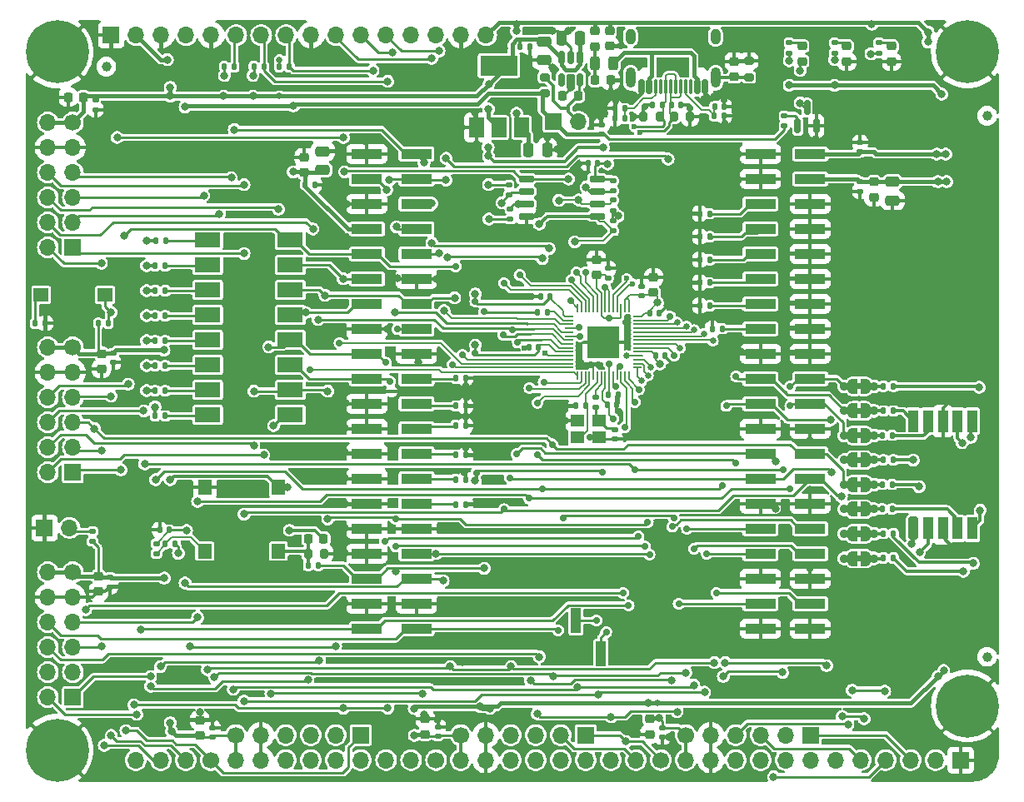
<source format=gbr>
%TF.GenerationSoftware,KiCad,Pcbnew,8.0.8-8.0.8-0~ubuntu22.04.1*%
%TF.CreationDate,2025-02-25T18:23:06-05:00*%
%TF.ProjectId,tinytapeout-demo,74696e79-7461-4706-956f-75742d64656d,2.1.2*%
%TF.SameCoordinates,PX38be5e0PY7d687e0*%
%TF.FileFunction,Copper,L1,Top*%
%TF.FilePolarity,Positive*%
%FSLAX46Y46*%
G04 Gerber Fmt 4.6, Leading zero omitted, Abs format (unit mm)*
G04 Created by KiCad (PCBNEW 8.0.8-8.0.8-0~ubuntu22.04.1) date 2025-02-25 18:23:06*
%MOMM*%
%LPD*%
G01*
G04 APERTURE LIST*
G04 Aperture macros list*
%AMRoundRect*
0 Rectangle with rounded corners*
0 $1 Rounding radius*
0 $2 $3 $4 $5 $6 $7 $8 $9 X,Y pos of 4 corners*
0 Add a 4 corners polygon primitive as box body*
4,1,4,$2,$3,$4,$5,$6,$7,$8,$9,$2,$3,0*
0 Add four circle primitives for the rounded corners*
1,1,$1+$1,$2,$3*
1,1,$1+$1,$4,$5*
1,1,$1+$1,$6,$7*
1,1,$1+$1,$8,$9*
0 Add four rect primitives between the rounded corners*
20,1,$1+$1,$2,$3,$4,$5,0*
20,1,$1+$1,$4,$5,$6,$7,0*
20,1,$1+$1,$6,$7,$8,$9,0*
20,1,$1+$1,$8,$9,$2,$3,0*%
%AMFreePoly0*
4,1,19,0.500000,-0.750000,0.000000,-0.750000,0.000000,-0.744911,-0.071157,-0.744911,-0.207708,-0.704816,-0.327430,-0.627875,-0.420627,-0.520320,-0.479746,-0.390866,-0.500000,-0.250000,-0.500000,0.250000,-0.479746,0.390866,-0.420627,0.520320,-0.327430,0.627875,-0.207708,0.704816,-0.071157,0.744911,0.000000,0.744911,0.000000,0.750000,0.500000,0.750000,0.500000,-0.750000,0.500000,-0.750000,
$1*%
%AMFreePoly1*
4,1,19,0.000000,0.744911,0.071157,0.744911,0.207708,0.704816,0.327430,0.627875,0.420627,0.520320,0.479746,0.390866,0.500000,0.250000,0.500000,-0.250000,0.479746,-0.390866,0.420627,-0.520320,0.327430,-0.627875,0.207708,-0.704816,0.071157,-0.744911,0.000000,-0.744911,0.000000,-0.750000,-0.500000,-0.750000,-0.500000,0.750000,0.000000,0.750000,0.000000,0.744911,0.000000,0.744911,
$1*%
G04 Aperture macros list end*
%TA.AperFunction,EtchedComponent*%
%ADD10C,0.000000*%
%TD*%
%TA.AperFunction,ComponentPad*%
%ADD11C,0.820000*%
%TD*%
%TA.AperFunction,ComponentPad*%
%ADD12C,0.900000*%
%TD*%
%TA.AperFunction,SMDPad,CuDef*%
%ADD13FreePoly0,0.000000*%
%TD*%
%TA.AperFunction,SMDPad,CuDef*%
%ADD14FreePoly1,0.000000*%
%TD*%
%TA.AperFunction,SMDPad,CuDef*%
%ADD15RoundRect,0.135000X0.135000X0.185000X-0.135000X0.185000X-0.135000X-0.185000X0.135000X-0.185000X0*%
%TD*%
%TA.AperFunction,SMDPad,CuDef*%
%ADD16RoundRect,0.135000X0.185000X-0.135000X0.185000X0.135000X-0.185000X0.135000X-0.185000X-0.135000X0*%
%TD*%
%TA.AperFunction,ComponentPad*%
%ADD17C,0.620000*%
%TD*%
%TA.AperFunction,SMDPad,CuDef*%
%ADD18RoundRect,0.225000X-0.250000X0.225000X-0.250000X-0.225000X0.250000X-0.225000X0.250000X0.225000X0*%
%TD*%
%TA.AperFunction,SMDPad,CuDef*%
%ADD19RoundRect,0.140000X-0.170000X0.140000X-0.170000X-0.140000X0.170000X-0.140000X0.170000X0.140000X0*%
%TD*%
%TA.AperFunction,SMDPad,CuDef*%
%ADD20RoundRect,0.140000X-0.140000X-0.170000X0.140000X-0.170000X0.140000X0.170000X-0.140000X0.170000X0*%
%TD*%
%TA.AperFunction,ComponentPad*%
%ADD21C,6.400000*%
%TD*%
%TA.AperFunction,SMDPad,CuDef*%
%ADD22RoundRect,0.250000X0.475000X-0.250000X0.475000X0.250000X-0.475000X0.250000X-0.475000X-0.250000X0*%
%TD*%
%TA.AperFunction,SMDPad,CuDef*%
%ADD23C,1.000000*%
%TD*%
%TA.AperFunction,SMDPad,CuDef*%
%ADD24RoundRect,0.135000X-0.185000X0.135000X-0.185000X-0.135000X0.185000X-0.135000X0.185000X0.135000X0*%
%TD*%
%TA.AperFunction,SMDPad,CuDef*%
%ADD25RoundRect,0.225000X-0.225000X-0.250000X0.225000X-0.250000X0.225000X0.250000X-0.225000X0.250000X0*%
%TD*%
%TA.AperFunction,ComponentPad*%
%ADD26R,1.700000X1.700000*%
%TD*%
%TA.AperFunction,ComponentPad*%
%ADD27O,1.700000X1.700000*%
%TD*%
%TA.AperFunction,ComponentPad*%
%ADD28C,1.700000*%
%TD*%
%TA.AperFunction,SMDPad,CuDef*%
%ADD29RoundRect,0.250000X-0.250000X-0.475000X0.250000X-0.475000X0.250000X0.475000X-0.250000X0.475000X0*%
%TD*%
%TA.AperFunction,SMDPad,CuDef*%
%ADD30RoundRect,0.135000X-0.135000X-0.185000X0.135000X-0.185000X0.135000X0.185000X-0.135000X0.185000X0*%
%TD*%
%TA.AperFunction,SMDPad,CuDef*%
%ADD31RoundRect,0.250000X0.250000X0.475000X-0.250000X0.475000X-0.250000X-0.475000X0.250000X-0.475000X0*%
%TD*%
%TA.AperFunction,SMDPad,CuDef*%
%ADD32RoundRect,0.200000X-0.200000X-0.275000X0.200000X-0.275000X0.200000X0.275000X-0.200000X0.275000X0*%
%TD*%
%TA.AperFunction,SMDPad,CuDef*%
%ADD33RoundRect,0.140000X0.140000X0.170000X-0.140000X0.170000X-0.140000X-0.170000X0.140000X-0.170000X0*%
%TD*%
%TA.AperFunction,SMDPad,CuDef*%
%ADD34R,1.400000X1.200000*%
%TD*%
%TA.AperFunction,SMDPad,CuDef*%
%ADD35RoundRect,0.050000X-0.050000X-0.050000X0.050000X-0.050000X0.050000X0.050000X-0.050000X0.050000X0*%
%TD*%
%TA.AperFunction,SMDPad,CuDef*%
%ADD36RoundRect,0.140000X0.170000X-0.140000X0.170000X0.140000X-0.170000X0.140000X-0.170000X-0.140000X0*%
%TD*%
%TA.AperFunction,SMDPad,CuDef*%
%ADD37R,1.400000X1.500000*%
%TD*%
%TA.AperFunction,SMDPad,CuDef*%
%ADD38RoundRect,0.150000X0.150000X0.575000X-0.150000X0.575000X-0.150000X-0.575000X0.150000X-0.575000X0*%
%TD*%
%TA.AperFunction,SMDPad,CuDef*%
%ADD39RoundRect,0.075000X0.075000X0.650000X-0.075000X0.650000X-0.075000X-0.650000X0.075000X-0.650000X0*%
%TD*%
%TA.AperFunction,ComponentPad*%
%ADD40O,1.000000X2.100000*%
%TD*%
%TA.AperFunction,ComponentPad*%
%ADD41O,1.000000X1.600000*%
%TD*%
%TA.AperFunction,SMDPad,CuDef*%
%ADD42R,1.000000X2.510000*%
%TD*%
%TA.AperFunction,SMDPad,CuDef*%
%ADD43RoundRect,0.250000X-0.475000X0.250000X-0.475000X-0.250000X0.475000X-0.250000X0.475000X0.250000X0*%
%TD*%
%TA.AperFunction,SMDPad,CuDef*%
%ADD44RoundRect,0.200000X-0.275000X0.200000X-0.275000X-0.200000X0.275000X-0.200000X0.275000X0.200000X0*%
%TD*%
%TA.AperFunction,SMDPad,CuDef*%
%ADD45RoundRect,0.200000X0.200000X0.275000X-0.200000X0.275000X-0.200000X-0.275000X0.200000X-0.275000X0*%
%TD*%
%TA.AperFunction,SMDPad,CuDef*%
%ADD46RoundRect,0.200000X0.300000X-0.950000X0.300000X0.950000X-0.300000X0.950000X-0.300000X-0.950000X0*%
%TD*%
%TA.AperFunction,SMDPad,CuDef*%
%ADD47R,1.000000X2.300000*%
%TD*%
%TA.AperFunction,SMDPad,CuDef*%
%ADD48RoundRect,0.150000X-0.650000X-0.150000X0.650000X-0.150000X0.650000X0.150000X-0.650000X0.150000X0*%
%TD*%
%TA.AperFunction,SMDPad,CuDef*%
%ADD49RoundRect,0.225000X0.250000X-0.225000X0.250000X0.225000X-0.250000X0.225000X-0.250000X-0.225000X0*%
%TD*%
%TA.AperFunction,SMDPad,CuDef*%
%ADD50RoundRect,0.050000X-0.387500X-0.050000X0.387500X-0.050000X0.387500X0.050000X-0.387500X0.050000X0*%
%TD*%
%TA.AperFunction,SMDPad,CuDef*%
%ADD51RoundRect,0.050000X-0.050000X-0.387500X0.050000X-0.387500X0.050000X0.387500X-0.050000X0.387500X0*%
%TD*%
%TA.AperFunction,SMDPad,CuDef*%
%ADD52R,3.200000X3.200000*%
%TD*%
%TA.AperFunction,SMDPad,CuDef*%
%ADD53RoundRect,0.150000X0.150000X-0.587500X0.150000X0.587500X-0.150000X0.587500X-0.150000X-0.587500X0*%
%TD*%
%TA.AperFunction,SMDPad,CuDef*%
%ADD54RoundRect,0.243750X0.243750X0.456250X-0.243750X0.456250X-0.243750X-0.456250X0.243750X-0.456250X0*%
%TD*%
%TA.AperFunction,SMDPad,CuDef*%
%ADD55R,1.500000X1.400000*%
%TD*%
%TA.AperFunction,SMDPad,CuDef*%
%ADD56RoundRect,0.200000X0.275000X-0.200000X0.275000X0.200000X-0.275000X0.200000X-0.275000X-0.200000X0*%
%TD*%
%TA.AperFunction,SMDPad,CuDef*%
%ADD57RoundRect,0.150000X-0.150000X0.512500X-0.150000X-0.512500X0.150000X-0.512500X0.150000X0.512500X0*%
%TD*%
%TA.AperFunction,SMDPad,CuDef*%
%ADD58R,1.500000X2.000000*%
%TD*%
%TA.AperFunction,SMDPad,CuDef*%
%ADD59R,3.800000X2.000000*%
%TD*%
%TA.AperFunction,SMDPad,CuDef*%
%ADD60RoundRect,0.225000X0.225000X0.250000X-0.225000X0.250000X-0.225000X-0.250000X0.225000X-0.250000X0*%
%TD*%
%TA.AperFunction,SMDPad,CuDef*%
%ADD61R,3.150000X1.000000*%
%TD*%
%TA.AperFunction,SMDPad,CuDef*%
%ADD62RoundRect,0.218750X0.256250X-0.218750X0.256250X0.218750X-0.256250X0.218750X-0.256250X-0.218750X0*%
%TD*%
%TA.AperFunction,SMDPad,CuDef*%
%ADD63R,2.600000X1.550000*%
%TD*%
%TA.AperFunction,ViaPad*%
%ADD64C,0.650000*%
%TD*%
%TA.AperFunction,ViaPad*%
%ADD65C,0.800000*%
%TD*%
%TA.AperFunction,ViaPad*%
%ADD66C,0.700000*%
%TD*%
%TA.AperFunction,ViaPad*%
%ADD67C,0.620000*%
%TD*%
%TA.AperFunction,ViaPad*%
%ADD68C,0.600000*%
%TD*%
%TA.AperFunction,Conductor*%
%ADD69C,0.300000*%
%TD*%
%TA.AperFunction,Conductor*%
%ADD70C,0.400000*%
%TD*%
%TA.AperFunction,Conductor*%
%ADD71C,0.245000*%
%TD*%
%TA.AperFunction,Conductor*%
%ADD72C,0.200000*%
%TD*%
%TA.AperFunction,Conductor*%
%ADD73C,0.250000*%
%TD*%
%TA.AperFunction,Conductor*%
%ADD74C,0.180000*%
%TD*%
%TA.AperFunction,Conductor*%
%ADD75C,0.230000*%
%TD*%
G04 APERTURE END LIST*
D10*
%TA.AperFunction,EtchedComponent*%
%TO.C,JP7*%
G36*
X143750000Y-93800000D02*
G01*
X143250000Y-93800000D01*
X143250000Y-93200000D01*
X143750000Y-93200000D01*
X143750000Y-93800000D01*
G37*
%TD.AperFunction*%
%TA.AperFunction,EtchedComponent*%
G36*
X144750000Y-93800000D02*
G01*
X144250000Y-93800000D01*
X144250000Y-93200000D01*
X144750000Y-93200000D01*
X144750000Y-93800000D01*
G37*
%TD.AperFunction*%
%TA.AperFunction,EtchedComponent*%
G36*
X145750000Y-93800000D02*
G01*
X145250000Y-93800000D01*
X145250000Y-93200000D01*
X145750000Y-93200000D01*
X145750000Y-93800000D01*
G37*
%TD.AperFunction*%
%TA.AperFunction,EtchedComponent*%
%TO.C,JP1*%
G36*
X143750000Y-108800000D02*
G01*
X143250000Y-108800000D01*
X143250000Y-108200000D01*
X143750000Y-108200000D01*
X143750000Y-108800000D01*
G37*
%TD.AperFunction*%
%TA.AperFunction,EtchedComponent*%
G36*
X144750000Y-108800000D02*
G01*
X144250000Y-108800000D01*
X144250000Y-108200000D01*
X144750000Y-108200000D01*
X144750000Y-108800000D01*
G37*
%TD.AperFunction*%
%TA.AperFunction,EtchedComponent*%
G36*
X145750000Y-108800000D02*
G01*
X145250000Y-108800000D01*
X145250000Y-108200000D01*
X145750000Y-108200000D01*
X145750000Y-108800000D01*
G37*
%TD.AperFunction*%
%TA.AperFunction,EtchedComponent*%
%TO.C,JP3*%
G36*
X143750000Y-103800000D02*
G01*
X143250000Y-103800000D01*
X143250000Y-103200000D01*
X143750000Y-103200000D01*
X143750000Y-103800000D01*
G37*
%TD.AperFunction*%
%TA.AperFunction,EtchedComponent*%
G36*
X144750000Y-103800000D02*
G01*
X144250000Y-103800000D01*
X144250000Y-103200000D01*
X144750000Y-103200000D01*
X144750000Y-103800000D01*
G37*
%TD.AperFunction*%
%TA.AperFunction,EtchedComponent*%
G36*
X145750000Y-103800000D02*
G01*
X145250000Y-103800000D01*
X145250000Y-103200000D01*
X145750000Y-103200000D01*
X145750000Y-103800000D01*
G37*
%TD.AperFunction*%
%TA.AperFunction,EtchedComponent*%
%TO.C,JP8*%
G36*
X143750000Y-91300000D02*
G01*
X143250000Y-91300000D01*
X143250000Y-90700000D01*
X143750000Y-90700000D01*
X143750000Y-91300000D01*
G37*
%TD.AperFunction*%
%TA.AperFunction,EtchedComponent*%
G36*
X144750000Y-91300000D02*
G01*
X144250000Y-91300000D01*
X144250000Y-90700000D01*
X144750000Y-90700000D01*
X144750000Y-91300000D01*
G37*
%TD.AperFunction*%
%TA.AperFunction,EtchedComponent*%
G36*
X145750000Y-91300000D02*
G01*
X145250000Y-91300000D01*
X145250000Y-90700000D01*
X145750000Y-90700000D01*
X145750000Y-91300000D01*
G37*
%TD.AperFunction*%
%TA.AperFunction,EtchedComponent*%
%TO.C,JP2*%
G36*
X143750000Y-106300000D02*
G01*
X143250000Y-106300000D01*
X143250000Y-105700000D01*
X143750000Y-105700000D01*
X143750000Y-106300000D01*
G37*
%TD.AperFunction*%
%TA.AperFunction,EtchedComponent*%
G36*
X144750000Y-106300000D02*
G01*
X144250000Y-106300000D01*
X144250000Y-105700000D01*
X144750000Y-105700000D01*
X144750000Y-106300000D01*
G37*
%TD.AperFunction*%
%TA.AperFunction,EtchedComponent*%
G36*
X145750000Y-106300000D02*
G01*
X145250000Y-106300000D01*
X145250000Y-105700000D01*
X145750000Y-105700000D01*
X145750000Y-106300000D01*
G37*
%TD.AperFunction*%
%TA.AperFunction,EtchedComponent*%
%TO.C,JP5*%
G36*
X143750000Y-98800000D02*
G01*
X143250000Y-98800000D01*
X143250000Y-98200000D01*
X143750000Y-98200000D01*
X143750000Y-98800000D01*
G37*
%TD.AperFunction*%
%TA.AperFunction,EtchedComponent*%
G36*
X144750000Y-98800000D02*
G01*
X144250000Y-98800000D01*
X144250000Y-98200000D01*
X144750000Y-98200000D01*
X144750000Y-98800000D01*
G37*
%TD.AperFunction*%
%TA.AperFunction,EtchedComponent*%
G36*
X145750000Y-98800000D02*
G01*
X145250000Y-98800000D01*
X145250000Y-98200000D01*
X145750000Y-98200000D01*
X145750000Y-98800000D01*
G37*
%TD.AperFunction*%
%TA.AperFunction,EtchedComponent*%
%TO.C,JP6*%
G36*
X143750000Y-96300000D02*
G01*
X143250000Y-96300000D01*
X143250000Y-95700000D01*
X143750000Y-95700000D01*
X143750000Y-96300000D01*
G37*
%TD.AperFunction*%
%TA.AperFunction,EtchedComponent*%
G36*
X144750000Y-96300000D02*
G01*
X144250000Y-96300000D01*
X144250000Y-95700000D01*
X144750000Y-95700000D01*
X144750000Y-96300000D01*
G37*
%TD.AperFunction*%
%TA.AperFunction,EtchedComponent*%
G36*
X145750000Y-96300000D02*
G01*
X145250000Y-96300000D01*
X145250000Y-95700000D01*
X145750000Y-95700000D01*
X145750000Y-96300000D01*
G37*
%TD.AperFunction*%
%TA.AperFunction,EtchedComponent*%
%TO.C,JP4*%
G36*
X143750000Y-101300000D02*
G01*
X143250000Y-101300000D01*
X143250000Y-100700000D01*
X143750000Y-100700000D01*
X143750000Y-101300000D01*
G37*
%TD.AperFunction*%
%TA.AperFunction,EtchedComponent*%
G36*
X144750000Y-101300000D02*
G01*
X144250000Y-101300000D01*
X144250000Y-100700000D01*
X144750000Y-100700000D01*
X144750000Y-101300000D01*
G37*
%TD.AperFunction*%
%TA.AperFunction,EtchedComponent*%
G36*
X145750000Y-101300000D02*
G01*
X145250000Y-101300000D01*
X145250000Y-100700000D01*
X145750000Y-100700000D01*
X145750000Y-101300000D01*
G37*
%TD.AperFunction*%
%TD*%
D11*
%TO.P,STITCHB1,1*%
%TO.N,GND*%
X137100000Y-67300000D03*
%TD*%
D12*
%TO.P,JP7,1,A*%
%TO.N,uo_out6*%
X143000000Y-93500000D03*
D13*
X143850000Y-93500000D03*
D14*
%TO.P,JP7,2,B*%
%TO.N,Net-(JP7-B)*%
X145150000Y-93500000D03*
D12*
X146000000Y-93500000D03*
%TD*%
D11*
%TO.P,STITCHB1,1*%
%TO.N,GND*%
X99550000Y-76200000D03*
%TD*%
D15*
%TO.P,R53,1*%
%TO.N,/an9*%
X129310000Y-78130000D03*
%TO.P,R53,2*%
%TO.N,GND*%
X128290000Y-78130000D03*
%TD*%
D16*
%TO.P,R15,1*%
%TO.N,+5V*%
X146500000Y-57110000D03*
%TO.P,R15,2*%
%TO.N,Net-(D1-A)*%
X146500000Y-56090000D03*
%TD*%
D11*
%TO.P,STITCHB1,1*%
%TO.N,GND*%
X130700000Y-87200000D03*
%TD*%
%TO.P,STITCHB1,1*%
%TO.N,GND*%
X68600000Y-128400000D03*
%TD*%
D17*
%TO.P,STITCHP3,1*%
%TO.N,GND*%
X134600000Y-130700000D03*
%TD*%
D11*
%TO.P,STITCHB1,1*%
%TO.N,GND*%
X96800000Y-125000000D03*
%TD*%
D18*
%TO.P,C32,1*%
%TO.N,GND*%
X117800000Y-78125000D03*
%TO.P,C32,2*%
%TO.N,/RP2040/DVDD*%
X117800000Y-79675000D03*
%TD*%
D19*
%TO.P,C23,1*%
%TO.N,GND*%
X144600000Y-66220000D03*
%TO.P,C23,2*%
%TO.N,+3V3*%
X144600000Y-67180000D03*
%TD*%
D20*
%TO.P,C36,1*%
%TO.N,+3V3*%
X118920000Y-92850000D03*
%TO.P,C36,2*%
%TO.N,GND*%
X119880000Y-92850000D03*
%TD*%
D15*
%TO.P,R55,1*%
%TO.N,/an11*%
X129310000Y-73450000D03*
%TO.P,R55,2*%
%TO.N,GND*%
X128290000Y-73450000D03*
%TD*%
D12*
%TO.P,JP1,1,A*%
%TO.N,uo_out0*%
X143000000Y-108500000D03*
D13*
X143850000Y-108500000D03*
D14*
%TO.P,JP1,2,B*%
%TO.N,Net-(JP1-B)*%
X145150000Y-108500000D03*
D12*
X146000000Y-108500000D03*
%TD*%
D15*
%TO.P,R20,1*%
%TO.N,/CC2*%
X120710000Y-63750000D03*
%TO.P,R20,2*%
%TO.N,GND*%
X119690000Y-63750000D03*
%TD*%
D11*
%TO.P,STITCHB1,1*%
%TO.N,GND*%
X115850000Y-111150000D03*
%TD*%
D21*
%TO.P,MT3,1,1*%
%TO.N,GND*%
X63000000Y-57000000D03*
%TD*%
D11*
%TO.P,STITCHB1,1*%
%TO.N,GND*%
X75500000Y-63700000D03*
%TD*%
%TO.P,STITCHB1,1*%
%TO.N,GND*%
X71400000Y-90100000D03*
%TD*%
%TO.P,STITCHB5,1*%
%TO.N,GND*%
X126100000Y-74850000D03*
%TD*%
%TO.P,STITCHB4,1*%
%TO.N,GND*%
X119900000Y-77900000D03*
%TD*%
D22*
%TO.P,C16,1*%
%TO.N,GND*%
X147900000Y-72100000D03*
%TO.P,C16,2*%
%TO.N,+3V3*%
X147900000Y-70200000D03*
%TD*%
D23*
%TO.P,FID3,*%
%TO.N,*%
X157500000Y-63500000D03*
%TD*%
D24*
%TO.P,R38,1*%
%TO.N,+3V3*%
X119500000Y-70090000D03*
%TO.P,R38,2*%
%TO.N,/RP2040/QSPI_SD3*%
X119500000Y-71110000D03*
%TD*%
D11*
%TO.P,STITCHB1,1*%
%TO.N,GND*%
X122100000Y-113700000D03*
%TD*%
%TO.P,STITCHB1,1*%
%TO.N,GND*%
X80000000Y-122500000D03*
%TD*%
%TO.P,STITCHB35,1*%
%TO.N,GND*%
X60300000Y-93600000D03*
%TD*%
D25*
%TO.P,C48,1*%
%TO.N,/vfused*%
X117675000Y-59900000D03*
%TO.P,C48,2*%
%TO.N,GND*%
X119225000Y-59900000D03*
%TD*%
D26*
%TO.P,J13,1,IO1*%
%TO.N,ui_in0*%
X64600000Y-99740000D03*
D27*
%TO.P,J13,2,IO2*%
%TO.N,ui_in2*%
X64600000Y-97200000D03*
%TO.P,J13,3,IO3*%
%TO.N,uo_out3*%
X64600000Y-94660000D03*
%TO.P,J13,4,IO4*%
%TO.N,ui_in1*%
X64600000Y-92120000D03*
%TO.P,J13,5,GND*%
%TO.N,GND*%
X64600000Y-89580000D03*
D28*
%TO.P,J13,6,VCC*%
%TO.N,+3V3*%
X64600000Y-87040000D03*
D27*
%TO.P,J13,7,IO5*%
%TO.N,ui_in4*%
X62060000Y-99740000D03*
%TO.P,J13,8,IO6*%
%TO.N,ui_in6*%
X62060000Y-97200000D03*
%TO.P,J13,9,IO7*%
%TO.N,uo_out7*%
X62060000Y-94660000D03*
%TO.P,J13,10,IO8*%
%TO.N,ui_in5*%
X62060000Y-92120000D03*
%TO.P,J13,11,GND*%
%TO.N,GND*%
X62060000Y-89580000D03*
%TO.P,J13,12,VCC*%
%TO.N,+3V3*%
X62060000Y-87040000D03*
%TD*%
D11*
%TO.P,STITCHB1,1*%
%TO.N,GND*%
X136000000Y-121300000D03*
%TD*%
%TO.P,STITCHB1,1*%
%TO.N,GND*%
X154200000Y-102500000D03*
%TD*%
D29*
%TO.P,C6,1*%
%TO.N,+5V*%
X110900000Y-66950000D03*
%TO.P,C6,2*%
%TO.N,GND*%
X112800000Y-66950000D03*
%TD*%
D30*
%TO.P,R5,1*%
%TO.N,+3V3*%
X72980000Y-83828571D03*
%TO.P,R5,2*%
%TO.N,Net-(R5-Pad2)*%
X74000000Y-83828571D03*
%TD*%
D11*
%TO.P,STITCHB1,1*%
%TO.N,GND*%
X127100000Y-64900000D03*
%TD*%
%TO.P,STITCHB31,1*%
%TO.N,GND*%
X60300000Y-73020000D03*
%TD*%
D17*
%TO.P,STITCHP3,1*%
%TO.N,GND*%
X122300000Y-79800000D03*
%TD*%
D11*
%TO.P,STITCHB29,1*%
%TO.N,GND*%
X60300000Y-67940000D03*
%TD*%
%TO.P,STITCHB1,1*%
%TO.N,GND*%
X120500000Y-130700000D03*
%TD*%
D19*
%TO.P,C56,1*%
%TO.N,+3V3*%
X68400000Y-110420000D03*
%TO.P,C56,2*%
%TO.N,GND*%
X68400000Y-111380000D03*
%TD*%
D31*
%TO.P,C7,1*%
%TO.N,+3V3*%
X116150000Y-55600000D03*
%TO.P,C7,2*%
%TO.N,GND*%
X114250000Y-55600000D03*
%TD*%
D11*
%TO.P,STITCHB1,1*%
%TO.N,GND*%
X88100000Y-58000000D03*
%TD*%
%TO.P,STITCHB1,1*%
%TO.N,GND*%
X86750000Y-95450000D03*
%TD*%
%TO.P,STITCHB1,1*%
%TO.N,GND*%
X72300000Y-130700000D03*
%TD*%
%TO.P,STITCHB7,1*%
%TO.N,GND*%
X125500000Y-58100000D03*
%TD*%
%TO.P,STITCHB27,1*%
%TO.N,GND*%
X60300000Y-65400000D03*
%TD*%
%TO.P,STITCHB1,1*%
%TO.N,GND*%
X68200000Y-60600000D03*
%TD*%
D32*
%TO.P,R7,1*%
%TO.N,Net-(C1-Pad2)*%
X88485000Y-108000000D03*
%TO.P,R7,2*%
%TO.N,GND*%
X90135000Y-108000000D03*
%TD*%
D11*
%TO.P,STITCHB12,1*%
%TO.N,GND*%
X142900000Y-85100000D03*
%TD*%
D30*
%TO.P,R1,1*%
%TO.N,+3V3*%
X72980000Y-94000000D03*
%TO.P,R1,2*%
%TO.N,Net-(R1-Pad2)*%
X74000000Y-94000000D03*
%TD*%
D11*
%TO.P,STITCHB1,1*%
%TO.N,GND*%
X94100000Y-124600000D03*
%TD*%
D33*
%TO.P,C29,1*%
%TO.N,Net-(U6-XIN)*%
X116680000Y-93000000D03*
%TO.P,C29,2*%
%TO.N,GND*%
X115720000Y-93000000D03*
%TD*%
D11*
%TO.P,STITCHB7,1*%
%TO.N,GND*%
X119900000Y-66700000D03*
%TD*%
%TO.P,STITCHB11,1*%
%TO.N,GND*%
X142900000Y-82560000D03*
%TD*%
%TO.P,STITCHB1,1*%
%TO.N,GND*%
X147400000Y-92300000D03*
%TD*%
D28*
%TO.P,J2,1,Pin_1*%
%TO.N,ui_in0*%
X78620000Y-129000000D03*
D27*
%TO.P,J2,2,Pin_2*%
%TO.N,ui_in1*%
X76080000Y-129000000D03*
%TO.P,J2,3,Pin_3*%
%TO.N,ui_in2*%
X73540000Y-129000000D03*
%TO.P,J2,4,Pin_4*%
%TO.N,ui_in3*%
X71000000Y-129000000D03*
%TD*%
D11*
%TO.P,STITCHB1,1*%
%TO.N,GND*%
X75700000Y-92700000D03*
%TD*%
%TO.P,STITCHB1,1*%
%TO.N,GND*%
X81900000Y-69200000D03*
%TD*%
D33*
%TO.P,C24,1*%
%TO.N,GND*%
X89180000Y-70500000D03*
%TO.P,C24,2*%
%TO.N,+1V8*%
X88220000Y-70500000D03*
%TD*%
D11*
%TO.P,STITCHB1,1*%
%TO.N,GND*%
X123100000Y-130700000D03*
%TD*%
D19*
%TO.P,C8,1*%
%TO.N,+3V3*%
X124500000Y-125720000D03*
%TO.P,C8,2*%
%TO.N,GND*%
X124500000Y-126680000D03*
%TD*%
D11*
%TO.P,STITCHB1,1*%
%TO.N,GND*%
X99600000Y-94050000D03*
%TD*%
%TO.P,STITCHB1,1*%
%TO.N,GND*%
X108400000Y-124200000D03*
%TD*%
%TO.P,STITCHB1,1*%
%TO.N,GND*%
X142900000Y-72400000D03*
%TD*%
%TO.P,STITCHB1,1*%
%TO.N,GND*%
X150400000Y-66400000D03*
%TD*%
%TO.P,STITCHB1,1*%
%TO.N,GND*%
X154300000Y-66400000D03*
%TD*%
D34*
%TO.P,Y1,1,1*%
%TO.N,Net-(U6-XIN)*%
X115900000Y-96200000D03*
%TO.P,Y1,2,2*%
%TO.N,GND*%
X118100000Y-96200000D03*
%TO.P,Y1,3,3*%
%TO.N,Net-(C30-Pad1)*%
X118100000Y-94500000D03*
%TO.P,Y1,4,4*%
%TO.N,GND*%
X115900000Y-94500000D03*
%TD*%
D11*
%TO.P,STITCHB1,1*%
%TO.N,GND*%
X113100000Y-118800000D03*
%TD*%
%TO.P,STITCHB1,1*%
%TO.N,GND*%
X84100000Y-60600000D03*
%TD*%
D16*
%TO.P,R18,1*%
%TO.N,+3V3*%
X137400000Y-57110000D03*
%TO.P,R18,2*%
%TO.N,Net-(D3-A)*%
X137400000Y-56090000D03*
%TD*%
D11*
%TO.P,STITCHB1,1*%
%TO.N,GND*%
X150400000Y-119200000D03*
%TD*%
%TO.P,STITCHB1,1*%
%TO.N,GND*%
X108400000Y-121000000D03*
%TD*%
D17*
%TO.P,STITCHP3,1*%
%TO.N,GND*%
X117150000Y-86500000D03*
%TD*%
D19*
%TO.P,C58,1*%
%TO.N,+3V3*%
X66900000Y-61920000D03*
%TO.P,C58,2*%
%TO.N,GND*%
X66900000Y-62880000D03*
%TD*%
D11*
%TO.P,STITCHB19,1*%
%TO.N,GND*%
X158200000Y-86400000D03*
%TD*%
D16*
%TO.P,R50,1*%
%TO.N,+1V8*%
X136900000Y-64510000D03*
%TO.P,R50,2*%
%TO.N,Net-(Q1-G)*%
X136900000Y-63490000D03*
%TD*%
D17*
%TO.P,STITCHP3,1*%
%TO.N,GND*%
X108100000Y-67400000D03*
%TD*%
D11*
%TO.P,STITCHB1,1*%
%TO.N,GND*%
X150400000Y-71400000D03*
%TD*%
D30*
%TO.P,R11,1*%
%TO.N,+3V3*%
X72990000Y-76200000D03*
%TO.P,R11,2*%
%TO.N,Net-(R11-Pad2)*%
X74010000Y-76200000D03*
%TD*%
D11*
%TO.P,STITCHB7,1*%
%TO.N,GND*%
X124200000Y-55100000D03*
%TD*%
%TO.P,STITCHB1,1*%
%TO.N,GND*%
X88100000Y-63700000D03*
%TD*%
D17*
%TO.P,STITCHP3,1*%
%TO.N,GND*%
X110400000Y-90300000D03*
%TD*%
%TO.P,STITCHP3,1*%
%TO.N,GND*%
X118500000Y-87800000D03*
%TD*%
D35*
%TO.P,J18,1,1*%
%TO.N,uo_out6*%
X137000000Y-91500000D03*
%TD*%
D30*
%TO.P,R43,1*%
%TO.N,/an4*%
X103490000Y-100500000D03*
%TO.P,R43,2*%
%TO.N,GND*%
X104510000Y-100500000D03*
%TD*%
D20*
%TO.P,C46,1*%
%TO.N,/CC1*%
X129820000Y-62550000D03*
%TO.P,C46,2*%
%TO.N,GND*%
X130780000Y-62550000D03*
%TD*%
D36*
%TO.P,C4,1*%
%TO.N,+3V3*%
X78800000Y-126680000D03*
%TO.P,C4,2*%
%TO.N,GND*%
X78800000Y-125720000D03*
%TD*%
D30*
%TO.P,R24,1*%
%TO.N,Net-(JP3-B)*%
X146830000Y-103471428D03*
%TO.P,R24,2*%
%TO.N,Net-(U1-C)*%
X147850000Y-103471428D03*
%TD*%
D11*
%TO.P,STITCHB1,1*%
%TO.N,GND*%
X92900000Y-130700000D03*
%TD*%
D17*
%TO.P,STITCHP3,1*%
%TO.N,GND*%
X119850000Y-86500000D03*
%TD*%
D11*
%TO.P,STITCHB1,1*%
%TO.N,GND*%
X70800000Y-78500000D03*
%TD*%
D30*
%TO.P,R22,1*%
%TO.N,Net-(JP1-B)*%
X146980000Y-108460000D03*
%TO.P,R22,2*%
%TO.N,Net-(U1-A)*%
X148000000Y-108460000D03*
%TD*%
D11*
%TO.P,STITCHB18,1*%
%TO.N,GND*%
X158200000Y-81400000D03*
%TD*%
%TO.P,STITCHB1,1*%
%TO.N,GND*%
X97700000Y-130700000D03*
%TD*%
D33*
%TO.P,C47,1*%
%TO.N,/CC2*%
X120680000Y-62750000D03*
%TO.P,C47,2*%
%TO.N,GND*%
X119720000Y-62750000D03*
%TD*%
D11*
%TO.P,STITCHB1,1*%
%TO.N,GND*%
X73400000Y-60400000D03*
%TD*%
D12*
%TO.P,JP3,1,A*%
%TO.N,uo_out2*%
X143000000Y-103500000D03*
D13*
X143850000Y-103500000D03*
D14*
%TO.P,JP3,2,B*%
%TO.N,Net-(JP3-B)*%
X145150000Y-103500000D03*
D12*
X146000000Y-103500000D03*
%TD*%
D30*
%TO.P,R3,1*%
%TO.N,+3V3*%
X72980000Y-88914285D03*
%TO.P,R3,2*%
%TO.N,Net-(R3-Pad2)*%
X74000000Y-88914285D03*
%TD*%
D12*
%TO.P,JP8,1,A*%
%TO.N,uo_out7*%
X143000000Y-91000000D03*
D13*
X143850000Y-91000000D03*
D14*
%TO.P,JP8,2,B*%
%TO.N,Net-(JP8-B)*%
X145150000Y-91000000D03*
D12*
X146000000Y-91000000D03*
%TD*%
D11*
%TO.P,STITCHB1,1*%
%TO.N,GND*%
X131750000Y-106350000D03*
%TD*%
D28*
%TO.P,J8,1,Pin_1*%
%TO.N,uio0*%
X124355000Y-129000000D03*
D27*
%TO.P,J8,2,Pin_2*%
%TO.N,uio1*%
X121815000Y-129000000D03*
%TO.P,J8,3,Pin_3*%
%TO.N,uio2*%
X119275000Y-129000000D03*
%TD*%
D11*
%TO.P,STITCHB1,1*%
%TO.N,GND*%
X131700000Y-103800000D03*
%TD*%
D33*
%TO.P,C2,1*%
%TO.N,~{project_rst}*%
X74380000Y-105600000D03*
%TO.P,C2,2*%
%TO.N,GND*%
X73420000Y-105600000D03*
%TD*%
D26*
%TO.P,J12,1,IO1*%
%TO.N,uo_out4*%
X64600000Y-122600000D03*
D27*
%TO.P,J12,2,IO2*%
%TO.N,uo_out3*%
X64600000Y-120060000D03*
%TO.P,J12,3,IO3*%
%TO.N,ui_in2*%
X64600000Y-117520000D03*
%TO.P,J12,4,IO4*%
%TO.N,uo_out5*%
X64600000Y-114980000D03*
%TO.P,J12,5,GND*%
%TO.N,GND*%
X64600000Y-112440000D03*
D28*
%TO.P,J12,6,VCC*%
%TO.N,+3V3*%
X64600000Y-109900000D03*
D27*
%TO.P,J12,7,IO5*%
%TO.N,uio0*%
X62060000Y-122600000D03*
%TO.P,J12,8,IO6*%
%TO.N,uo_out7*%
X62060000Y-120060000D03*
%TO.P,J12,9,IO7*%
%TO.N,uio2*%
X62060000Y-117520000D03*
%TO.P,J12,10,IO8*%
%TO.N,uio1*%
X62060000Y-114980000D03*
%TO.P,J12,11,GND*%
%TO.N,GND*%
X62060000Y-112440000D03*
%TO.P,J12,12,VCC*%
%TO.N,+3V3*%
X62060000Y-109900000D03*
%TD*%
D11*
%TO.P,STITCHB1,1*%
%TO.N,GND*%
X100000000Y-117200000D03*
%TD*%
D17*
%TO.P,STITCHP3,1*%
%TO.N,GND*%
X71300000Y-114100000D03*
%TD*%
D15*
%TO.P,R41,1*%
%TO.N,RP_proj_clk*%
X112843884Y-83511018D03*
%TO.P,R41,2*%
%TO.N,project_clk*%
X111823884Y-83511018D03*
%TD*%
D11*
%TO.P,STITCHB1,1*%
%TO.N,GND*%
X76400000Y-104100000D03*
%TD*%
D37*
%TO.P,SW2,1,1*%
%TO.N,GND*%
X78000000Y-101250000D03*
%TO.P,SW2,2,2*%
%TO.N,Net-(R13-Pad1)*%
X78000000Y-107750000D03*
%TD*%
D17*
%TO.P,STITCHP3,1*%
%TO.N,GND*%
X118500000Y-85200000D03*
%TD*%
D11*
%TO.P,STITCHB1,1*%
%TO.N,GND*%
X114200000Y-96400000D03*
%TD*%
%TO.P,STITCHB1,1*%
%TO.N,GND*%
X77300000Y-130700000D03*
%TD*%
D15*
%TO.P,R8,1*%
%TO.N,+3V3*%
X75020000Y-107000000D03*
%TO.P,R8,2*%
%TO.N,Net-(R13-Pad1)*%
X74000000Y-107000000D03*
%TD*%
%TO.P,R54,1*%
%TO.N,/an10*%
X129310000Y-75790000D03*
%TO.P,R54,2*%
%TO.N,GND*%
X128290000Y-75790000D03*
%TD*%
D11*
%TO.P,STITCHB16,1*%
%TO.N,GND*%
X158200000Y-71400000D03*
%TD*%
%TO.P,STITCHB1,1*%
%TO.N,GND*%
X107500000Y-109000000D03*
%TD*%
D18*
%TO.P,C49,1*%
%TO.N,+5V*%
X119150000Y-54875000D03*
%TO.P,C49,2*%
%TO.N,GND*%
X119150000Y-56425000D03*
%TD*%
D20*
%TO.P,C35,1*%
%TO.N,+3V3*%
X123820000Y-87900000D03*
%TO.P,C35,2*%
%TO.N,GND*%
X124780000Y-87900000D03*
%TD*%
D38*
%TO.P,J20,A1,GND*%
%TO.N,GND*%
X128850000Y-60545000D03*
%TO.P,J20,A4,VBUS*%
%TO.N,VBUS*%
X128050000Y-60545000D03*
D39*
%TO.P,J20,A5,CC1*%
%TO.N,/CC1*%
X126850000Y-60545000D03*
%TO.P,J20,A6,D+*%
%TO.N,usb_d+*%
X125850000Y-60545000D03*
%TO.P,J20,A7,D-*%
%TO.N,usb_d-*%
X125350000Y-60545000D03*
%TO.P,J20,A8,SBU1*%
%TO.N,unconnected-(J20-SBU1-PadA8)*%
X124350000Y-60545000D03*
D38*
%TO.P,J20,A9,VBUS*%
%TO.N,VBUS*%
X123150000Y-60545000D03*
%TO.P,J20,A12,GND*%
%TO.N,GND*%
X122350000Y-60545000D03*
%TO.P,J20,B1,GND*%
X122350000Y-60545000D03*
%TO.P,J20,B4,VBUS*%
%TO.N,VBUS*%
X123150000Y-60545000D03*
D39*
%TO.P,J20,B5,CC2*%
%TO.N,/CC2*%
X123850000Y-60545000D03*
%TO.P,J20,B6,D+*%
%TO.N,usb_d+*%
X124850000Y-60545000D03*
%TO.P,J20,B7,D-*%
%TO.N,usb_d-*%
X126350000Y-60545000D03*
%TO.P,J20,B8,SBU2*%
%TO.N,unconnected-(J20-SBU2-PadB8)*%
X127350000Y-60545000D03*
D38*
%TO.P,J20,B9,VBUS*%
%TO.N,VBUS*%
X128050000Y-60545000D03*
%TO.P,J20,B12,GND*%
%TO.N,GND*%
X128850000Y-60545000D03*
D40*
%TO.P,J20,S1,SHIELD*%
%TO.N,Net-(J20-SHIELD)*%
X129920000Y-59630000D03*
D41*
X129920000Y-55450000D03*
D40*
X121280000Y-59630000D03*
D41*
X121280000Y-55450000D03*
%TD*%
D11*
%TO.P,STITCHB1,1*%
%TO.N,GND*%
X96400000Y-58700000D03*
%TD*%
%TO.P,STITCHB1,1*%
%TO.N,GND*%
X127700000Y-84100000D03*
%TD*%
%TO.P,STITCHB1,1*%
%TO.N,GND*%
X115400000Y-130700000D03*
%TD*%
%TO.P,STITCHB1,1*%
%TO.N,GND*%
X102700000Y-130700000D03*
%TD*%
%TO.P,STITCHB1,1*%
%TO.N,GND*%
X104200000Y-119000000D03*
%TD*%
%TO.P,STITCHB32,1*%
%TO.N,GND*%
X60300000Y-75560000D03*
%TD*%
D26*
%TO.P,J3,1,IO1*%
%TO.N,ui_in0*%
X93855000Y-126455000D03*
D27*
%TO.P,J3,2,IO2*%
%TO.N,ui_in1*%
X91315000Y-126455000D03*
%TO.P,J3,3,IO3*%
%TO.N,ui_in2*%
X88775000Y-126455000D03*
%TO.P,J3,4,IO4*%
%TO.N,ui_in3*%
X86235000Y-126455000D03*
%TO.P,J3,5,GND*%
%TO.N,GND*%
X83695000Y-126455000D03*
D28*
%TO.P,J3,6,VCC*%
%TO.N,+3V3*%
X81155000Y-126455000D03*
D27*
%TO.P,J3,7,IO5*%
%TO.N,ui_in4*%
X93855000Y-128995000D03*
%TO.P,J3,8,IO6*%
%TO.N,ui_in5*%
X91315000Y-128995000D03*
%TO.P,J3,9,IO7*%
%TO.N,ui_in6*%
X88775000Y-128995000D03*
%TO.P,J3,10,IO8*%
%TO.N,ui_in7*%
X86235000Y-128995000D03*
%TO.P,J3,11,GND*%
%TO.N,GND*%
X83695000Y-128995000D03*
%TO.P,J3,12,VCC*%
%TO.N,+3V3*%
X81155000Y-128995000D03*
%TD*%
D11*
%TO.P,STITCHB1,1*%
%TO.N,GND*%
X73500000Y-111700000D03*
%TD*%
%TO.P,STITCHB1,1*%
%TO.N,GND*%
X147400000Y-107200000D03*
%TD*%
D17*
%TO.P,STITCHP3,1*%
%TO.N,GND*%
X61200000Y-98500000D03*
%TD*%
D11*
%TO.P,STITCHB1,1*%
%TO.N,GND*%
X65750000Y-102900000D03*
%TD*%
%TO.P,STITCHB1,1*%
%TO.N,GND*%
X112900000Y-130700000D03*
%TD*%
D42*
%TO.P,J7,1,Pin_1*%
%TO.N,/RP2040/SWDIO*%
X118270000Y-118155000D03*
%TO.P,J7,2,Pin_2*%
%TO.N,/RP2040/SWCLK*%
X115730000Y-114845000D03*
%TD*%
D11*
%TO.P,STITCHB15,1*%
%TO.N,GND*%
X158200000Y-66400000D03*
%TD*%
D15*
%TO.P,R12,1*%
%TO.N,project_clk*%
X89520000Y-109200000D03*
%TO.P,R12,2*%
%TO.N,Net-(C1-Pad2)*%
X88500000Y-109200000D03*
%TD*%
D11*
%TO.P,STITCHB1,1*%
%TO.N,GND*%
X70800000Y-86200000D03*
%TD*%
D18*
%TO.P,C25,1*%
%TO.N,GND*%
X88100000Y-67725000D03*
%TO.P,C25,2*%
%TO.N,+1V8*%
X88100000Y-69275000D03*
%TD*%
D11*
%TO.P,STITCHB30,1*%
%TO.N,GND*%
X60300000Y-70480000D03*
%TD*%
D21*
%TO.P,MT4,1,1*%
%TO.N,GND*%
X155500000Y-57000000D03*
%TD*%
D11*
%TO.P,STITCHB1,1*%
%TO.N,GND*%
X107500000Y-97600000D03*
%TD*%
%TO.P,STITCHB1,1*%
%TO.N,GND*%
X77000000Y-120100000D03*
%TD*%
%TO.P,STITCHB17,1*%
%TO.N,GND*%
X158200000Y-76400000D03*
%TD*%
D21*
%TO.P,MT2,1,1*%
%TO.N,GND*%
X155500000Y-123500000D03*
%TD*%
D18*
%TO.P,C5,1*%
%TO.N,GND*%
X77500000Y-124925000D03*
%TO.P,C5,2*%
%TO.N,+3V3*%
X77500000Y-126475000D03*
%TD*%
D16*
%TO.P,R13,1*%
%TO.N,Net-(R13-Pad1)*%
X73100000Y-108010000D03*
%TO.P,R13,2*%
%TO.N,~{project_rst}*%
X73100000Y-106990000D03*
%TD*%
D11*
%TO.P,STITCHB1,1*%
%TO.N,GND*%
X156200000Y-110500000D03*
%TD*%
D30*
%TO.P,R21,1*%
%TO.N,/CC1*%
X129790000Y-63500000D03*
%TO.P,R21,2*%
%TO.N,GND*%
X130810000Y-63500000D03*
%TD*%
D11*
%TO.P,STITCHB1,1*%
%TO.N,GND*%
X122100000Y-118700000D03*
%TD*%
D30*
%TO.P,R42,1*%
%TO.N,/an5*%
X103500000Y-103000000D03*
%TO.P,R42,2*%
%TO.N,GND*%
X104520000Y-103000000D03*
%TD*%
D11*
%TO.P,STITCHB1,1*%
%TO.N,GND*%
X105200000Y-60400000D03*
%TD*%
D26*
%TO.P,J5,1,IO1*%
%TO.N,uio0*%
X116715000Y-126455000D03*
D27*
%TO.P,J5,2,IO2*%
%TO.N,uio1*%
X114175000Y-126455000D03*
%TO.P,J5,3,IO3*%
%TO.N,uio2*%
X111635000Y-126455000D03*
%TO.P,J5,4,IO4*%
%TO.N,uio3*%
X109095000Y-126455000D03*
%TO.P,J5,5,GND*%
%TO.N,GND*%
X106555000Y-126455000D03*
D28*
%TO.P,J5,6,VCC*%
%TO.N,+3V3*%
X104015000Y-126455000D03*
D27*
%TO.P,J5,7,IO5*%
%TO.N,uio4*%
X116715000Y-128995000D03*
%TO.P,J5,8,IO6*%
%TO.N,uio5*%
X114175000Y-128995000D03*
%TO.P,J5,9,IO7*%
%TO.N,uio6*%
X111635000Y-128995000D03*
%TO.P,J5,10,IO8*%
%TO.N,uio7*%
X109095000Y-128995000D03*
%TO.P,J5,11,GND*%
%TO.N,GND*%
X106555000Y-128995000D03*
%TO.P,J5,12,VCC*%
%TO.N,+3V3*%
X104015000Y-128995000D03*
%TD*%
D43*
%TO.P,C21,1*%
%TO.N,GND*%
X90000000Y-67100000D03*
%TO.P,C21,2*%
%TO.N,+1V8*%
X90000000Y-69000000D03*
%TD*%
D44*
%TO.P,R49,1*%
%TO.N,/1v8A*%
X112550000Y-59575000D03*
%TO.P,R49,2*%
%TO.N,+1V8*%
X112550000Y-61225000D03*
%TD*%
D11*
%TO.P,STITCHB13,1*%
%TO.N,GND*%
X142900000Y-87640000D03*
%TD*%
D30*
%TO.P,R2,1*%
%TO.N,+3V3*%
X72980000Y-91457142D03*
%TO.P,R2,2*%
%TO.N,Net-(R2-Pad2)*%
X74000000Y-91457142D03*
%TD*%
D45*
%TO.P,D5,1,A1*%
%TO.N,GND*%
X127325000Y-63600000D03*
%TO.P,D5,2,A2*%
%TO.N,usb_d-*%
X125675000Y-63600000D03*
%TD*%
D12*
%TO.P,JP2,1,A*%
%TO.N,uo_out1*%
X143000000Y-106000000D03*
D13*
X143850000Y-106000000D03*
D14*
%TO.P,JP2,2,B*%
%TO.N,Net-(JP2-B)*%
X145150000Y-106000000D03*
D12*
X146000000Y-106000000D03*
%TD*%
D11*
%TO.P,STITCHB10,1*%
%TO.N,GND*%
X142900000Y-80020000D03*
%TD*%
%TO.P,STITCHB1,1*%
%TO.N,GND*%
X71600000Y-125400000D03*
%TD*%
%TO.P,STITCHB1,1*%
%TO.N,GND*%
X117900000Y-130700000D03*
%TD*%
D19*
%TO.P,C30,1*%
%TO.N,Net-(C30-Pad1)*%
X119700000Y-95420000D03*
%TO.P,C30,2*%
%TO.N,GND*%
X119700000Y-96380000D03*
%TD*%
D11*
%TO.P,STITCHB1,1*%
%TO.N,GND*%
X111200000Y-79100000D03*
%TD*%
%TO.P,STITCHB1,1*%
%TO.N,GND*%
X92800000Y-58100000D03*
%TD*%
D30*
%TO.P,R28,1*%
%TO.N,Net-(JP7-B)*%
X146980000Y-93494284D03*
%TO.P,R28,2*%
%TO.N,Net-(U1-G)*%
X148000000Y-93494284D03*
%TD*%
D33*
%TO.P,C39,1*%
%TO.N,+3V3*%
X113080000Y-81900000D03*
%TO.P,C39,2*%
%TO.N,GND*%
X112120000Y-81900000D03*
%TD*%
D46*
%TO.P,U1,1,E*%
%TO.N,Net-(U1-E)*%
X150000000Y-105450000D03*
D47*
%TO.P,U1,2,D*%
%TO.N,Net-(U1-D)*%
X151500000Y-105450000D03*
%TO.P,U1,3,CC*%
%TO.N,GND*%
X153000000Y-105450000D03*
%TO.P,U1,4,C*%
%TO.N,Net-(U1-C)*%
X154500000Y-105450000D03*
%TO.P,U1,5,DP*%
%TO.N,Net-(U1-DP)*%
X156000000Y-105450000D03*
%TO.P,U1,6,B*%
%TO.N,Net-(U1-B)*%
X156000000Y-94550000D03*
%TO.P,U1,7,A*%
%TO.N,Net-(U1-A)*%
X154500000Y-94550000D03*
%TO.P,U1,8,CC*%
%TO.N,GND*%
X153000000Y-94550000D03*
%TO.P,U1,9,F*%
%TO.N,Net-(U1-F)*%
X151500000Y-94550000D03*
%TO.P,U1,10,G*%
%TO.N,Net-(U1-G)*%
X150000000Y-94550000D03*
%TD*%
D30*
%TO.P,R23,1*%
%TO.N,Net-(JP2-B)*%
X146980000Y-105965714D03*
%TO.P,R23,2*%
%TO.N,Net-(U1-B)*%
X148000000Y-105965714D03*
%TD*%
D33*
%TO.P,C38,1*%
%TO.N,+3V3*%
X111880000Y-87000000D03*
%TO.P,C38,2*%
%TO.N,GND*%
X110920000Y-87000000D03*
%TD*%
D11*
%TO.P,STITCHB23,1*%
%TO.N,GND*%
X158200000Y-106400000D03*
%TD*%
%TO.P,STITCHB1,1*%
%TO.N,GND*%
X90300000Y-80100000D03*
%TD*%
%TO.P,STITCHB1,1*%
%TO.N,GND*%
X87300000Y-99700000D03*
%TD*%
D30*
%TO.P,R45,1*%
%TO.N,/an2*%
X103490000Y-95000000D03*
%TO.P,R45,2*%
%TO.N,GND*%
X104510000Y-95000000D03*
%TD*%
D11*
%TO.P,STITCHB22,1*%
%TO.N,GND*%
X158200000Y-101400000D03*
%TD*%
D48*
%TO.P,U5,1,~{CS}*%
%TO.N,boot_mode*%
X110700000Y-69895000D03*
%TO.P,U5,2,DO(IO1)*%
%TO.N,/RP2040/QSPI_SD1*%
X110700000Y-71165000D03*
%TO.P,U5,3,IO2*%
%TO.N,/RP2040/QSPI_SD2*%
X110700000Y-72435000D03*
%TO.P,U5,4,GND*%
%TO.N,GND*%
X110700000Y-73705000D03*
%TO.P,U5,5,DI(IO0)*%
%TO.N,/RP2040/QSPI_SD0*%
X117900000Y-73705000D03*
%TO.P,U5,6,CLK*%
%TO.N,/RP2040/QSPI_CLK*%
X117900000Y-72435000D03*
%TO.P,U5,7,IO3*%
%TO.N,/RP2040/QSPI_SD3*%
X117900000Y-71165000D03*
%TO.P,U5,8,VCC*%
%TO.N,+3V3*%
X117900000Y-69895000D03*
%TD*%
D11*
%TO.P,STITCHB33,1*%
%TO.N,GND*%
X60300000Y-78100000D03*
%TD*%
%TO.P,STITCHB1,1*%
%TO.N,GND*%
X107500000Y-81000000D03*
%TD*%
D15*
%TO.P,R51,1*%
%TO.N,/an7*%
X129310000Y-82810000D03*
%TO.P,R51,2*%
%TO.N,GND*%
X128290000Y-82810000D03*
%TD*%
D11*
%TO.P,STITCHB1,1*%
%TO.N,GND*%
X126300000Y-68400000D03*
%TD*%
D17*
%TO.P,STITCHP3,1*%
%TO.N,GND*%
X76000000Y-114100000D03*
%TD*%
D11*
%TO.P,STITCHB1,1*%
%TO.N,GND*%
X83800000Y-101600000D03*
%TD*%
D49*
%TO.P,C37,1*%
%TO.N,+3V3*%
X123600000Y-81475000D03*
%TO.P,C37,2*%
%TO.N,GND*%
X123600000Y-79925000D03*
%TD*%
D16*
%TO.P,R35,1*%
%TO.N,+3V3*%
X109050000Y-74010000D03*
%TO.P,R35,2*%
%TO.N,/RP2040/QSPI_SD2*%
X109050000Y-72990000D03*
%TD*%
D26*
%TO.P,J10,1,Pin_1*%
%TO.N,GND*%
X61725000Y-105395000D03*
D27*
%TO.P,J10,2,Pin_2*%
%TO.N,/RP2040/RUN*%
X64265000Y-105395000D03*
%TD*%
D50*
%TO.P,U6,1,IOVDD*%
%TO.N,+3V3*%
X115062500Y-83900000D03*
%TO.P,U6,2,GPIO0*%
%TO.N,RP_proj_clk*%
X115062500Y-84300000D03*
%TO.P,U6,3,GPIO1*%
%TO.N,~{project_rst}*%
X115062500Y-84700000D03*
%TO.P,U6,4,GPIO2*%
%TO.N,~{ctrl_sel_rst}*%
X115062500Y-85100000D03*
%TO.P,U6,5,GPIO3*%
%TO.N,ctrl_sel_inc*%
X115062500Y-85500000D03*
%TO.P,U6,6,GPIO4*%
%TO.N,ctrl_ena*%
X115062500Y-85900000D03*
%TO.P,U6,7,GPIO5*%
%TO.N,uo_out0*%
X115062500Y-86300000D03*
%TO.P,U6,8,GPIO6*%
%TO.N,uo_out1*%
X115062500Y-86700000D03*
%TO.P,U6,9,GPIO7*%
%TO.N,uo_out2*%
X115062500Y-87100000D03*
%TO.P,U6,10,IOVDD*%
%TO.N,+3V3*%
X115062500Y-87500000D03*
%TO.P,U6,11,GPIO8*%
%TO.N,uo_out3*%
X115062500Y-87900000D03*
%TO.P,U6,12,GPIO9*%
%TO.N,ui_in0*%
X115062500Y-88300000D03*
%TO.P,U6,13,GPIO10*%
%TO.N,ui_in1*%
X115062500Y-88700000D03*
%TO.P,U6,14,GPIO11*%
%TO.N,ui_in2*%
X115062500Y-89100000D03*
D51*
%TO.P,U6,15,GPIO12*%
%TO.N,ui_in3*%
X115900000Y-89937500D03*
%TO.P,U6,16,GPIO13*%
%TO.N,uo_out4*%
X116300000Y-89937500D03*
%TO.P,U6,17,GPIO14*%
%TO.N,uo_out5*%
X116700000Y-89937500D03*
%TO.P,U6,18,GPIO15*%
%TO.N,uo_out6*%
X117100000Y-89937500D03*
%TO.P,U6,19,TESTEN*%
%TO.N,GND*%
X117500000Y-89937500D03*
%TO.P,U6,20,XIN*%
%TO.N,Net-(U6-XIN)*%
X117900000Y-89937500D03*
%TO.P,U6,21,XOUT*%
%TO.N,Net-(U6-XOUT)*%
X118300000Y-89937500D03*
%TO.P,U6,22,IOVDD*%
%TO.N,+3V3*%
X118700000Y-89937500D03*
%TO.P,U6,23,DVDD*%
%TO.N,/RP2040/DVDD*%
X119100000Y-89937500D03*
%TO.P,U6,24,SWCLK*%
%TO.N,/RP2040/SWCLK*%
X119500000Y-89937500D03*
%TO.P,U6,25,SWD*%
%TO.N,/RP2040/SWDIO*%
X119900000Y-89937500D03*
%TO.P,U6,26,RUN*%
%TO.N,/RP2040/RUN*%
X120300000Y-89937500D03*
%TO.P,U6,27,GPIO16*%
%TO.N,uo_out7*%
X120700000Y-89937500D03*
%TO.P,U6,28,GPIO17*%
%TO.N,ui_in4*%
X121100000Y-89937500D03*
D50*
%TO.P,U6,29,GPIO18*%
%TO.N,ui_in5*%
X121937500Y-89100000D03*
%TO.P,U6,30,GPIO19*%
%TO.N,ui_in6*%
X121937500Y-88700000D03*
%TO.P,U6,31,GPIO20*%
%TO.N,ui_in7*%
X121937500Y-88300000D03*
%TO.P,U6,32,GPIO21*%
%TO.N,uio0*%
X121937500Y-87900000D03*
%TO.P,U6,33,IOVDD*%
%TO.N,+3V3*%
X121937500Y-87500000D03*
%TO.P,U6,34,GPIO22*%
%TO.N,uio1*%
X121937500Y-87100000D03*
%TO.P,U6,35,GPIO23*%
%TO.N,uio2*%
X121937500Y-86700000D03*
%TO.P,U6,36,GPIO24*%
%TO.N,uio3*%
X121937500Y-86300000D03*
%TO.P,U6,37,GPIO25*%
%TO.N,uio4*%
X121937500Y-85900000D03*
%TO.P,U6,38,GPIO26_ADC0*%
%TO.N,uio5*%
X121937500Y-85500000D03*
%TO.P,U6,39,GPIO27_ADC1*%
%TO.N,uio6*%
X121937500Y-85100000D03*
%TO.P,U6,40,GPIO28_ADC2*%
%TO.N,uio7*%
X121937500Y-84700000D03*
%TO.P,U6,41,GPIO29_ADC3*%
%TO.N,RPIO29*%
X121937500Y-84300000D03*
%TO.P,U6,42,IOVDD*%
%TO.N,+3V3*%
X121937500Y-83900000D03*
D51*
%TO.P,U6,43,ADC_AVDD*%
X121100000Y-83062500D03*
%TO.P,U6,44,VREG_IN*%
X120700000Y-83062500D03*
%TO.P,U6,45,VREG_VOUT*%
%TO.N,/RP2040/DVDD*%
X120300000Y-83062500D03*
%TO.P,U6,46,USB_DM*%
%TO.N,usb_d-*%
X119900000Y-83062500D03*
%TO.P,U6,47,USB_DP*%
%TO.N,usb_d+*%
X119500000Y-83062500D03*
%TO.P,U6,48,USB_VDD*%
%TO.N,+3V3*%
X119100000Y-83062500D03*
%TO.P,U6,49,IOVDD*%
X118700000Y-83062500D03*
%TO.P,U6,50,DVDD*%
%TO.N,/RP2040/DVDD*%
X118300000Y-83062500D03*
%TO.P,U6,51,QSPI_SD3*%
%TO.N,/RP2040/QSPI_SD3*%
X117900000Y-83062500D03*
%TO.P,U6,52,QSPI_SCLK*%
%TO.N,/RP2040/QSPI_CLK*%
X117500000Y-83062500D03*
%TO.P,U6,53,QSPI_SD0*%
%TO.N,/RP2040/QSPI_SD0*%
X117100000Y-83062500D03*
%TO.P,U6,54,QSPI_SD2*%
%TO.N,/RP2040/QSPI_SD2*%
X116700000Y-83062500D03*
%TO.P,U6,55,QSPI_SD1*%
%TO.N,/RP2040/QSPI_SD1*%
X116300000Y-83062500D03*
%TO.P,U6,56,QSPI_SS*%
%TO.N,boot_mode*%
X115900000Y-83062500D03*
D52*
%TO.P,U6,57,GND*%
%TO.N,GND*%
X118500000Y-86500000D03*
%TD*%
D36*
%TO.P,C33,1*%
%TO.N,+3V3*%
X122400000Y-81780000D03*
%TO.P,C33,2*%
%TO.N,GND*%
X122400000Y-80820000D03*
%TD*%
D53*
%TO.P,Q1,1,G*%
%TO.N,Net-(Q1-G)*%
X138250000Y-64537500D03*
%TO.P,Q1,2,S*%
%TO.N,GND*%
X140150000Y-64537500D03*
%TO.P,Q1,3,D*%
%TO.N,Net-(D3-K)*%
X139200000Y-62662500D03*
%TD*%
D30*
%TO.P,R27,1*%
%TO.N,Net-(JP6-B)*%
X146830000Y-95988570D03*
%TO.P,R27,2*%
%TO.N,Net-(U1-F)*%
X147850000Y-95988570D03*
%TD*%
D11*
%TO.P,STITCHB24,1*%
%TO.N,GND*%
X158200000Y-111400000D03*
%TD*%
D28*
%TO.P,J17,1,Pin_1*%
%TO.N,uio3*%
X101510000Y-129000000D03*
D27*
%TO.P,J17,2,Pin_2*%
%TO.N,~{project_rst}*%
X98970000Y-129000000D03*
%TO.P,J17,3,Pin_3*%
%TO.N,project_clk*%
X96430000Y-129000000D03*
%TD*%
D49*
%TO.P,C9,1*%
%TO.N,GND*%
X123200000Y-126375000D03*
%TO.P,C9,2*%
%TO.N,+3V3*%
X123200000Y-124825000D03*
%TD*%
D11*
%TO.P,STITCHB1,1*%
%TO.N,GND*%
X103400000Y-110750000D03*
%TD*%
D54*
%TO.P,F1,1*%
%TO.N,VBUS*%
X119537500Y-58150000D03*
%TO.P,F1,2*%
%TO.N,/vfused*%
X117662500Y-58150000D03*
%TD*%
D26*
%TO.P,J9,1,Pin_1*%
%TO.N,GND*%
X68500000Y-55300000D03*
D27*
%TO.P,J9,2,Pin_2*%
%TO.N,+3V3*%
X71040000Y-55300000D03*
%TO.P,J9,3,Pin_3*%
%TO.N,GND*%
X73580000Y-55300000D03*
%TO.P,J9,4,Pin_4*%
%TO.N,+1V8*%
X76120000Y-55300000D03*
%TO.P,J9,5,Pin_5*%
%TO.N,GND*%
X78660000Y-55300000D03*
%TO.P,J9,6,Pin_6*%
%TO.N,ctrl_ena*%
X81200000Y-55300000D03*
%TO.P,J9,7,Pin_7*%
%TO.N,~{ctrl_sel_rst}*%
X83740000Y-55300000D03*
%TO.P,J9,8,Pin_8*%
%TO.N,ctrl_sel_inc*%
X86280000Y-55300000D03*
%TO.P,J9,9,Pin_9*%
%TO.N,GND*%
X88820000Y-55300000D03*
%TO.P,J9,10,Pin_10*%
%TO.N,res1*%
X91360000Y-55300000D03*
%TO.P,J9,11,Pin_11*%
%TO.N,res2*%
X93900000Y-55300000D03*
%TO.P,J9,12,Pin_12*%
%TO.N,res3*%
X96440000Y-55300000D03*
%TO.P,J9,13,Pin_13*%
%TO.N,GND*%
X98980000Y-55300000D03*
%TO.P,J9,14,Pin_14*%
%TO.N,RPIO29*%
X101520000Y-55300000D03*
%TO.P,J9,15,Pin_15*%
%TO.N,GND*%
X104060000Y-55300000D03*
%TO.P,J9,16,Pin_16*%
%TO.N,+5V*%
X106600000Y-55300000D03*
%TD*%
D20*
%TO.P,C12,1*%
%TO.N,+3V3*%
X110070000Y-56500000D03*
%TO.P,C12,2*%
%TO.N,GND*%
X111030000Y-56500000D03*
%TD*%
D11*
%TO.P,STITCHB1,1*%
%TO.N,GND*%
X154000000Y-119200000D03*
%TD*%
%TO.P,STITCHB1,1*%
%TO.N,GND*%
X75700000Y-82600000D03*
%TD*%
%TO.P,STITCHB1,1*%
%TO.N,GND*%
X154300000Y-71400000D03*
%TD*%
%TO.P,STITCHB1,1*%
%TO.N,GND*%
X86000000Y-97800000D03*
%TD*%
D17*
%TO.P,STITCHP3,1*%
%TO.N,GND*%
X70900000Y-119800000D03*
%TD*%
D11*
%TO.P,STITCHB1,1*%
%TO.N,GND*%
X89850000Y-76450000D03*
%TD*%
%TO.P,STITCHB1,1*%
%TO.N,GND*%
X68200000Y-62900000D03*
%TD*%
D24*
%TO.P,R40,1*%
%TO.N,+3V3*%
X108900000Y-70540000D03*
%TO.P,R40,2*%
%TO.N,/RP2040/QSPI_SD1*%
X108900000Y-71560000D03*
%TD*%
D33*
%TO.P,C45,1*%
%TO.N,usb_d+*%
X124480000Y-62400000D03*
%TO.P,C45,2*%
%TO.N,GND*%
X123520000Y-62400000D03*
%TD*%
D11*
%TO.P,STITCHB1,1*%
%TO.N,GND*%
X108400000Y-56600000D03*
%TD*%
D16*
%TO.P,R37,1*%
%TO.N,Net-(C30-Pad1)*%
X117700000Y-93110000D03*
%TO.P,R37,2*%
%TO.N,Net-(U6-XOUT)*%
X117700000Y-92090000D03*
%TD*%
D36*
%TO.P,C26,1*%
%TO.N,GND*%
X144600000Y-71180000D03*
%TO.P,C26,2*%
%TO.N,+3V3*%
X144600000Y-70220000D03*
%TD*%
D18*
%TO.P,C15,1*%
%TO.N,GND*%
X100400000Y-124825000D03*
%TO.P,C15,2*%
%TO.N,+3V3*%
X100400000Y-126375000D03*
%TD*%
D55*
%TO.P,SW3,1,1*%
%TO.N,Net-(R14-Pad1)*%
X61375000Y-81700000D03*
%TO.P,SW3,2,2*%
%TO.N,boot_mode*%
X67875000Y-81700000D03*
%TD*%
D56*
%TO.P,R16,1*%
%TO.N,Net-(J20-SHIELD)*%
X133300000Y-59575000D03*
%TO.P,R16,2*%
%TO.N,GND*%
X133300000Y-57925000D03*
%TD*%
D11*
%TO.P,STITCHB20,1*%
%TO.N,GND*%
X158200000Y-91400000D03*
%TD*%
D49*
%TO.P,C17,1*%
%TO.N,GND*%
X146000000Y-71775000D03*
%TO.P,C17,2*%
%TO.N,+3V3*%
X146000000Y-70225000D03*
%TD*%
D11*
%TO.P,STITCHB8,1*%
%TO.N,GND*%
X142900000Y-74940000D03*
%TD*%
%TO.P,STITCHB1,1*%
%TO.N,GND*%
X90900000Y-85400000D03*
%TD*%
%TO.P,STITCHB14,1*%
%TO.N,GND*%
X158200000Y-61400000D03*
%TD*%
D37*
%TO.P,SW1,1,1*%
%TO.N,Net-(C1-Pad2)*%
X85500000Y-107750000D03*
%TO.P,SW1,2,2*%
%TO.N,+3V3*%
X85500000Y-101250000D03*
%TD*%
D11*
%TO.P,STITCHB1,1*%
%TO.N,GND*%
X148400000Y-130700000D03*
%TD*%
D49*
%TO.P,C3,1*%
%TO.N,Net-(J20-SHIELD)*%
X131800000Y-59525000D03*
%TO.P,C3,2*%
%TO.N,GND*%
X131800000Y-57975000D03*
%TD*%
D11*
%TO.P,STITCHB3,1*%
%TO.N,GND*%
X122500000Y-76900000D03*
%TD*%
D23*
%TO.P,FID2,*%
%TO.N,*%
X68000000Y-58500000D03*
%TD*%
D11*
%TO.P,STITCHB1,1*%
%TO.N,GND*%
X108400000Y-62750000D03*
%TD*%
%TO.P,STITCHB1,1*%
%TO.N,GND*%
X147400000Y-89600000D03*
%TD*%
D16*
%TO.P,R17,1*%
%TO.N,+3V3*%
X142000000Y-57110000D03*
%TO.P,R17,2*%
%TO.N,Net-(D2-A)*%
X142000000Y-56090000D03*
%TD*%
D20*
%TO.P,C34,1*%
%TO.N,+3V3*%
X123220000Y-83600000D03*
%TO.P,C34,2*%
%TO.N,GND*%
X124180000Y-83600000D03*
%TD*%
D17*
%TO.P,STITCHP3,1*%
%TO.N,GND*%
X110100000Y-102900000D03*
%TD*%
D12*
%TO.P,JP5,1,A*%
%TO.N,uo_out4*%
X143000000Y-98500000D03*
D13*
X143850000Y-98500000D03*
D14*
%TO.P,JP5,2,B*%
%TO.N,Net-(JP5-B)*%
X145150000Y-98500000D03*
D12*
X146000000Y-98500000D03*
%TD*%
D15*
%TO.P,R31,1*%
%TO.N,ctrl_ena*%
X81010000Y-58500000D03*
%TO.P,R31,2*%
%TO.N,+3V3*%
X79990000Y-58500000D03*
%TD*%
D11*
%TO.P,STITCHB7,1*%
%TO.N,GND*%
X122250000Y-58000000D03*
%TD*%
%TO.P,STITCHB1,1*%
%TO.N,GND*%
X122100000Y-108900000D03*
%TD*%
D57*
%TO.P,U3,1,VIN*%
%TO.N,+3V3*%
X116150000Y-57562500D03*
%TO.P,U3,2,GND*%
%TO.N,GND*%
X115200000Y-57562500D03*
%TO.P,U3,3,EN*%
%TO.N,+3V3*%
X114250000Y-57562500D03*
%TO.P,U3,4,NC*%
%TO.N,unconnected-(U3-NC-Pad4)*%
X114250000Y-59837500D03*
%TO.P,U3,5,VOUT*%
%TO.N,/1v8A*%
X116150000Y-59837500D03*
%TD*%
D11*
%TO.P,STITCHB1,1*%
%TO.N,GND*%
X147400000Y-99700000D03*
%TD*%
D19*
%TO.P,C60,1*%
%TO.N,+3V3*%
X68700000Y-87625000D03*
%TO.P,C60,2*%
%TO.N,GND*%
X68700000Y-88585000D03*
%TD*%
D58*
%TO.P,U2,1,GND*%
%TO.N,GND*%
X105600000Y-64700000D03*
%TO.P,U2,2,VO*%
%TO.N,+3V3*%
X107900000Y-64700000D03*
D59*
X107900000Y-58400000D03*
D58*
%TO.P,U2,3,VI*%
%TO.N,+5V*%
X110200000Y-64700000D03*
%TD*%
D17*
%TO.P,STITCHP3,1*%
%TO.N,GND*%
X87400000Y-127700000D03*
%TD*%
D11*
%TO.P,STITCHB21,1*%
%TO.N,GND*%
X158200000Y-96400000D03*
%TD*%
%TO.P,STITCHB1,1*%
%TO.N,GND*%
X83000000Y-89000000D03*
%TD*%
D30*
%TO.P,R25,1*%
%TO.N,Net-(JP4-B)*%
X146830000Y-100977142D03*
%TO.P,R25,2*%
%TO.N,Net-(U1-D)*%
X147850000Y-100977142D03*
%TD*%
D11*
%TO.P,STITCHB7,1*%
%TO.N,GND*%
X126800000Y-55100000D03*
%TD*%
D17*
%TO.P,STITCHP3,1*%
%TO.N,GND*%
X61200000Y-116200000D03*
%TD*%
D26*
%TO.P,J14,1,IO1*%
%TO.N,uio4*%
X64600000Y-76880000D03*
D27*
%TO.P,J14,2,IO2*%
%TO.N,uio6*%
X64600000Y-74340000D03*
%TO.P,J14,3,IO3*%
%TO.N,uio3*%
X64600000Y-71800000D03*
%TO.P,J14,4,IO4*%
%TO.N,uio5*%
X64600000Y-69260000D03*
%TO.P,J14,5,GND*%
%TO.N,GND*%
X64600000Y-66720000D03*
D28*
%TO.P,J14,6,VCC*%
%TO.N,+3V3*%
X64600000Y-64180000D03*
D27*
%TO.P,J14,7,IO5*%
%TO.N,ui_in2*%
X62060000Y-76880000D03*
%TO.P,J14,8,IO6*%
%TO.N,uo_out0*%
X62060000Y-74340000D03*
%TO.P,J14,9,IO7*%
%TO.N,ui_in7*%
X62060000Y-71800000D03*
%TO.P,J14,10,IO8*%
%TO.N,uo_out1*%
X62060000Y-69260000D03*
%TO.P,J14,11,GND*%
%TO.N,GND*%
X62060000Y-66720000D03*
%TO.P,J14,12,VCC*%
%TO.N,+3V3*%
X62060000Y-64180000D03*
%TD*%
D23*
%TO.P,FID1,*%
%TO.N,*%
X157500000Y-118500000D03*
%TD*%
D11*
%TO.P,STITCHB26,1*%
%TO.N,GND*%
X158100000Y-129000000D03*
%TD*%
%TO.P,STITCHB1,1*%
%TO.N,GND*%
X107500000Y-90400000D03*
%TD*%
D30*
%TO.P,R29,1*%
%TO.N,Net-(JP8-B)*%
X146980000Y-91000000D03*
%TO.P,R29,2*%
%TO.N,Net-(U1-DP)*%
X148000000Y-91000000D03*
%TD*%
D49*
%TO.P,C61,1*%
%TO.N,GND*%
X67500000Y-89230000D03*
%TO.P,C61,2*%
%TO.N,+3V3*%
X67500000Y-87680000D03*
%TD*%
D11*
%TO.P,STITCHB1,1*%
%TO.N,GND*%
X83100000Y-76700000D03*
%TD*%
%TO.P,STITCHB34,1*%
%TO.N,GND*%
X60300000Y-88100000D03*
%TD*%
%TO.P,STITCHB1,1*%
%TO.N,GND*%
X142400000Y-121300000D03*
%TD*%
%TO.P,STITCHB1,1*%
%TO.N,GND*%
X78000000Y-60600000D03*
%TD*%
D30*
%TO.P,R47,1*%
%TO.N,/an0*%
X103490000Y-90190000D03*
%TO.P,R47,2*%
%TO.N,GND*%
X104510000Y-90190000D03*
%TD*%
%TO.P,R6,1*%
%TO.N,+3V3*%
X72980000Y-81285714D03*
%TO.P,R6,2*%
%TO.N,Net-(R6-Pad2)*%
X74000000Y-81285714D03*
%TD*%
D11*
%TO.P,STITCHB1,1*%
%TO.N,GND*%
X66400000Y-125300000D03*
%TD*%
D12*
%TO.P,JP6,1,A*%
%TO.N,uo_out5*%
X143000000Y-96000000D03*
D13*
X143850000Y-96000000D03*
D14*
%TO.P,JP6,2,B*%
%TO.N,Net-(JP6-B)*%
X145150000Y-96000000D03*
D12*
X146000000Y-96000000D03*
%TD*%
D60*
%TO.P,C11,1*%
%TO.N,/1v8A*%
X115925000Y-61500000D03*
%TO.P,C11,2*%
%TO.N,GND*%
X114375000Y-61500000D03*
%TD*%
D11*
%TO.P,STITCHB9,1*%
%TO.N,GND*%
X142900000Y-77480000D03*
%TD*%
D17*
%TO.P,STITCHP3,1*%
%TO.N,GND*%
X92100000Y-118900000D03*
%TD*%
D61*
%TO.P,J4,A1,GND*%
%TO.N,GND*%
X94475000Y-67370000D03*
%TO.P,J4,A2,ctrl_ena*%
%TO.N,ctrl_ena*%
X99525000Y-67370000D03*
%TO.P,J4,A3,ctrl_inc*%
%TO.N,ctrl_sel_inc*%
X94475000Y-69910000D03*
%TO.P,J4,A4,ctrl_~{rst}*%
%TO.N,~{ctrl_sel_rst}*%
X99525000Y-69910000D03*
%TO.P,J4,A5,GND*%
%TO.N,GND*%
X94475000Y-72450000D03*
%TO.P,J4,A6,RES1*%
%TO.N,res1*%
X99525000Y-72450000D03*
%TO.P,J4,A7,VCCD*%
%TO.N,+1V8*%
X94475000Y-74990000D03*
%TO.P,J4,A8,RES2*%
%TO.N,res2*%
X99525000Y-74990000D03*
%TO.P,J4,A9,ui_in[0]*%
%TO.N,ui_in0*%
X94475000Y-77530000D03*
%TO.P,J4,A10,RES3*%
%TO.N,res3*%
X99525000Y-77530000D03*
%TO.P,J4,A11,ui_in[1]*%
%TO.N,ui_in1*%
X94475000Y-80070000D03*
%TO.P,J4,A12,GND*%
%TO.N,GND*%
X99525000Y-80070000D03*
%TO.P,J4,A13,ui_in[3]*%
%TO.N,ui_in3*%
X94475000Y-82610000D03*
%TO.P,J4,A14,ui_in[2]*%
%TO.N,ui_in2*%
X99525000Y-82610000D03*
%TO.P,J4,A15,GND*%
%TO.N,GND*%
X94475000Y-85150000D03*
%TO.P,J4,A16,ui_in[6]*%
%TO.N,ui_in6*%
X99525000Y-85150000D03*
%TO.P,J4,A17,ui_in[4]*%
%TO.N,ui_in4*%
X94475000Y-87690000D03*
%TO.P,J4,A18,GND*%
%TO.N,GND*%
X99525000Y-87690000D03*
%TO.P,J4,A19,ui_in[5]*%
%TO.N,ui_in5*%
X94475000Y-90230000D03*
%TO.P,J4,A20,an0*%
%TO.N,/an0*%
X99525000Y-90230000D03*
%TO.P,J4,A21,GND*%
%TO.N,GND*%
X94475000Y-92770000D03*
%TO.P,J4,A22,an1*%
%TO.N,/an1*%
X99525000Y-92770000D03*
%TO.P,J4,A23,GND*%
%TO.N,GND*%
X94475000Y-95310000D03*
%TO.P,J4,A24,an2*%
%TO.N,/an2*%
X99525000Y-95310000D03*
%TO.P,J4,A25,GND*%
%TO.N,GND*%
X94475000Y-97850000D03*
%TO.P,J4,A26,an3*%
%TO.N,/an3*%
X99525000Y-97850000D03*
%TO.P,J4,A27,GND*%
%TO.N,GND*%
X94475000Y-100390000D03*
%TO.P,J4,A28,an4*%
%TO.N,/an4*%
X99525000Y-100390000D03*
%TO.P,J4,A29,GND*%
%TO.N,GND*%
X94475000Y-102930000D03*
%TO.P,J4,A30,an5*%
%TO.N,/an5*%
X99525000Y-102930000D03*
%TO.P,J4,A31,GND*%
%TO.N,GND*%
X94475000Y-105470000D03*
%TO.P,J4,A32,GND*%
X99525000Y-105470000D03*
%TO.P,J4,A33,GND*%
X94475000Y-108010000D03*
%TO.P,J4,A34,ui_in[7]*%
%TO.N,ui_in7*%
X99525000Y-108010000D03*
%TO.P,J4,A35,proj_clk*%
%TO.N,project_clk*%
X94475000Y-110550000D03*
%TO.P,J4,A36,proj_~{rst}*%
%TO.N,~{project_rst}*%
X99525000Y-110550000D03*
%TO.P,J4,A37,GND*%
%TO.N,GND*%
X94475000Y-113090000D03*
%TO.P,J4,A38,GND*%
X99525000Y-113090000D03*
%TO.P,J4,A39,uio[0]*%
%TO.N,uio0*%
X94475000Y-115630000D03*
%TO.P,J4,A40,uio[1]*%
%TO.N,uio1*%
X99525000Y-115630000D03*
%TO.P,J4,B1,GND*%
%TO.N,GND*%
X134475000Y-67370000D03*
%TO.P,J4,B2,VDDA*%
%TO.N,+3V3*%
X139525000Y-67370000D03*
%TO.P,J4,B3,GND*%
%TO.N,GND*%
X134475000Y-69910000D03*
%TO.P,J4,B4,VDDIO*%
%TO.N,+3V3*%
X139525000Y-69910000D03*
%TO.P,J4,B5,an11*%
%TO.N,/an11*%
X134475000Y-72450000D03*
%TO.P,J4,B6,GND*%
%TO.N,GND*%
X139525000Y-72450000D03*
%TO.P,J4,B7,an10*%
%TO.N,/an10*%
X134475000Y-74990000D03*
%TO.P,J4,B8,GND*%
%TO.N,GND*%
X139525000Y-74990000D03*
%TO.P,J4,B9,an9*%
%TO.N,/an9*%
X134475000Y-77530000D03*
%TO.P,J4,B10,GND*%
%TO.N,GND*%
X139525000Y-77530000D03*
%TO.P,J4,B11,an8*%
%TO.N,/an8*%
X134475000Y-80070000D03*
%TO.P,J4,B12,GND*%
%TO.N,GND*%
X139525000Y-80070000D03*
%TO.P,J4,B13,an7*%
%TO.N,/an7*%
X134475000Y-82610000D03*
%TO.P,J4,B14,GND*%
%TO.N,GND*%
X139525000Y-82610000D03*
%TO.P,J4,B15,an6*%
%TO.N,/an6*%
X134475000Y-85150000D03*
%TO.P,J4,B16,GND*%
%TO.N,GND*%
X139525000Y-85150000D03*
%TO.P,J4,B17,GND*%
X134475000Y-87690000D03*
%TO.P,J4,B18,GND*%
X139525000Y-87690000D03*
%TO.P,J4,B19,uo_out[6]*%
%TO.N,uo_out6*%
X134475000Y-90230000D03*
%TO.P,J4,B20,uo_out[7]*%
%TO.N,uo_out7*%
X139525000Y-90230000D03*
%TO.P,J4,B21,uo_out[4]*%
%TO.N,uo_out4*%
X134475000Y-92770000D03*
%TO.P,J4,B22,uo_out[5]*%
%TO.N,uo_out5*%
X139525000Y-92770000D03*
%TO.P,J4,B23,GND*%
%TO.N,GND*%
X134475000Y-95310000D03*
%TO.P,J4,B24,GND*%
X139525000Y-95310000D03*
%TO.P,J4,B25,uo_out[2]*%
%TO.N,uo_out2*%
X134475000Y-97850000D03*
%TO.P,J4,B26,uo_out[3]*%
%TO.N,uo_out3*%
X139525000Y-97850000D03*
%TO.P,J4,B27,uo_out[0]*%
%TO.N,uo_out0*%
X134475000Y-100390000D03*
%TO.P,J4,B28,uo_out[1]*%
%TO.N,uo_out1*%
X139525000Y-100390000D03*
%TO.P,J4,B29,GND*%
%TO.N,GND*%
X134475000Y-102930000D03*
%TO.P,J4,B30,GND*%
X139525000Y-102930000D03*
%TO.P,J4,B31,uio[6]*%
%TO.N,uio6*%
X134475000Y-105470000D03*
%TO.P,J4,B32,uio[7]*%
%TO.N,uio7*%
X139525000Y-105470000D03*
%TO.P,J4,B33,uio[4]*%
%TO.N,uio4*%
X134475000Y-108010000D03*
%TO.P,J4,B34,uio[5]*%
%TO.N,uio5*%
X139525000Y-108010000D03*
%TO.P,J4,B35,GND*%
%TO.N,GND*%
X134475000Y-110550000D03*
%TO.P,J4,B36,GND*%
X139525000Y-110550000D03*
%TO.P,J4,B37,uio[2]*%
%TO.N,uio2*%
X134475000Y-113090000D03*
%TO.P,J4,B38,uio[3]*%
%TO.N,uio3*%
X139525000Y-113090000D03*
%TO.P,J4,B39,GND*%
%TO.N,GND*%
X134475000Y-115630000D03*
%TO.P,J4,B40,GND*%
X139525000Y-115630000D03*
%TD*%
D11*
%TO.P,STITCHB1,1*%
%TO.N,GND*%
X122500000Y-68900000D03*
%TD*%
%TO.P,STITCHB1,1*%
%TO.N,GND*%
X71350000Y-109600000D03*
%TD*%
D26*
%TO.P,J1,1,Pin_1*%
%TO.N,GND*%
X154810000Y-129000000D03*
D27*
%TO.P,J1,2,Pin_2*%
%TO.N,+5V*%
X152270000Y-129000000D03*
%TO.P,J1,3,Pin_3*%
%TO.N,uo_out0*%
X149730000Y-129000000D03*
%TO.P,J1,4,Pin_4*%
%TO.N,uo_out1*%
X147190000Y-129000000D03*
%TO.P,J1,5,Pin_5*%
%TO.N,uo_out2*%
X144650000Y-129000000D03*
%TO.P,J1,6,Pin_6*%
%TO.N,uo_out3*%
X142110000Y-129000000D03*
%TD*%
D11*
%TO.P,STITCHB1,1*%
%TO.N,GND*%
X113700000Y-76100000D03*
%TD*%
%TO.P,STITCHB1,1*%
%TO.N,GND*%
X146100000Y-125500000D03*
%TD*%
%TO.P,STITCHB1,1*%
%TO.N,GND*%
X131900000Y-121300000D03*
%TD*%
D30*
%TO.P,R10,1*%
%TO.N,+3V3*%
X72980000Y-78742857D03*
%TO.P,R10,2*%
%TO.N,Net-(R10-Pad2)*%
X74000000Y-78742857D03*
%TD*%
D26*
%TO.P,J19,1,Pin_1*%
%TO.N,+1V8*%
X113450000Y-64100000D03*
D27*
%TO.P,J19,2,Pin_2*%
%TO.N,/1v8A*%
X115990000Y-64100000D03*
%TD*%
D11*
%TO.P,STITCHB1,1*%
%TO.N,GND*%
X147400000Y-104700000D03*
%TD*%
%TO.P,STITCHB1,1*%
%TO.N,GND*%
X107400000Y-100500000D03*
%TD*%
D62*
%TO.P,D2,1,K*%
%TO.N,GND*%
X143250000Y-57987500D03*
%TO.P,D2,2,A*%
%TO.N,Net-(D2-A)*%
X143250000Y-56412500D03*
%TD*%
D15*
%TO.P,R30,1*%
%TO.N,ctrl_sel_inc*%
X86610000Y-58500000D03*
%TO.P,R30,2*%
%TO.N,+3V3*%
X85590000Y-58500000D03*
%TD*%
D30*
%TO.P,R44,1*%
%TO.N,/an3*%
X103490000Y-98000000D03*
%TO.P,R44,2*%
%TO.N,GND*%
X104510000Y-98000000D03*
%TD*%
%TO.P,R26,1*%
%TO.N,Net-(JP5-B)*%
X146980000Y-98482856D03*
%TO.P,R26,2*%
%TO.N,Net-(U1-E)*%
X148000000Y-98482856D03*
%TD*%
D11*
%TO.P,STITCHB1,1*%
%TO.N,GND*%
X71400000Y-100200000D03*
%TD*%
D36*
%TO.P,C41,1*%
%TO.N,/RP2040/DVDD*%
X119000000Y-79980000D03*
%TO.P,C41,2*%
%TO.N,GND*%
X119000000Y-79020000D03*
%TD*%
%TO.P,C13,1*%
%TO.N,+1V8*%
X118350000Y-65380000D03*
%TO.P,C13,2*%
%TO.N,GND*%
X118350000Y-64420000D03*
%TD*%
D11*
%TO.P,STITCHB1,1*%
%TO.N,GND*%
X107500000Y-86700000D03*
%TD*%
%TO.P,STITCHB6,1*%
%TO.N,GND*%
X120000000Y-68450000D03*
%TD*%
D17*
%TO.P,STITCHP3,1*%
%TO.N,GND*%
X97300000Y-108700000D03*
%TD*%
D15*
%TO.P,R48,1*%
%TO.N,/an6*%
X130610000Y-85150000D03*
%TO.P,R48,2*%
%TO.N,GND*%
X129590000Y-85150000D03*
%TD*%
%TO.P,R52,1*%
%TO.N,/an8*%
X129310000Y-80470000D03*
%TO.P,R52,2*%
%TO.N,GND*%
X128290000Y-80470000D03*
%TD*%
D62*
%TO.P,FB1,1*%
%TO.N,/vfused*%
X117650000Y-56437500D03*
%TO.P,FB1,2*%
%TO.N,+5V*%
X117650000Y-54862500D03*
%TD*%
D26*
%TO.P,J6,1,IO1*%
%TO.N,uo_out0*%
X139575000Y-126455000D03*
D27*
%TO.P,J6,2,IO2*%
%TO.N,uo_out1*%
X137035000Y-126455000D03*
%TO.P,J6,3,IO3*%
%TO.N,uo_out2*%
X134495000Y-126455000D03*
%TO.P,J6,4,IO4*%
%TO.N,uo_out3*%
X131955000Y-126455000D03*
%TO.P,J6,5,GND*%
%TO.N,GND*%
X129415000Y-126455000D03*
D28*
%TO.P,J6,6,VCC*%
%TO.N,+3V3*%
X126875000Y-126455000D03*
D27*
%TO.P,J6,7,IO5*%
%TO.N,uo_out4*%
X139575000Y-128995000D03*
%TO.P,J6,8,IO6*%
%TO.N,uo_out5*%
X137035000Y-128995000D03*
%TO.P,J6,9,IO7*%
%TO.N,uo_out6*%
X134495000Y-128995000D03*
%TO.P,J6,10,IO8*%
%TO.N,uo_out7*%
X131955000Y-128995000D03*
%TO.P,J6,11,GND*%
%TO.N,GND*%
X129415000Y-128995000D03*
%TO.P,J6,12,VCC*%
%TO.N,+3V3*%
X126875000Y-128995000D03*
%TD*%
D12*
%TO.P,JP4,1,A*%
%TO.N,uo_out3*%
X143000000Y-101000000D03*
D13*
X143850000Y-101000000D03*
D14*
%TO.P,JP4,2,B*%
%TO.N,Net-(JP4-B)*%
X145150000Y-101000000D03*
D12*
X146000000Y-101000000D03*
%TD*%
D17*
%TO.P,STITCHP3,1*%
%TO.N,GND*%
X110200000Y-95600000D03*
%TD*%
%TO.P,STITCHP3,1*%
%TO.N,GND*%
X61200000Y-108300000D03*
%TD*%
D49*
%TO.P,C57,1*%
%TO.N,GND*%
X67200000Y-111875000D03*
%TO.P,C57,2*%
%TO.N,+3V3*%
X67200000Y-110325000D03*
%TD*%
D11*
%TO.P,STITCHB1,1*%
%TO.N,GND*%
X73400000Y-68700000D03*
%TD*%
%TO.P,STITCHB1,1*%
%TO.N,GND*%
X79500000Y-71700000D03*
%TD*%
%TO.P,STITCHB1,1*%
%TO.N,GND*%
X60500000Y-121500000D03*
%TD*%
%TO.P,STITCHB1,1*%
%TO.N,GND*%
X103800000Y-75500000D03*
%TD*%
D36*
%TO.P,C14,1*%
%TO.N,+3V3*%
X101700000Y-126580000D03*
%TO.P,C14,2*%
%TO.N,GND*%
X101700000Y-125620000D03*
%TD*%
D11*
%TO.P,STITCHB1,1*%
%TO.N,GND*%
X147400000Y-94700000D03*
%TD*%
%TO.P,STITCHB1,1*%
%TO.N,GND*%
X87200000Y-73100000D03*
%TD*%
D62*
%TO.P,D3,1,K*%
%TO.N,Net-(D3-K)*%
X138700000Y-57987500D03*
%TO.P,D3,2,A*%
%TO.N,Net-(D3-A)*%
X138700000Y-56412500D03*
%TD*%
D16*
%TO.P,R34,1*%
%TO.N,+3V3*%
X119500000Y-73110000D03*
%TO.P,R34,2*%
%TO.N,/RP2040/QSPI_CLK*%
X119500000Y-72090000D03*
%TD*%
D30*
%TO.P,R9,1*%
%TO.N,+3V3*%
X67190000Y-84600000D03*
%TO.P,R9,2*%
%TO.N,boot_mode*%
X68210000Y-84600000D03*
%TD*%
%TO.P,R46,1*%
%TO.N,/an1*%
X103490000Y-93000000D03*
%TO.P,R46,2*%
%TO.N,GND*%
X104510000Y-93000000D03*
%TD*%
D11*
%TO.P,STITCHB1,1*%
%TO.N,GND*%
X66400000Y-122500000D03*
%TD*%
%TO.P,STITCHB1,1*%
%TO.N,GND*%
X147400000Y-102200000D03*
%TD*%
D62*
%TO.P,D1,1,K*%
%TO.N,GND*%
X147800000Y-57987500D03*
%TO.P,D1,2,A*%
%TO.N,Net-(D1-A)*%
X147800000Y-56412500D03*
%TD*%
D11*
%TO.P,STITCHB1,1*%
%TO.N,GND*%
X147100000Y-120800000D03*
%TD*%
D24*
%TO.P,R39,1*%
%TO.N,+3V3*%
X119500000Y-74190000D03*
%TO.P,R39,2*%
%TO.N,/RP2040/QSPI_SD0*%
X119500000Y-75210000D03*
%TD*%
D43*
%TO.P,C10,1*%
%TO.N,+3V3*%
X112500000Y-55950000D03*
%TO.P,C10,2*%
%TO.N,GND*%
X112500000Y-57850000D03*
%TD*%
D32*
%TO.P,D6,1,A1*%
%TO.N,GND*%
X122575000Y-63600000D03*
%TO.P,D6,2,A2*%
%TO.N,usb_d+*%
X124225000Y-63600000D03*
%TD*%
D11*
%TO.P,STITCHB1,1*%
%TO.N,GND*%
X147400000Y-109600000D03*
%TD*%
D30*
%TO.P,R32,1*%
%TO.N,+3V3*%
X82990000Y-58500000D03*
%TO.P,R32,2*%
%TO.N,~{ctrl_sel_rst}*%
X84010000Y-58500000D03*
%TD*%
D11*
%TO.P,STITCHB1,1*%
%TO.N,GND*%
X74800000Y-130700000D03*
%TD*%
D21*
%TO.P,MT1,1,1*%
%TO.N,GND*%
X63000000Y-128000000D03*
%TD*%
D11*
%TO.P,STITCHB1,1*%
%TO.N,GND*%
X147400000Y-97200000D03*
%TD*%
D30*
%TO.P,R4,1*%
%TO.N,+3V3*%
X72980000Y-86371428D03*
%TO.P,R4,2*%
%TO.N,Net-(R4-Pad2)*%
X74000000Y-86371428D03*
%TD*%
D11*
%TO.P,STITCHB1,1*%
%TO.N,GND*%
X75700000Y-87800000D03*
%TD*%
%TO.P,STITCHB25,1*%
%TO.N,GND*%
X158200000Y-116400000D03*
%TD*%
D20*
%TO.P,C40,1*%
%TO.N,/RP2040/DVDD*%
X119020000Y-91900000D03*
%TO.P,C40,2*%
%TO.N,GND*%
X119980000Y-91900000D03*
%TD*%
D11*
%TO.P,STITCHB1,1*%
%TO.N,GND*%
X131100000Y-91900000D03*
%TD*%
%TO.P,STITCHB1,1*%
%TO.N,GND*%
X110300000Y-130700000D03*
%TD*%
D60*
%TO.P,C1,1*%
%TO.N,+3V3*%
X90085000Y-106500000D03*
%TO.P,C1,2*%
%TO.N,Net-(C1-Pad2)*%
X88535000Y-106500000D03*
%TD*%
D11*
%TO.P,STITCHB1,1*%
%TO.N,GND*%
X86400000Y-124600000D03*
%TD*%
D63*
%TO.P,SW4,1*%
%TO.N,Net-(R11-Pad2)*%
X78300000Y-76110000D03*
%TO.P,SW4,2*%
%TO.N,Net-(R10-Pad2)*%
X78300000Y-78650000D03*
%TO.P,SW4,3*%
%TO.N,Net-(R6-Pad2)*%
X78300000Y-81190000D03*
%TO.P,SW4,4*%
%TO.N,Net-(R5-Pad2)*%
X78300000Y-83730000D03*
%TO.P,SW4,5*%
%TO.N,Net-(R4-Pad2)*%
X78300000Y-86270000D03*
%TO.P,SW4,6*%
%TO.N,Net-(R3-Pad2)*%
X78300000Y-88810000D03*
%TO.P,SW4,7*%
%TO.N,Net-(R2-Pad2)*%
X78300000Y-91350000D03*
%TO.P,SW4,8*%
%TO.N,Net-(R1-Pad2)*%
X78300000Y-93890000D03*
%TO.P,SW4,9*%
%TO.N,ui_in7*%
X86700000Y-93890000D03*
%TO.P,SW4,10*%
%TO.N,ui_in6*%
X86700000Y-91350000D03*
%TO.P,SW4,11*%
%TO.N,ui_in5*%
X86700000Y-88810000D03*
%TO.P,SW4,12*%
%TO.N,ui_in4*%
X86700000Y-86270000D03*
%TO.P,SW4,13*%
%TO.N,ui_in3*%
X86700000Y-83730000D03*
%TO.P,SW4,14*%
%TO.N,ui_in2*%
X86700000Y-81190000D03*
%TO.P,SW4,15*%
%TO.N,ui_in1*%
X86700000Y-78650000D03*
%TO.P,SW4,16*%
%TO.N,ui_in0*%
X86700000Y-76110000D03*
%TD*%
D11*
%TO.P,STITCHB1,1*%
%TO.N,GND*%
X107500000Y-95300000D03*
%TD*%
D20*
%TO.P,C44,1*%
%TO.N,usb_d-*%
X125420000Y-62400000D03*
%TO.P,C44,2*%
%TO.N,GND*%
X126380000Y-62400000D03*
%TD*%
D16*
%TO.P,R36,1*%
%TO.N,+3V3*%
X66600000Y-106765000D03*
%TO.P,R36,2*%
%TO.N,/RP2040/RUN*%
X66600000Y-105745000D03*
%TD*%
D25*
%TO.P,C59,1*%
%TO.N,GND*%
X64125000Y-61600000D03*
%TO.P,C59,2*%
%TO.N,+3V3*%
X65675000Y-61600000D03*
%TD*%
D35*
%TO.P,J16,1,1*%
%TO.N,GND*%
X97000000Y-91500000D03*
%TD*%
D20*
%TO.P,C31,1*%
%TO.N,GND*%
X116970000Y-68300000D03*
%TO.P,C31,2*%
%TO.N,+3V3*%
X117930000Y-68300000D03*
%TD*%
D11*
%TO.P,STITCHB2,1*%
%TO.N,GND*%
X122500000Y-72900000D03*
%TD*%
D30*
%TO.P,R14,1*%
%TO.N,Net-(R14-Pad1)*%
X60790000Y-84600000D03*
%TO.P,R14,2*%
%TO.N,GND*%
X61810000Y-84600000D03*
%TD*%
D64*
%TO.N,GND*%
X128300000Y-76950000D03*
D65*
X92300000Y-92700000D03*
X122000000Y-126300000D03*
D64*
X120174995Y-56425005D03*
D65*
X104500000Y-94100000D03*
X132200000Y-70000000D03*
D66*
X117180002Y-96200000D03*
X117200000Y-88800000D03*
D65*
X97600000Y-80000000D03*
D66*
X111200000Y-81900000D03*
D64*
X133300000Y-56750000D03*
D65*
X142000000Y-115500000D03*
X104400000Y-99752500D03*
D66*
X114700000Y-94500000D03*
D65*
X104600000Y-92100000D03*
X139500000Y-101520002D03*
D66*
X127293311Y-62707387D03*
D65*
X94400000Y-66100000D03*
X134500000Y-94000000D03*
X114951261Y-54883120D03*
X100329621Y-124382500D03*
D66*
X118000000Y-88800000D03*
D65*
X105700000Y-72400000D03*
X102422500Y-113170000D03*
D66*
X122700000Y-62600000D03*
D65*
X113300000Y-58600000D03*
D66*
X130800000Y-61900000D03*
D65*
X77500000Y-124152500D03*
X137100000Y-87450000D03*
X110900000Y-57750000D03*
X154100000Y-92100000D03*
X137100000Y-84950000D03*
X90200000Y-70600000D03*
X136000000Y-103500000D03*
D66*
X114700000Y-93000000D03*
X128600000Y-63600000D03*
D65*
X120599990Y-61200000D03*
X113300000Y-54850000D03*
X115154271Y-60586186D03*
D66*
X130500000Y-88700000D03*
D65*
X132000000Y-115500000D03*
X92277500Y-102930000D03*
D66*
X116300000Y-88800000D03*
D65*
X92277500Y-100330000D03*
X139500000Y-109500000D03*
X78800000Y-124800000D03*
X154100000Y-97600000D03*
X92277500Y-107930000D03*
D67*
X110470238Y-87154962D03*
D65*
X115600000Y-69100000D03*
D66*
X126000000Y-83000000D03*
D65*
X104100000Y-64700000D03*
X128700000Y-61800000D03*
X137100000Y-74950000D03*
X137100000Y-82450000D03*
D64*
X91450000Y-67150000D03*
D65*
X132450000Y-87500000D03*
X140100000Y-65900000D03*
D64*
X129600000Y-84050000D03*
X128300000Y-74600000D03*
D66*
X130850000Y-64300000D03*
D65*
X113850000Y-66850000D03*
D64*
X131800000Y-56750000D03*
D65*
X92277500Y-105430000D03*
D64*
X128300000Y-79300000D03*
X119750000Y-62050000D03*
D65*
X121200000Y-61800000D03*
X137100000Y-72400000D03*
D64*
X86200000Y-67700000D03*
D65*
X137100000Y-79950000D03*
X101600000Y-80100000D03*
X107200000Y-102900000D03*
D66*
X121600000Y-63600000D03*
D65*
X104500000Y-97200000D03*
X139500000Y-96500000D03*
X112800000Y-65700000D03*
X132000000Y-110500000D03*
D64*
X128300000Y-81550000D03*
D65*
X101680492Y-124882500D03*
X92277500Y-113030000D03*
X96600000Y-85200000D03*
X103000000Y-105500000D03*
X125200000Y-126700000D03*
D66*
X120105242Y-93593893D03*
D65*
X92400000Y-72500000D03*
X132200000Y-67400000D03*
X154400000Y-107400000D03*
X105500000Y-63200000D03*
X104500000Y-91000000D03*
X137100000Y-77450000D03*
X92277500Y-97730000D03*
X99700000Y-88570000D03*
X129750000Y-61550000D03*
X118250004Y-63550000D03*
X105600000Y-66400000D03*
X92277500Y-95230000D03*
D64*
X119250000Y-60950000D03*
X112000000Y-73150000D03*
D65*
X110750000Y-54850000D03*
%TO.N,+5V*%
X109690571Y-54900052D03*
X109700000Y-54200000D03*
X145800000Y-54200000D03*
X151500000Y-55000000D03*
X151500000Y-56000000D03*
X109700000Y-63249996D03*
X145700000Y-57200000D03*
%TO.N,+3V3*%
X73900000Y-110500000D03*
D64*
X85600000Y-61500000D03*
D65*
X72100000Y-91440000D03*
X137400000Y-60400000D03*
X99300000Y-126499996D03*
X106800000Y-66700000D03*
X142000000Y-60400000D03*
X99281432Y-123752500D03*
X106880002Y-74000000D03*
D64*
X85600000Y-57800000D03*
D65*
X153400000Y-70200000D03*
X82900000Y-59399996D03*
X72100000Y-86360000D03*
X118500000Y-66700000D03*
X74500000Y-61500000D03*
X120000000Y-73700000D03*
X72950000Y-93100000D03*
X124235617Y-88725871D03*
X106000000Y-123552500D03*
X72100000Y-76200000D03*
D66*
X118700000Y-80900000D03*
D65*
X137400000Y-57900000D03*
X79900000Y-61500000D03*
X74500000Y-100500000D03*
D64*
X124000000Y-123230000D03*
D65*
X105500000Y-81600000D03*
X73869933Y-87321428D03*
X124000000Y-82500000D03*
X86400000Y-101300000D03*
X152500000Y-120500000D03*
D66*
X105500000Y-87600000D03*
D65*
X118961435Y-68395339D03*
X72100000Y-88900000D03*
X106954689Y-123751135D03*
D66*
X118450696Y-99702500D03*
D65*
X74200000Y-57800000D03*
X106855775Y-60292434D03*
X106842451Y-62814911D03*
X80000000Y-59400000D03*
X72100000Y-83820000D03*
X72100000Y-81280000D03*
D66*
X119500000Y-94300000D03*
D65*
X74500000Y-60600000D03*
X106842451Y-70500000D03*
X142000000Y-57800000D03*
X82900000Y-61500000D03*
X153300000Y-67400000D03*
X105500000Y-100600000D03*
X74632063Y-126067935D03*
X75319999Y-107976230D03*
X106842451Y-67600000D03*
X152500000Y-70200000D03*
X153100000Y-119900000D03*
X123100000Y-123200000D03*
X72100000Y-78740000D03*
D66*
X105500000Y-82400000D03*
D65*
X86600000Y-105645000D03*
X152900000Y-61300000D03*
D66*
X105600000Y-99800000D03*
D65*
X105500000Y-86800000D03*
X74500000Y-125200000D03*
X124200000Y-124752500D03*
X152400000Y-67400000D03*
%TO.N,~{project_rst}*%
X76159328Y-105670000D03*
X102317135Y-83305365D03*
X102222500Y-110777500D03*
X98722500Y-110500000D03*
X76000000Y-111000000D03*
%TO.N,+1V8*%
X87000000Y-69200000D03*
X87000000Y-62500000D03*
X76000000Y-62600000D03*
D66*
%TO.N,/RP2040/DVDD*%
X119100000Y-88700000D03*
X119100000Y-84100000D03*
D65*
%TO.N,project_clk*%
X106400000Y-109500000D03*
X97400008Y-109800000D03*
D66*
X106400000Y-83400000D03*
%TO.N,uio1*%
X125660617Y-104372500D03*
X113900000Y-115800000D03*
X114400000Y-104372500D03*
X125700000Y-87900000D03*
%TO.N,uio0*%
X121067500Y-113267500D03*
D65*
X71094328Y-124355707D03*
D64*
X120900000Y-87900000D03*
D65*
X71510885Y-115702500D03*
X120800000Y-127100000D03*
D66*
%TO.N,uio3*%
X130000000Y-112000000D03*
D64*
X129647500Y-86400000D03*
D65*
X102957597Y-119492362D03*
X129800000Y-119100000D03*
X78277500Y-119800000D03*
X109134617Y-119492362D03*
X77900000Y-71600000D03*
D64*
%TO.N,uio2*%
X126300000Y-87100000D03*
D66*
X126172500Y-113100398D03*
D65*
X111800000Y-124300000D03*
X126000000Y-124100000D03*
X119300000Y-124600000D03*
X112000000Y-118500000D03*
D66*
%TO.N,uio5*%
X127727500Y-107500000D03*
D64*
X127723527Y-85285450D03*
D65*
X80900000Y-121800000D03*
X127700000Y-121377500D03*
X80700000Y-69800000D03*
X115900000Y-121577500D03*
%TO.N,uio4*%
X82000000Y-77500000D03*
D66*
X128999998Y-108000000D03*
D65*
X118000000Y-122322500D03*
X82000000Y-123000000D03*
X128800000Y-122100000D03*
D64*
X128733689Y-85685000D03*
D65*
%TO.N,uio7*%
X125400000Y-120877500D03*
D64*
X126000002Y-84500000D03*
D66*
X125500000Y-105272503D03*
D65*
X111117096Y-120937362D03*
%TO.N,uio6*%
X79500000Y-73500000D03*
X126895000Y-120100000D03*
D66*
X127000000Y-105500000D03*
D65*
X79000000Y-120600000D03*
X113388922Y-120455000D03*
D64*
X126941715Y-84893349D03*
D65*
%TO.N,ui_in0*%
X69500000Y-99500000D03*
X70000000Y-126000000D03*
X69800000Y-75700000D03*
D66*
X104200000Y-87800000D03*
X103500000Y-78800000D03*
D65*
%TO.N,ui_in2*%
X67500000Y-117432500D03*
D66*
X103200000Y-88800000D03*
D65*
X67500000Y-97500000D03*
X103400000Y-82000000D03*
X73500000Y-119500000D03*
X67800000Y-127500000D03*
X67500000Y-78500000D03*
X89640505Y-118877500D03*
X90222500Y-81750000D03*
%TO.N,ui_in1*%
X91315000Y-117432500D03*
X68500000Y-92000000D03*
X76510885Y-117432500D03*
X92070002Y-80069998D03*
X68500000Y-126499998D03*
D66*
X91700000Y-86600000D03*
%TO.N,ui_in4*%
X122074508Y-106256020D03*
D65*
X84000000Y-98000000D03*
D66*
X96327500Y-106774398D03*
D65*
X84500000Y-87000000D03*
D66*
X122138961Y-91314900D03*
X96400000Y-88600000D03*
D65*
%TO.N,ui_in3*%
X88277500Y-83500000D03*
X72521301Y-121499776D03*
X88489115Y-120832500D03*
D66*
X88700531Y-89349471D03*
D64*
%TO.N,ui_in6*%
X123053961Y-89900000D03*
D65*
X90500000Y-91500000D03*
D66*
X97388449Y-104455000D03*
D65*
X83000000Y-91500000D03*
X83000000Y-97022500D03*
X90500000Y-104505000D03*
D66*
X123017500Y-104817500D03*
X97580003Y-85200000D03*
D65*
%TO.N,ui_in5*%
X70222500Y-90777500D03*
D66*
X122700000Y-107261604D03*
D65*
X96608602Y-123722500D03*
X70800000Y-123400000D03*
D64*
X122370813Y-90462460D03*
D66*
X96827500Y-90500000D03*
D65*
X92065965Y-123722500D03*
D66*
X97400000Y-107300000D03*
%TO.N,uo_out0*%
X109000000Y-100302500D03*
D65*
X141729603Y-99751373D03*
X89500000Y-84222500D03*
X89000000Y-75000000D03*
D66*
X109250032Y-85272500D03*
D65*
%TO.N,ui_in7*%
X85500000Y-72999996D03*
X100120290Y-122277500D03*
X84722512Y-122277500D03*
D66*
X123200000Y-108100000D03*
D65*
X101500000Y-108010000D03*
D64*
X123332221Y-89035557D03*
D65*
X85000000Y-95000000D03*
%TO.N,uo_out2*%
X145000000Y-124800000D03*
D66*
X109702500Y-97900000D03*
D65*
X136000000Y-98600000D03*
D66*
X109813714Y-86554067D03*
D65*
X142777593Y-124560000D03*
%TO.N,uo_out1*%
X135800000Y-130700000D03*
D66*
X108327500Y-85772500D03*
D65*
X147100000Y-122000000D03*
X82000000Y-104000000D03*
X143800000Y-121900000D03*
D66*
X108400000Y-103500000D03*
D65*
X142700000Y-102200000D03*
X82000000Y-70500000D03*
D66*
%TO.N,uo_out4*%
X112450000Y-90550000D03*
D65*
X72500000Y-120500000D03*
D66*
X130594023Y-101062500D03*
D65*
X130900000Y-119100000D03*
X141200000Y-119400000D03*
D66*
X131000000Y-93000000D03*
X112300000Y-101400000D03*
D65*
X73000000Y-100500000D03*
X141589115Y-94410885D03*
D66*
%TO.N,uo_out3*%
X113324485Y-96910961D03*
D65*
X143363158Y-125400000D03*
D67*
X112600000Y-87600000D03*
D65*
X66800000Y-95300000D03*
D66*
%TO.N,uo_out6*%
X132000000Y-90000000D03*
X111827825Y-97979089D03*
X132000000Y-98827500D03*
X111827825Y-92672175D03*
%TO.N,uo_out5*%
X137500000Y-93000000D03*
X111000000Y-91200000D03*
D65*
X77277500Y-102700000D03*
X77277500Y-114500000D03*
D66*
X110958820Y-102400000D03*
X137500000Y-101405000D03*
D65*
%TO.N,ctrl_ena*%
X100289504Y-68231159D03*
X113000000Y-77000000D03*
X101077500Y-76429998D03*
X81000000Y-64900000D03*
D66*
X116100000Y-85900000D03*
D65*
%TO.N,uo_out7*%
X130700000Y-120500000D03*
X71800000Y-93500000D03*
D66*
X137500000Y-91000000D03*
D65*
X136722500Y-120097233D03*
D66*
X136785720Y-99458220D03*
X121674109Y-99479892D03*
X121693961Y-92599999D03*
D65*
X71895000Y-98895000D03*
%TO.N,ctrl_sel_inc*%
X97300000Y-83500000D03*
X96511589Y-70992818D03*
X95100000Y-58900000D03*
%TO.N,~{ctrl_sel_rst}*%
X112300000Y-78000000D03*
D66*
X116080761Y-85000000D03*
D65*
X102522500Y-70048245D03*
X102705788Y-77923738D03*
X96600000Y-60000000D03*
X96777500Y-70028818D03*
D66*
%TO.N,/RP2040/SWDIO*%
X120198797Y-88972024D03*
X118800000Y-116000000D03*
%TO.N,/RP2040/SWCLK*%
X119758175Y-90988683D03*
X117800000Y-114800000D03*
%TO.N,RPIO29*%
X125300000Y-83900000D03*
D65*
X125100000Y-67900000D03*
X102522500Y-67827991D03*
D66*
%TO.N,/RP2040/RUN*%
X120709051Y-95142009D03*
X120500000Y-111999988D03*
D65*
X65900000Y-113700000D03*
%TO.N,boot_mode*%
X68500000Y-83500000D03*
X92200000Y-69200000D03*
X114981998Y-69924002D03*
X69100012Y-65700000D03*
X92100000Y-65700000D03*
D66*
X115190380Y-82309620D03*
D65*
%TO.N,/RP2040/QSPI_CLK*%
X114000000Y-72100000D03*
X115983984Y-72042753D03*
D66*
X115763197Y-79391213D03*
D65*
%TO.N,/RP2040/QSPI_SD0*%
X112000000Y-74500000D03*
D66*
X115303021Y-80164674D03*
D65*
X115619975Y-76319975D03*
%TO.N,/RP2040/QSPI_SD1*%
X108200000Y-72350000D03*
D66*
X108400000Y-80500000D03*
D68*
%TO.N,usb_d+*%
X121654338Y-64614973D03*
X120882500Y-80029531D03*
%TO.N,usb_d-*%
X122200000Y-65200000D03*
X121470469Y-80570469D03*
D65*
%TO.N,Net-(U1-A)*%
X155100000Y-109800000D03*
X154950000Y-96750000D03*
%TO.N,Net-(U1-B)*%
X156100000Y-109000000D03*
X155850000Y-96200000D03*
%TO.N,Net-(U1-D)*%
X150600000Y-101200000D03*
X150630331Y-107869669D03*
%TO.N,Net-(U1-E)*%
X150000000Y-98500000D03*
X149850000Y-107043466D03*
%TO.N,Net-(U1-DP)*%
X156700000Y-91100000D03*
X156800000Y-103600000D03*
%TO.N,/RP2040/QSPI_SD2*%
X109900074Y-72435037D03*
D66*
X109999998Y-79700000D03*
%TO.N,/RP2040/QSPI_SD3*%
X116682098Y-79391551D03*
D65*
X116750002Y-70750000D03*
%TO.N,Net-(D3-K)*%
X138500000Y-62200000D03*
X138500000Y-58900000D03*
%TO.N,res1*%
X101070439Y-57644344D03*
X101077500Y-72400000D03*
%TO.N,res3*%
X101800000Y-77500000D03*
X101804369Y-56921844D03*
%TO.N,res2*%
X97500000Y-74800000D03*
X97119013Y-57040783D03*
%TD*%
D69*
%TO.N,GND*%
X66635000Y-112440000D02*
X67200000Y-111875000D01*
X139525000Y-115630000D02*
X141870000Y-115630000D01*
X139525000Y-95310000D02*
X139525000Y-96475000D01*
D70*
X122350000Y-60545000D02*
X122350000Y-61150000D01*
D69*
X132230000Y-67370000D02*
X132200000Y-67400000D01*
X134475000Y-110550000D02*
X132050000Y-110550000D01*
D71*
X115200000Y-57562500D02*
X115200000Y-56550000D01*
D69*
X131800000Y-57975000D02*
X131800000Y-56750000D01*
D71*
X110900000Y-56730000D02*
X111000000Y-56830000D01*
D69*
X133300000Y-57925000D02*
X133300000Y-56750000D01*
X110700000Y-73705000D02*
X111445000Y-73705000D01*
D70*
X129450000Y-61800000D02*
X128700000Y-61800000D01*
D69*
X119720000Y-62080000D02*
X119750000Y-62050000D01*
X119150000Y-56425000D02*
X120174990Y-56425000D01*
D72*
X127325000Y-63600000D02*
X128600000Y-63600000D01*
D69*
X105600000Y-64700000D02*
X105600000Y-66400000D01*
D71*
X119700000Y-96380000D02*
X118280000Y-96380000D01*
D72*
X110625200Y-87000000D02*
X110920000Y-87000000D01*
D71*
X101700000Y-124902008D02*
X101680492Y-124882500D01*
D69*
X112800000Y-66950000D02*
X113750000Y-66950000D01*
X111445000Y-73705000D02*
X112000000Y-73150000D01*
D71*
X125506514Y-88700000D02*
X130500000Y-88700000D01*
D69*
X94475000Y-66175000D02*
X94400000Y-66100000D01*
X153000000Y-96500000D02*
X154100000Y-97600000D01*
X105600000Y-64700000D02*
X105500000Y-64600000D01*
X153000000Y-106360000D02*
X154040000Y-107400000D01*
D72*
X126985924Y-62400000D02*
X127293311Y-62707387D01*
D70*
X121600000Y-61200000D02*
X120599990Y-61200000D01*
D69*
X139525000Y-82500000D02*
X137150000Y-82500000D01*
X102970000Y-105470000D02*
X103000000Y-105500000D01*
X104510000Y-99862500D02*
X104400000Y-99752500D01*
D71*
X125180000Y-126680000D02*
X125200000Y-126700000D01*
D69*
X97670000Y-80070000D02*
X97600000Y-80000000D01*
X153000000Y-105450000D02*
X153000000Y-106360000D01*
D72*
X117500000Y-89937500D02*
X117500000Y-88800000D01*
D69*
X140150000Y-64537500D02*
X140150000Y-65850000D01*
D71*
X114250000Y-55600000D02*
X114250000Y-55584381D01*
D69*
X94452500Y-103000000D02*
X92347500Y-103000000D01*
X119720000Y-62750000D02*
X119720000Y-62080000D01*
X118250004Y-64320004D02*
X118250004Y-63550000D01*
X134475000Y-95310000D02*
X134475000Y-94025000D01*
D72*
X130810000Y-63500000D02*
X130850000Y-63540000D01*
D69*
X94475000Y-92770000D02*
X94475000Y-91500000D01*
X153000000Y-94550000D02*
X153000000Y-96500000D01*
D71*
X115154271Y-60586186D02*
X115154271Y-60720729D01*
D70*
X121700000Y-61800000D02*
X121950000Y-61550000D01*
D72*
X130780000Y-62550000D02*
X130780000Y-61920000D01*
D71*
X115154271Y-60720729D02*
X114375000Y-61500000D01*
D69*
X104510000Y-100500000D02*
X104510000Y-99862500D01*
X96550000Y-85150000D02*
X96600000Y-85200000D01*
D71*
X122075000Y-126375000D02*
X122000000Y-126300000D01*
D72*
X122900000Y-62400000D02*
X122700000Y-62600000D01*
D69*
X137150000Y-72450000D02*
X137100000Y-72400000D01*
D72*
X121380000Y-63720000D02*
X121500000Y-63600000D01*
D69*
X90000000Y-67100000D02*
X91400000Y-67100000D01*
X139525000Y-75000000D02*
X137150000Y-75000000D01*
D73*
X129590000Y-85150000D02*
X129590000Y-84060000D01*
D71*
X113800000Y-54850000D02*
X114250000Y-55300000D01*
D69*
X119225000Y-60925000D02*
X119250000Y-60950000D01*
D73*
X128290000Y-80470000D02*
X128290000Y-81540000D01*
D69*
X94452500Y-100400000D02*
X92347500Y-100400000D01*
X116970000Y-68300000D02*
X116400000Y-68300000D01*
X94475000Y-91500000D02*
X97000000Y-91500000D01*
X139525000Y-110550000D02*
X139525000Y-109525000D01*
X141870000Y-115630000D02*
X142000000Y-115500000D01*
X94452500Y-108000000D02*
X92347500Y-108000000D01*
X104510000Y-98000000D02*
X104510000Y-97210000D01*
X119690000Y-62780000D02*
X119720000Y-62750000D01*
D71*
X112550000Y-57850000D02*
X113300000Y-58600000D01*
X115720000Y-93000000D02*
X114700000Y-93000000D01*
D70*
X122350000Y-61150000D02*
X121800000Y-61700000D01*
D69*
X140150000Y-65850000D02*
X140100000Y-65900000D01*
X94452500Y-105500000D02*
X92347500Y-105500000D01*
D71*
X112120000Y-81900000D02*
X111200000Y-81900000D01*
D73*
X128290000Y-82810000D02*
X128290000Y-81560000D01*
D69*
X94475000Y-85150000D02*
X96550000Y-85150000D01*
X67200000Y-111875000D02*
X67905000Y-111875000D01*
X120174990Y-56425000D02*
X120174995Y-56425005D01*
X99525000Y-80070000D02*
X97670000Y-80070000D01*
D71*
X100400000Y-124452879D02*
X100329621Y-124382500D01*
D69*
X116400000Y-68300000D02*
X115600000Y-69100000D01*
D71*
X89180000Y-70500000D02*
X90100000Y-70500000D01*
D69*
X154040000Y-107400000D02*
X154400000Y-107400000D01*
X139525000Y-109525000D02*
X139500000Y-109500000D01*
D70*
X128850000Y-61200000D02*
X129450000Y-61800000D01*
D71*
X101700000Y-125620000D02*
X101700000Y-124902008D01*
D69*
X86225000Y-67725000D02*
X86200000Y-67700000D01*
D70*
X129500000Y-61800000D02*
X129750000Y-61550000D01*
D71*
X100400000Y-124825000D02*
X100400000Y-124452879D01*
D69*
X134475000Y-115630000D02*
X132130000Y-115630000D01*
X139525000Y-102930000D02*
X139525000Y-101545002D01*
D71*
X118280000Y-96380000D02*
X118100000Y-96200000D01*
D69*
X104510000Y-97210000D02*
X104500000Y-97200000D01*
D72*
X117500000Y-88800000D02*
X116300000Y-88800000D01*
D69*
X113750000Y-66950000D02*
X113850000Y-66850000D01*
X134187500Y-87500000D02*
X132450000Y-87500000D01*
X94475000Y-92770000D02*
X92370000Y-92770000D01*
X64600000Y-112440000D02*
X66635000Y-112440000D01*
X139525000Y-87500000D02*
X137150000Y-87500000D01*
X94452500Y-113100000D02*
X92347500Y-113100000D01*
X104510000Y-90990000D02*
X104500000Y-91000000D01*
D72*
X121600000Y-63600000D02*
X122575000Y-63600000D01*
D71*
X124780000Y-87973486D02*
X125506514Y-88700000D01*
D69*
X139525000Y-72450000D02*
X137150000Y-72450000D01*
D70*
X121200000Y-61800000D02*
X121700000Y-61800000D01*
D69*
X91400000Y-67100000D02*
X91450000Y-67150000D01*
X99525000Y-88395000D02*
X99700000Y-88570000D01*
X119225000Y-59900000D02*
X119225000Y-60925000D01*
X112800000Y-65500000D02*
X112750000Y-65450000D01*
D71*
X124500000Y-126680000D02*
X125180000Y-126680000D01*
X114250000Y-55300000D02*
X114250000Y-55600000D01*
D69*
X139525000Y-80000000D02*
X137150000Y-80000000D01*
D72*
X123520000Y-62400000D02*
X122900000Y-62400000D01*
D69*
X135430000Y-102930000D02*
X136000000Y-103500000D01*
X134475000Y-67370000D02*
X132230000Y-67370000D01*
X104510000Y-92190000D02*
X104600000Y-92100000D01*
X94452500Y-95300000D02*
X92347500Y-95300000D01*
X100690000Y-113090000D02*
X100700000Y-113100000D01*
X139525000Y-101545002D02*
X139500000Y-101520002D01*
D72*
X130780000Y-61920000D02*
X130800000Y-61900000D01*
D69*
X104510000Y-95000000D02*
X104510000Y-94110000D01*
X88100000Y-67725000D02*
X86225000Y-67725000D01*
D73*
X128290000Y-78130000D02*
X128290000Y-76960000D01*
D69*
X134475000Y-94025000D02*
X134500000Y-94000000D01*
D73*
X128290000Y-79290000D02*
X128300000Y-79300000D01*
X128290000Y-81560000D02*
X128300000Y-81550000D01*
D69*
X134475000Y-69910000D02*
X132290000Y-69910000D01*
D73*
X128290000Y-76960000D02*
X128300000Y-76950000D01*
D71*
X115900000Y-94500000D02*
X114700000Y-94500000D01*
D69*
X134475000Y-102930000D02*
X135430000Y-102930000D01*
X107100000Y-103000000D02*
X107200000Y-102900000D01*
D73*
X128290000Y-74590000D02*
X128300000Y-74600000D01*
D69*
X100700000Y-113100000D02*
X102352500Y-113100000D01*
X139525000Y-96475000D02*
X139500000Y-96500000D01*
X139525000Y-85000000D02*
X137150000Y-85000000D01*
X132130000Y-115630000D02*
X132000000Y-115500000D01*
D72*
X110470238Y-87154962D02*
X110625200Y-87000000D01*
X121500000Y-63600000D02*
X121600000Y-63600000D01*
D70*
X121950000Y-61550000D02*
X121600000Y-61200000D01*
D69*
X92450000Y-72450000D02*
X92400000Y-72500000D01*
X94475000Y-67370000D02*
X94475000Y-66175000D01*
D71*
X78800000Y-125720000D02*
X78800000Y-124800000D01*
D69*
X139525000Y-77500000D02*
X137150000Y-77500000D01*
X105500000Y-64600000D02*
X105500000Y-63200000D01*
X104510000Y-90190000D02*
X104510000Y-90990000D01*
D71*
X113300000Y-54850000D02*
X113800000Y-54850000D01*
X124180000Y-83600000D02*
X124780000Y-83000000D01*
D73*
X128290000Y-76940000D02*
X128300000Y-76950000D01*
D69*
X104510000Y-94110000D02*
X104500000Y-94100000D01*
X101570000Y-80070000D02*
X101600000Y-80100000D01*
D71*
X118100000Y-96200000D02*
X117180002Y-96200000D01*
X111000000Y-56830000D02*
X111000000Y-57650000D01*
D69*
X119690000Y-63750000D02*
X119690000Y-62780000D01*
D71*
X119880000Y-92850000D02*
X119880000Y-93368651D01*
D69*
X92370000Y-92770000D02*
X92300000Y-92700000D01*
X118350000Y-64420000D02*
X118250004Y-64320004D01*
D71*
X77500000Y-124925000D02*
X77500000Y-124152500D01*
D69*
X132050000Y-110550000D02*
X132000000Y-110500000D01*
X104520000Y-103000000D02*
X107100000Y-103000000D01*
X99525000Y-87690000D02*
X99525000Y-88395000D01*
X99525000Y-80070000D02*
X101570000Y-80070000D01*
D71*
X117200000Y-88800000D02*
X118000000Y-88800000D01*
D69*
X67905000Y-111875000D02*
X68400000Y-111380000D01*
D71*
X115200000Y-56550000D02*
X114250000Y-55600000D01*
D73*
X129590000Y-84060000D02*
X129600000Y-84050000D01*
D71*
X123200000Y-126375000D02*
X122075000Y-126375000D01*
D69*
X153000000Y-94550000D02*
X153000000Y-93200000D01*
X100247500Y-113100000D02*
X100700000Y-113100000D01*
D70*
X128850000Y-60545000D02*
X128850000Y-61200000D01*
D72*
X130850000Y-63540000D02*
X130850000Y-64300000D01*
D73*
X128290000Y-79310000D02*
X128300000Y-79300000D01*
D69*
X153000000Y-93200000D02*
X154100000Y-92100000D01*
X105600000Y-64700000D02*
X104100000Y-64700000D01*
D71*
X119880000Y-93368651D02*
X120105242Y-93593893D01*
D69*
X104510000Y-93000000D02*
X104510000Y-92190000D01*
X112800000Y-66950000D02*
X112800000Y-65500000D01*
X94452500Y-97800000D02*
X92347500Y-97800000D01*
X94475000Y-72450000D02*
X92450000Y-72450000D01*
D73*
X128290000Y-80470000D02*
X128290000Y-79310000D01*
D69*
X64600000Y-112440000D02*
X62060000Y-112440000D01*
D73*
X128290000Y-78130000D02*
X128290000Y-79290000D01*
X128290000Y-81540000D02*
X128300000Y-81550000D01*
D71*
X124780000Y-87900000D02*
X124780000Y-87973486D01*
X124780000Y-83000000D02*
X126000000Y-83000000D01*
D69*
X97000000Y-91500000D02*
X104000000Y-91500000D01*
D73*
X129590000Y-84040000D02*
X129600000Y-84050000D01*
X128290000Y-73450000D02*
X128290000Y-74590000D01*
X128290000Y-75790000D02*
X128290000Y-76940000D01*
D71*
X90100000Y-70500000D02*
X90200000Y-70600000D01*
X114250000Y-55584381D02*
X114951261Y-54883120D01*
D69*
X104000000Y-91500000D02*
X104500000Y-91000000D01*
D72*
X126380000Y-62400000D02*
X126985924Y-62400000D01*
D73*
X128290000Y-73450000D02*
X128290000Y-75790000D01*
D71*
X111000000Y-57650000D02*
X110900000Y-57750000D01*
D69*
X132290000Y-69910000D02*
X132200000Y-70000000D01*
X99525000Y-113090000D02*
X100690000Y-113090000D01*
X99525000Y-105470000D02*
X102970000Y-105470000D01*
D70*
%TO.N,+5V*%
X117650000Y-54000000D02*
X119350000Y-54000000D01*
X150500000Y-54000000D02*
X151500000Y-55000000D01*
X119150000Y-54000000D02*
X119150000Y-54875000D01*
D71*
X146000000Y-54000000D02*
X146200000Y-54000000D01*
D70*
X109700000Y-54890623D02*
X109690571Y-54900052D01*
D71*
X145800000Y-54200000D02*
X146000000Y-54000000D01*
D70*
X117650000Y-54000000D02*
X117650000Y-54862500D01*
X109700000Y-64500000D02*
X109700000Y-63249996D01*
X151500000Y-55000000D02*
X151500000Y-56000000D01*
D69*
X110200000Y-64700000D02*
X109900000Y-64700000D01*
D71*
X146500000Y-57110000D02*
X145790000Y-57110000D01*
D70*
X146200000Y-54000000D02*
X150500000Y-54000000D01*
D71*
X110950000Y-66900000D02*
X110900000Y-66950000D01*
D70*
X107900000Y-54000000D02*
X109700000Y-54000000D01*
D71*
X145790000Y-57110000D02*
X145700000Y-57200000D01*
D70*
X106600000Y-55300000D02*
X107900000Y-54000000D01*
X109700000Y-54000000D02*
X109700000Y-54890623D01*
X119350000Y-54000000D02*
X146200000Y-54000000D01*
X116800000Y-54000000D02*
X117650000Y-54000000D01*
X110900000Y-66950000D02*
X110900000Y-65400000D01*
X110900000Y-65400000D02*
X110200000Y-64700000D01*
X109700000Y-54000000D02*
X116800000Y-54000000D01*
D69*
X109900000Y-64700000D02*
X109700000Y-64500000D01*
%TO.N,Net-(C1-Pad2)*%
X88235000Y-107750000D02*
X88485000Y-108000000D01*
X88485000Y-108000000D02*
X88485000Y-109185000D01*
X88535000Y-106500000D02*
X88535000Y-107950000D01*
X88485000Y-109185000D02*
X88500000Y-109200000D01*
X85500000Y-107750000D02*
X88235000Y-107750000D01*
X88535000Y-107950000D02*
X88485000Y-108000000D01*
D70*
%TO.N,+3V3*%
X123970000Y-123200000D02*
X124000000Y-123230000D01*
X106842451Y-67600000D02*
X106842451Y-66742451D01*
X73869933Y-87321428D02*
X69003572Y-87321428D01*
D72*
X118400000Y-92330000D02*
X118920000Y-92850000D01*
D70*
X146225000Y-67400000D02*
X146000000Y-67175000D01*
X73900000Y-110500000D02*
X68480000Y-110500000D01*
X74500000Y-61500000D02*
X86100000Y-61500000D01*
D71*
X109050000Y-74010000D02*
X106890002Y-74010000D01*
D70*
X107900000Y-59248209D02*
X106855775Y-60292434D01*
D69*
X90085000Y-106500000D02*
X89230000Y-105645000D01*
D71*
X119400000Y-73210000D02*
X119400000Y-73500000D01*
X119400000Y-73500000D02*
X119800000Y-73500000D01*
D72*
X120700000Y-82200000D02*
X120900000Y-82000000D01*
X123820000Y-88310254D02*
X124235617Y-88725871D01*
D70*
X111837500Y-55750000D02*
X112037500Y-55950000D01*
X123272500Y-124752500D02*
X124200000Y-124752500D01*
D71*
X105600000Y-99800000D02*
X105800000Y-99600000D01*
D70*
X114700000Y-58800000D02*
X115600000Y-58800000D01*
D69*
X74880000Y-100120000D02*
X74500000Y-100500000D01*
D72*
X121937500Y-87500000D02*
X123420000Y-87500000D01*
X122400000Y-83900000D02*
X122700000Y-83600000D01*
D71*
X137400000Y-57110000D02*
X137400000Y-57900000D01*
D70*
X74500000Y-125935872D02*
X74632063Y-126067935D01*
D71*
X142000000Y-57110000D02*
X142000000Y-57800000D01*
X104015000Y-126455000D02*
X101825000Y-126455000D01*
X118866096Y-68300000D02*
X117930000Y-68300000D01*
X124500000Y-125720000D02*
X124500000Y-125052500D01*
X77705000Y-126680000D02*
X77500000Y-126475000D01*
D70*
X86100000Y-61500000D02*
X105648209Y-61500000D01*
D71*
X101825000Y-126455000D02*
X101700000Y-126580000D01*
D70*
X115600000Y-58800000D02*
X116150000Y-58250000D01*
X106954689Y-123751135D02*
X106198635Y-123751135D01*
D71*
X100605000Y-126580000D02*
X100400000Y-126375000D01*
D70*
X152900000Y-61300000D02*
X152000000Y-60400000D01*
X73540000Y-57800000D02*
X74200000Y-57800000D01*
X116150000Y-57562500D02*
X116150000Y-55600000D01*
X100400000Y-126375000D02*
X99424996Y-126375000D01*
X71040000Y-55300000D02*
X73540000Y-57800000D01*
D72*
X118700000Y-91200000D02*
X118400000Y-91500000D01*
D73*
X85600000Y-61500000D02*
X86100000Y-61500000D01*
D72*
X124000000Y-81875000D02*
X123600000Y-81475000D01*
X123820000Y-87900000D02*
X123820000Y-88310254D01*
D70*
X65240000Y-87680000D02*
X64600000Y-87040000D01*
D71*
X119400000Y-74090000D02*
X119500000Y-74190000D01*
X75319999Y-107299999D02*
X75319999Y-107976230D01*
D72*
X123220000Y-83280000D02*
X124000000Y-82500000D01*
D71*
X79025000Y-126455000D02*
X78800000Y-126680000D01*
X105717462Y-87817462D02*
X111482538Y-87817462D01*
D72*
X123220000Y-83600000D02*
X123220000Y-83280000D01*
D71*
X119800000Y-73500000D02*
X120000000Y-73700000D01*
D72*
X122320000Y-81700000D02*
X122400000Y-81780000D01*
X123375000Y-81700000D02*
X122480000Y-81700000D01*
D69*
X104015000Y-128995000D02*
X104015000Y-126455000D01*
D71*
X105500000Y-87600000D02*
X105717462Y-87817462D01*
D70*
X65675000Y-63105000D02*
X64600000Y-64180000D01*
X146000000Y-70225000D02*
X144605000Y-70225000D01*
X106000000Y-123552500D02*
X99481432Y-123552500D01*
D69*
X106842451Y-67600000D02*
X107367451Y-68125000D01*
D70*
X123100000Y-123200000D02*
X123970000Y-123200000D01*
X75039128Y-126475000D02*
X74632063Y-126067935D01*
D71*
X111482538Y-87817462D02*
X111880000Y-87420000D01*
D69*
X72102857Y-78742857D02*
X72100000Y-78740000D01*
D70*
X67500000Y-87680000D02*
X65240000Y-87680000D01*
D69*
X84370000Y-100120000D02*
X74880000Y-100120000D01*
D72*
X114600000Y-83900000D02*
X114400000Y-83700000D01*
D70*
X105648209Y-61500000D02*
X106855775Y-60292434D01*
X144605000Y-67175000D02*
X144600000Y-67180000D01*
D72*
X122700000Y-83600000D02*
X123220000Y-83600000D01*
D70*
X114250000Y-58350000D02*
X114700000Y-58800000D01*
X106756054Y-123552500D02*
X106000000Y-123552500D01*
X69003572Y-87321428D02*
X68700000Y-87625000D01*
X74500000Y-61500000D02*
X74500000Y-60600000D01*
D72*
X124000000Y-82500000D02*
X124000000Y-81875000D01*
D69*
X72114285Y-88914285D02*
X72100000Y-88900000D01*
D70*
X106850000Y-63650000D02*
X106850000Y-62822460D01*
X64600000Y-64180000D02*
X62060000Y-64180000D01*
X107728852Y-123552500D02*
X107153324Y-123552500D01*
D72*
X123600000Y-81475000D02*
X123375000Y-81700000D01*
D71*
X105500000Y-87600000D02*
X105500000Y-86800000D01*
D70*
X108800000Y-58400000D02*
X109250000Y-57950000D01*
X107900000Y-64700000D02*
X106850000Y-63650000D01*
D71*
X105702500Y-82602500D02*
X112427882Y-82602500D01*
D72*
X119130000Y-93060000D02*
X119130000Y-93930000D01*
X119100000Y-83062500D02*
X119100000Y-81300000D01*
D71*
X119500000Y-70090000D02*
X119305000Y-69895000D01*
D72*
X121937500Y-83900000D02*
X122400000Y-83900000D01*
X121100000Y-82200000D02*
X120900000Y-82000000D01*
D71*
X105600000Y-99800000D02*
X105600000Y-100500000D01*
D72*
X118700000Y-80900000D02*
X118700000Y-83062500D01*
D70*
X109700000Y-55750000D02*
X110050000Y-55750000D01*
X152400000Y-67400000D02*
X153300000Y-67400000D01*
D71*
X111880000Y-87420000D02*
X111880000Y-87000000D01*
D70*
X65025000Y-110325000D02*
X64600000Y-109900000D01*
X139535000Y-67380000D02*
X139525000Y-67370000D01*
X106850000Y-62822460D02*
X106842451Y-62814911D01*
D71*
X81155000Y-126455000D02*
X79025000Y-126455000D01*
X105500000Y-82400000D02*
X105702500Y-82602500D01*
D72*
X118700000Y-89937500D02*
X118700000Y-91200000D01*
D70*
X152500000Y-120500000D02*
X149770000Y-123230000D01*
X108051352Y-123230000D02*
X107728852Y-123552500D01*
D69*
X72980000Y-91457142D02*
X72117142Y-91457142D01*
D71*
X67190000Y-84600000D02*
X67190000Y-87370000D01*
D69*
X85500000Y-101250000D02*
X84370000Y-100120000D01*
D70*
X116150000Y-58250000D02*
X116150000Y-57562500D01*
X144605000Y-70225000D02*
X144600000Y-70220000D01*
D71*
X119400000Y-73500000D02*
X119400000Y-74090000D01*
D70*
X137500000Y-60400000D02*
X137400000Y-60400000D01*
D69*
X72108571Y-83828571D02*
X72100000Y-83820000D01*
D72*
X112080000Y-86800000D02*
X111880000Y-87000000D01*
D70*
X144600000Y-67180000D02*
X144400000Y-67380000D01*
D71*
X66600000Y-106765000D02*
X67200000Y-107365000D01*
D69*
X72980000Y-81285714D02*
X72105714Y-81285714D01*
D71*
X105500000Y-82400000D02*
X105500000Y-81600000D01*
X106890002Y-74010000D02*
X106880002Y-74000000D01*
X108860000Y-70500000D02*
X106842451Y-70500000D01*
D70*
X99424996Y-126375000D02*
X99300000Y-126499996D01*
X149770000Y-123230000D02*
X108051352Y-123230000D01*
D69*
X110050000Y-56480000D02*
X110050000Y-55750000D01*
D70*
X152500000Y-70200000D02*
X153400000Y-70200000D01*
X106954689Y-123751135D02*
X106756054Y-123552500D01*
D72*
X121200000Y-81700000D02*
X122320000Y-81700000D01*
D70*
X110050000Y-55750000D02*
X111837500Y-55750000D01*
D69*
X72980000Y-94000000D02*
X72980000Y-93130000D01*
D73*
X85590000Y-58500000D02*
X85590000Y-57810000D01*
D70*
X106198635Y-123751135D02*
X106000000Y-123552500D01*
D72*
X119130000Y-93930000D02*
X119500000Y-94300000D01*
D69*
X72990000Y-76200000D02*
X72100000Y-76200000D01*
X72968572Y-86360000D02*
X72980000Y-86371428D01*
X115998976Y-66700000D02*
X118500000Y-66700000D01*
X72105714Y-81285714D02*
X72100000Y-81280000D01*
X107367451Y-68125000D02*
X114573976Y-68125000D01*
D72*
X114400000Y-83700000D02*
X114400000Y-83320000D01*
D71*
X67190000Y-87370000D02*
X67500000Y-87680000D01*
D69*
X89230000Y-105645000D02*
X86600000Y-105645000D01*
D71*
X126875000Y-126455000D02*
X126140000Y-125720000D01*
D72*
X115062500Y-83900000D02*
X114600000Y-83900000D01*
D70*
X152500000Y-70200000D02*
X146025000Y-70200000D01*
X123200000Y-124825000D02*
X123272500Y-124752500D01*
D69*
X72980000Y-93130000D02*
X72950000Y-93100000D01*
D71*
X101700000Y-126580000D02*
X100605000Y-126580000D01*
D69*
X110070000Y-56500000D02*
X110050000Y-56480000D01*
X72980000Y-83828571D02*
X72108571Y-83828571D01*
D71*
X112427882Y-82602500D02*
X113080000Y-81950382D01*
D69*
X114573976Y-68125000D02*
X115998976Y-66700000D01*
D70*
X68480000Y-110500000D02*
X68400000Y-110420000D01*
D71*
X113080000Y-81950382D02*
X113080000Y-81900000D01*
D70*
X109250000Y-57950000D02*
X109250000Y-56200000D01*
X107900000Y-58400000D02*
X108800000Y-58400000D01*
D72*
X115062500Y-87500000D02*
X113700000Y-87500000D01*
D71*
X79990000Y-59390000D02*
X80000000Y-59400000D01*
D72*
X121100000Y-83062500D02*
X121100000Y-82200000D01*
D71*
X108900000Y-70540000D02*
X108860000Y-70500000D01*
X105800000Y-99600000D02*
X118348196Y-99600000D01*
D72*
X119100000Y-81300000D02*
X118700000Y-80900000D01*
D70*
X152400000Y-67400000D02*
X146225000Y-67400000D01*
X109250000Y-56200000D02*
X109700000Y-55750000D01*
D72*
X114400000Y-83320000D02*
X113080000Y-82000000D01*
D69*
X81155000Y-128995000D02*
X81155000Y-126455000D01*
D70*
X65775000Y-61500000D02*
X65675000Y-61600000D01*
D69*
X86400000Y-101300000D02*
X85550000Y-101300000D01*
D72*
X120700000Y-83062500D02*
X120700000Y-82200000D01*
D70*
X65675000Y-61600000D02*
X65675000Y-63105000D01*
X114150000Y-57562500D02*
X114250000Y-57562500D01*
X144600000Y-70220000D02*
X144290000Y-69910000D01*
D69*
X72100000Y-86360000D02*
X72968572Y-86360000D01*
D71*
X78800000Y-126680000D02*
X77705000Y-126680000D01*
D69*
X85550000Y-101300000D02*
X85500000Y-101250000D01*
D70*
X74500000Y-61500000D02*
X65775000Y-61500000D01*
D71*
X124500000Y-125052500D02*
X124200000Y-124752500D01*
X67200000Y-107365000D02*
X67200000Y-110325000D01*
D70*
X99481432Y-123552500D02*
X99281432Y-123752500D01*
D69*
X72980000Y-88914285D02*
X72114285Y-88914285D01*
D70*
X64600000Y-87040000D02*
X62060000Y-87040000D01*
D72*
X120900000Y-82000000D02*
X121200000Y-81700000D01*
D70*
X67200000Y-110325000D02*
X65025000Y-110325000D01*
D69*
X126875000Y-128995000D02*
X126875000Y-126455000D01*
D70*
X107900000Y-58400000D02*
X107900000Y-59248209D01*
D71*
X119400000Y-70090000D02*
X119500000Y-70090000D01*
X75020000Y-107000000D02*
X75319999Y-107299999D01*
X117650000Y-68580000D02*
X117930000Y-68300000D01*
X82990000Y-58500000D02*
X82990000Y-59309996D01*
D69*
X106842451Y-66742451D02*
X106800000Y-66700000D01*
D71*
X117650000Y-69645000D02*
X117650000Y-68580000D01*
D69*
X72980000Y-78742857D02*
X72102857Y-78742857D01*
D72*
X123420000Y-87500000D02*
X123820000Y-87900000D01*
D71*
X119500000Y-73110000D02*
X119400000Y-73210000D01*
X118348196Y-99600000D02*
X118450696Y-99702500D01*
D70*
X77500000Y-126475000D02*
X75039128Y-126475000D01*
X68400000Y-110420000D02*
X67295000Y-110420000D01*
D72*
X122480000Y-81700000D02*
X122400000Y-81780000D01*
D71*
X118961435Y-68395339D02*
X118866096Y-68300000D01*
X117900000Y-69895000D02*
X117650000Y-69645000D01*
D70*
X146000000Y-67175000D02*
X144605000Y-67175000D01*
D71*
X105600000Y-100500000D02*
X105500000Y-100600000D01*
D70*
X114200000Y-57312500D02*
X114150000Y-57362500D01*
X144290000Y-69910000D02*
X139525000Y-69910000D01*
X68700000Y-87625000D02*
X67555000Y-87625000D01*
D71*
X79990000Y-58500000D02*
X79990000Y-59390000D01*
D70*
X144400000Y-67380000D02*
X139535000Y-67380000D01*
X67295000Y-110420000D02*
X67200000Y-110325000D01*
X67555000Y-87625000D02*
X67500000Y-87680000D01*
D71*
X119305000Y-69895000D02*
X117900000Y-69895000D01*
D69*
X72117142Y-91457142D02*
X72100000Y-91440000D01*
D70*
X74500000Y-125200000D02*
X74500000Y-125935872D01*
X114250000Y-57562500D02*
X114250000Y-58350000D01*
D72*
X113700000Y-87500000D02*
X113000000Y-86800000D01*
D71*
X126140000Y-125720000D02*
X124500000Y-125720000D01*
D70*
X152500000Y-120500000D02*
X153100000Y-119900000D01*
D72*
X113000000Y-86800000D02*
X112080000Y-86800000D01*
X118400000Y-91500000D02*
X118400000Y-92330000D01*
D71*
X82990000Y-59309996D02*
X82900000Y-59399996D01*
D70*
X146025000Y-70200000D02*
X146000000Y-70225000D01*
X112537500Y-55950000D02*
X114150000Y-57562500D01*
D72*
X118920000Y-92850000D02*
X119130000Y-93060000D01*
D70*
X107153324Y-123552500D02*
X106954689Y-123751135D01*
X152000000Y-60400000D02*
X137500000Y-60400000D01*
D73*
X85590000Y-57810000D02*
X85600000Y-57800000D01*
D70*
X64600000Y-109900000D02*
X62060000Y-109900000D01*
D71*
%TO.N,~{project_rst}*%
X98722500Y-110500000D02*
X98400000Y-110500000D01*
X97527500Y-111372500D02*
X76372500Y-111372500D01*
D72*
X109675005Y-84077500D02*
X103089270Y-84077500D01*
D74*
X74380000Y-105695218D02*
X74380000Y-105600000D01*
D71*
X76089328Y-105600000D02*
X76159328Y-105670000D01*
D74*
X73100000Y-106990000D02*
X73100000Y-106975218D01*
D71*
X74380000Y-105600000D02*
X76089328Y-105600000D01*
D72*
X113577500Y-84177500D02*
X109775005Y-84177500D01*
D71*
X98400000Y-110500000D02*
X97527500Y-111372500D01*
X76372500Y-111372500D02*
X76000000Y-111000000D01*
D72*
X115062500Y-84700000D02*
X114100000Y-84700000D01*
D71*
X99525000Y-110550000D02*
X101995000Y-110550000D01*
D72*
X114100000Y-84700000D02*
X113577500Y-84177500D01*
D74*
X73100000Y-106975218D02*
X74380000Y-105695218D01*
D72*
X103089270Y-84077500D02*
X102317135Y-83305365D01*
X109775005Y-84177500D02*
X109675005Y-84077500D01*
D71*
X101995000Y-110550000D02*
X102222500Y-110777500D01*
D70*
%TO.N,+1V8*%
X112300000Y-62950000D02*
X113450000Y-64100000D01*
X114730000Y-65380000D02*
X118350000Y-65380000D01*
X88220000Y-70659982D02*
X92550018Y-74990000D01*
X112550000Y-61225000D02*
X112300000Y-61475000D01*
D71*
X118580000Y-65380000D02*
X119052500Y-65852500D01*
D70*
X76100000Y-62500000D02*
X76000000Y-62600000D01*
X88220000Y-70500000D02*
X88220000Y-70659982D01*
D71*
X136900000Y-64900000D02*
X136900000Y-64510000D01*
D70*
X112550000Y-61225000D02*
X106838798Y-61225000D01*
X112300000Y-61475000D02*
X112300000Y-62950000D01*
X89725000Y-69275000D02*
X90000000Y-69000000D01*
X87000000Y-69200000D02*
X88025000Y-69200000D01*
D71*
X135947500Y-65852500D02*
X136900000Y-64900000D01*
D70*
X87180000Y-62320000D02*
X87000000Y-62500000D01*
X88025000Y-69200000D02*
X88100000Y-69275000D01*
D71*
X118350000Y-65380000D02*
X118580000Y-65380000D01*
D70*
X105743798Y-62320000D02*
X87180000Y-62320000D01*
X88220000Y-69395000D02*
X88220000Y-70500000D01*
X113450000Y-64100000D02*
X114730000Y-65380000D01*
X106838798Y-61225000D02*
X105743798Y-62320000D01*
X88100000Y-69275000D02*
X88220000Y-69395000D01*
X88100000Y-69275000D02*
X89725000Y-69275000D01*
D71*
X119052500Y-65852500D02*
X135947500Y-65852500D01*
D70*
X87000000Y-62500000D02*
X76100000Y-62500000D01*
X92550018Y-74990000D02*
X94475000Y-74990000D01*
D71*
%TO.N,Net-(D1-A)*%
X146500000Y-56090000D02*
X147477500Y-56090000D01*
X147477500Y-56090000D02*
X147800000Y-56412500D01*
D70*
%TO.N,VBUS*%
X127700000Y-59400000D02*
X127700000Y-57400000D01*
X128050000Y-59750000D02*
X127700000Y-59400000D01*
X121735305Y-57100000D02*
X120587500Y-57100000D01*
X120587500Y-57100000D02*
X119537500Y-58150000D01*
X123435000Y-59400305D02*
X123435000Y-57100000D01*
X127700000Y-57400000D02*
X127400000Y-57100000D01*
X127400000Y-57100000D02*
X121735305Y-57100000D01*
X123150000Y-60545000D02*
X123150000Y-59685305D01*
X123435000Y-57100000D02*
X121735305Y-57100000D01*
X128050000Y-60545000D02*
X128050000Y-59750000D01*
X123150000Y-59685305D02*
X123435000Y-59400305D01*
D69*
%TO.N,Net-(J20-SHIELD)*%
X133245000Y-59630000D02*
X133300000Y-59575000D01*
X129920000Y-59630000D02*
X133245000Y-59630000D01*
D71*
%TO.N,Net-(D2-A)*%
X142000000Y-56090000D02*
X142927500Y-56090000D01*
X142927500Y-56090000D02*
X143250000Y-56412500D01*
%TO.N,Net-(D3-A)*%
X138377500Y-56090000D02*
X138700000Y-56412500D01*
X137400000Y-56090000D02*
X138377500Y-56090000D01*
D72*
%TO.N,Net-(U6-XIN)*%
X116680000Y-93000000D02*
X116930000Y-93250000D01*
X116930000Y-93250000D02*
X116930000Y-95470000D01*
X117900000Y-89937500D02*
X117900000Y-90600000D01*
X116200000Y-96200000D02*
X115900000Y-96200000D01*
X117900000Y-90600000D02*
X116700000Y-91800000D01*
X116700000Y-92980000D02*
X116680000Y-93000000D01*
X116700000Y-91800000D02*
X116700000Y-92980000D01*
X116930000Y-95470000D02*
X116200000Y-96200000D01*
D71*
%TO.N,Net-(C30-Pad1)*%
X118847500Y-95247500D02*
X118100000Y-94500000D01*
X117700000Y-93110000D02*
X117700000Y-94100000D01*
X117700000Y-94100000D02*
X118100000Y-94500000D01*
X119527500Y-95247500D02*
X118847500Y-95247500D01*
X119700000Y-95420000D02*
X119527500Y-95247500D01*
D72*
%TO.N,/RP2040/DVDD*%
X119100000Y-89937500D02*
X119100000Y-88700000D01*
X120300000Y-84000000D02*
X120200000Y-84100000D01*
X118695000Y-79675000D02*
X119000000Y-79980000D01*
X120200000Y-84100000D02*
X119100000Y-84100000D01*
X118300000Y-83800000D02*
X118600000Y-84100000D01*
X118300000Y-81500000D02*
X118300000Y-83062500D01*
X117800000Y-79675000D02*
X117800000Y-81000000D01*
X118300000Y-83062500D02*
X118300000Y-83800000D01*
X117800000Y-79675000D02*
X118695000Y-79675000D01*
X120300000Y-83062500D02*
X120300000Y-84000000D01*
X119100000Y-91820000D02*
X119020000Y-91900000D01*
X118600000Y-84100000D02*
X119100000Y-84100000D01*
X119100000Y-89937500D02*
X119100000Y-91820000D01*
X117800000Y-81000000D02*
X118300000Y-81500000D01*
D71*
%TO.N,project_clk*%
X106511018Y-83511018D02*
X106400000Y-83400000D01*
X96600000Y-109500000D02*
X106400000Y-109500000D01*
X94475000Y-110550000D02*
X95550000Y-110550000D01*
X92100000Y-109200000D02*
X93450000Y-110550000D01*
X93450000Y-110550000D02*
X94475000Y-110550000D01*
X89520000Y-109200000D02*
X92100000Y-109200000D01*
X111823884Y-83511018D02*
X106511018Y-83511018D01*
X95550000Y-110550000D02*
X96600000Y-109500000D01*
%TO.N,uio1*%
X99525000Y-115630000D02*
X113730000Y-115630000D01*
X97400000Y-116700000D02*
X67472500Y-116700000D01*
D72*
X121937500Y-87100000D02*
X125100000Y-87100000D01*
D71*
X114175000Y-126455000D02*
X115542500Y-127822500D01*
X125433117Y-104145000D02*
X125660617Y-104372500D01*
X114400000Y-104372500D02*
X114627500Y-104145000D01*
X67072500Y-116300000D02*
X63380000Y-116300000D01*
X113730000Y-115630000D02*
X113900000Y-115800000D01*
X115542500Y-127822500D02*
X120637500Y-127822500D01*
D72*
X125100000Y-87100000D02*
X125700000Y-87700000D01*
D71*
X99525000Y-115630000D02*
X98470000Y-115630000D01*
X63380000Y-116300000D02*
X62060000Y-114980000D01*
D72*
X125700000Y-87700000D02*
X125700000Y-87900000D01*
D71*
X120637500Y-127822500D02*
X121815000Y-129000000D01*
X114627500Y-104145000D02*
X125433117Y-104145000D01*
X67472500Y-116700000D02*
X67072500Y-116300000D01*
X98470000Y-115630000D02*
X97400000Y-116700000D01*
%TO.N,uio0*%
X62060000Y-122600000D02*
X63815707Y-124355707D01*
X94475000Y-115630000D02*
X71583385Y-115630000D01*
X113375000Y-114800000D02*
X114907500Y-113267500D01*
X120155000Y-126455000D02*
X120800000Y-127100000D01*
D72*
X122500000Y-87900000D02*
X120900000Y-87900000D01*
D71*
X63815707Y-124355707D02*
X71094328Y-124355707D01*
X96307500Y-114800000D02*
X113375000Y-114800000D01*
X122455000Y-127100000D02*
X120800000Y-127100000D01*
X94475000Y-115630000D02*
X95477500Y-115630000D01*
X116715000Y-126455000D02*
X120155000Y-126455000D01*
X114907500Y-113267500D02*
X121067500Y-113267500D01*
X71583385Y-115630000D02*
X71510885Y-115702500D01*
X124355000Y-129000000D02*
X122455000Y-127100000D01*
D72*
X121937500Y-87900000D02*
X122500000Y-87900000D01*
D71*
X95477500Y-115630000D02*
X96307500Y-114800000D01*
%TO.N,uio3*%
X102849959Y-119600000D02*
X78477500Y-119600000D01*
X123167500Y-119732500D02*
X109374755Y-119732500D01*
X77700000Y-71800000D02*
X77900000Y-71600000D01*
X109134617Y-119492362D02*
X108857117Y-119769862D01*
X64600000Y-71800000D02*
X77700000Y-71800000D01*
X108857117Y-119769862D02*
X103235097Y-119769862D01*
X102957597Y-119492362D02*
X102849959Y-119600000D01*
X123800000Y-119100000D02*
X123167500Y-119732500D01*
X139525000Y-113090000D02*
X138440000Y-113090000D01*
X78477500Y-119600000D02*
X78277500Y-119800000D01*
D74*
X129547500Y-86300000D02*
X129647500Y-86400000D01*
D71*
X109374755Y-119732500D02*
X109134617Y-119492362D01*
X138440000Y-113090000D02*
X137350000Y-112000000D01*
X129800000Y-119100000D02*
X123800000Y-119100000D01*
X137350000Y-112000000D02*
X130000000Y-112000000D01*
X103235097Y-119769862D02*
X102957597Y-119492362D01*
D74*
X121937500Y-86300000D02*
X129547500Y-86300000D01*
D71*
%TO.N,uio2*%
X126000000Y-124100000D02*
X125900000Y-124000000D01*
D74*
X121937500Y-86700000D02*
X125900000Y-86700000D01*
D71*
X134475000Y-113090000D02*
X126182898Y-113090000D01*
X67600000Y-118800000D02*
X68245000Y-118155000D01*
X111655000Y-118155000D02*
X112000000Y-118500000D01*
X120713529Y-124600000D02*
X112100000Y-124600000D01*
D74*
X125900000Y-86700000D02*
X126300000Y-87100000D01*
D71*
X62060000Y-117520000D02*
X63340000Y-118800000D01*
X121313529Y-124000000D02*
X120713529Y-124600000D01*
X125900000Y-124000000D02*
X121313529Y-124000000D01*
X126182898Y-113090000D02*
X126172500Y-113100398D01*
X63340000Y-118800000D02*
X67600000Y-118800000D01*
X112100000Y-124600000D02*
X111800000Y-124300000D01*
X68245000Y-118155000D02*
X111655000Y-118155000D01*
%TO.N,uio5*%
X139525000Y-108010000D02*
X138410000Y-108010000D01*
D74*
X127493977Y-85515000D02*
X127723527Y-85285450D01*
X121937500Y-85500000D02*
X121952500Y-85515000D01*
D71*
X101225000Y-121825000D02*
X100955000Y-121555000D01*
X138410000Y-108010000D02*
X137587500Y-107187500D01*
X80600000Y-69700000D02*
X80700000Y-69800000D01*
X127700000Y-121377500D02*
X127477500Y-121600000D01*
X127477500Y-121600000D02*
X115922500Y-121600000D01*
D74*
X121952500Y-85515000D02*
X127493977Y-85515000D01*
D71*
X64600000Y-69260000D02*
X65040000Y-69700000D01*
X100955000Y-121555000D02*
X81145000Y-121555000D01*
X81145000Y-121555000D02*
X80900000Y-121800000D01*
X115652500Y-121825000D02*
X101225000Y-121825000D01*
X128040000Y-107187500D02*
X127727500Y-107500000D01*
X115922500Y-121600000D02*
X115900000Y-121577500D01*
X115900000Y-121577500D02*
X115652500Y-121825000D01*
X65040000Y-69700000D02*
X80600000Y-69700000D01*
X137587500Y-107187500D02*
X128040000Y-107187500D01*
D74*
%TO.N,uio4*%
X121937500Y-85900000D02*
X128518689Y-85900000D01*
D71*
X65220000Y-77500000D02*
X82000000Y-77500000D01*
D74*
X128518689Y-85900000D02*
X128733689Y-85685000D01*
D71*
X105488304Y-123000000D02*
X106165804Y-122322500D01*
X134475000Y-108010000D02*
X129009998Y-108010000D01*
X128800000Y-122100000D02*
X118222500Y-122100000D01*
X118222500Y-122100000D02*
X118000000Y-122322500D01*
X82000000Y-123000000D02*
X105488304Y-123000000D01*
X129009998Y-108010000D02*
X128999998Y-108000000D01*
X64600000Y-76880000D02*
X65220000Y-77500000D01*
X106165804Y-122322500D02*
X118000000Y-122322500D01*
%TO.N,uio7*%
X125400000Y-120877500D02*
X125377500Y-120855000D01*
D74*
X125800002Y-84700000D02*
X126000002Y-84500000D01*
X121937500Y-84700000D02*
X125800002Y-84700000D01*
D71*
X115178230Y-121277500D02*
X111457234Y-121277500D01*
X126384176Y-104600000D02*
X125939176Y-105045000D01*
X139525000Y-105470000D02*
X138425000Y-105470000D01*
X125377500Y-120855000D02*
X115600730Y-120855000D01*
X115600730Y-120855000D02*
X115178230Y-121277500D01*
X125939176Y-105045000D02*
X125727503Y-105045000D01*
X138425000Y-105470000D02*
X137555000Y-104600000D01*
X125727503Y-105045000D02*
X125500000Y-105272503D01*
X111457234Y-121277500D02*
X111117096Y-120937362D01*
X137555000Y-104600000D02*
X126384176Y-104600000D01*
%TO.N,uio6*%
X124300000Y-120100000D02*
X126895000Y-120100000D01*
X88788385Y-120110000D02*
X79490000Y-120110000D01*
X64600000Y-74340000D02*
X65240000Y-73700000D01*
X79300000Y-73700000D02*
X79500000Y-73500000D01*
X65240000Y-73700000D02*
X79300000Y-73700000D01*
D74*
X121937500Y-85100000D02*
X121952500Y-85115000D01*
X126720064Y-85115000D02*
X126941715Y-84893349D01*
D71*
X134475000Y-105470000D02*
X127530000Y-105470000D01*
X88893247Y-120214862D02*
X88788385Y-120110000D01*
X127530000Y-105470000D02*
X127030000Y-105470000D01*
X113388922Y-120455000D02*
X113148784Y-120214862D01*
D74*
X121952500Y-85115000D02*
X126720064Y-85115000D01*
D71*
X79490000Y-120110000D02*
X79000000Y-120600000D01*
X113148784Y-120214862D02*
X88893247Y-120214862D01*
X127030000Y-105470000D02*
X127000000Y-105500000D01*
X124020000Y-120380000D02*
X124300000Y-120100000D01*
X113388922Y-120455000D02*
X113463922Y-120380000D01*
X113463922Y-120380000D02*
X124020000Y-120380000D01*
%TO.N,ui_in0*%
X92600000Y-127710000D02*
X92600000Y-129700000D01*
X77002500Y-127382500D02*
X75091826Y-127382500D01*
X72108409Y-127000000D02*
X71108409Y-126000000D01*
X87210000Y-76110000D02*
X86700000Y-76110000D01*
X93855000Y-126455000D02*
X92600000Y-127710000D01*
X75091826Y-127382500D02*
X74709326Y-127000000D01*
X95530000Y-77530000D02*
X96800000Y-78800000D01*
X86700000Y-76110000D02*
X86197500Y-76110000D01*
X92600000Y-129700000D02*
X92000000Y-130300000D01*
D72*
X115062500Y-88300000D02*
X104700000Y-88300000D01*
D71*
X86197500Y-76110000D02*
X85100000Y-75012500D01*
D72*
X104700000Y-88300000D02*
X104200000Y-87800000D01*
D71*
X85100000Y-75012500D02*
X70487500Y-75012500D01*
X79920000Y-130300000D02*
X78620000Y-129000000D01*
X78620000Y-129000000D02*
X77002500Y-127382500D01*
X71108409Y-126000000D02*
X70000000Y-126000000D01*
X74709326Y-127000000D02*
X72108409Y-127000000D01*
X94475000Y-77530000D02*
X95530000Y-77530000D01*
X64840000Y-99500000D02*
X64600000Y-99740000D01*
X88630000Y-77530000D02*
X87210000Y-76110000D01*
X70487500Y-75012500D02*
X69800000Y-75700000D01*
X94475000Y-77530000D02*
X88630000Y-77530000D01*
X96800000Y-78800000D02*
X103500000Y-78800000D01*
X69500000Y-99500000D02*
X64840000Y-99500000D01*
X92000000Y-130300000D02*
X79920000Y-130300000D01*
%TO.N,ui_in2*%
X90222500Y-81750000D02*
X97700000Y-81750000D01*
X99525000Y-82610000D02*
X100590000Y-82610000D01*
X63680000Y-78500000D02*
X62060000Y-76880000D01*
X74000000Y-119000000D02*
X89518005Y-119000000D01*
X64900000Y-97500000D02*
X67500000Y-97500000D01*
X67500000Y-78500000D02*
X63680000Y-78500000D01*
X89518005Y-119000000D02*
X89640505Y-118877500D01*
X100590000Y-82610000D02*
X101200000Y-82000000D01*
X89662500Y-81190000D02*
X90222500Y-81750000D01*
X72779083Y-129000000D02*
X71279083Y-127500000D01*
X73540000Y-129000000D02*
X72779083Y-129000000D01*
X73500000Y-119500000D02*
X74000000Y-119000000D01*
D72*
X103500000Y-89100000D02*
X103200000Y-88800000D01*
D71*
X64600000Y-117520000D02*
X67412500Y-117520000D01*
X86700000Y-81190000D02*
X89662500Y-81190000D01*
X101200000Y-82000000D02*
X103400000Y-82000000D01*
D72*
X115062500Y-89100000D02*
X103500000Y-89100000D01*
D71*
X67412500Y-117520000D02*
X67500000Y-117432500D01*
X64600000Y-97200000D02*
X64900000Y-97500000D01*
X71279083Y-127500000D02*
X67800000Y-127500000D01*
X97700000Y-81750000D02*
X98560000Y-82610000D01*
X98560000Y-82610000D02*
X99525000Y-82610000D01*
%TO.N,ui_in1*%
X76080000Y-129000000D02*
X74580000Y-127500000D01*
X76578385Y-117500000D02*
X76510885Y-117432500D01*
X91247500Y-117500000D02*
X76578385Y-117500000D01*
X74580000Y-127500000D02*
X71908409Y-127500000D01*
X91315000Y-117432500D02*
X91247500Y-117500000D01*
X90650004Y-78650000D02*
X92070002Y-80069998D01*
X71463409Y-127055000D02*
X69055002Y-127055000D01*
X68500000Y-92000000D02*
X64720000Y-92000000D01*
X86700000Y-78650000D02*
X90650004Y-78650000D01*
X69055002Y-127055000D02*
X68500000Y-126499998D01*
D72*
X104100000Y-88700000D02*
X102000000Y-86600000D01*
D71*
X94475000Y-80070000D02*
X92070000Y-80070000D01*
D72*
X115062500Y-88700000D02*
X104100000Y-88700000D01*
D71*
X64720000Y-92000000D02*
X64600000Y-92120000D01*
X92070000Y-80070000D02*
X92070002Y-80069998D01*
X71908409Y-127500000D02*
X71463409Y-127055000D01*
D72*
X102000000Y-86600000D02*
X91700000Y-86600000D01*
D71*
%TO.N,ui_in4*%
X63400000Y-98400000D02*
X69400000Y-98400000D01*
X69400000Y-98400000D02*
X69800000Y-98000000D01*
X96327500Y-106774398D02*
X96701898Y-106400000D01*
X96701898Y-106400000D02*
X121930528Y-106400000D01*
X62060000Y-99740000D02*
X63400000Y-98400000D01*
D72*
X122138961Y-91314900D02*
X121100000Y-90275939D01*
D71*
X94475000Y-87690000D02*
X95490000Y-87690000D01*
X95490000Y-87690000D02*
X96400000Y-88600000D01*
X121930528Y-106400000D02*
X122074508Y-106256020D01*
X84500000Y-87000000D02*
X85970000Y-87000000D01*
X87270000Y-86270000D02*
X88690000Y-87690000D01*
X85970000Y-87000000D02*
X86700000Y-86270000D01*
X88690000Y-87690000D02*
X94475000Y-87690000D01*
D72*
X121100000Y-90275939D02*
X121100000Y-89937500D01*
D71*
X86700000Y-86270000D02*
X87270000Y-86270000D01*
X69800000Y-98000000D02*
X84000000Y-98000000D01*
D72*
%TO.N,ui_in3*%
X101860000Y-89300000D02*
X88750002Y-89300000D01*
X88750002Y-89300000D02*
X88700531Y-89349471D01*
D71*
X72521301Y-121499776D02*
X72744025Y-121722500D01*
X86930000Y-83500000D02*
X86700000Y-83730000D01*
X88296615Y-121025000D02*
X88489115Y-120832500D01*
X92500000Y-83500000D02*
X93390000Y-82610000D01*
X88277500Y-83500000D02*
X92500000Y-83500000D01*
X79775000Y-121025000D02*
X88296615Y-121025000D01*
X72744025Y-121722500D02*
X79077500Y-121722500D01*
X88277500Y-83500000D02*
X86930000Y-83500000D01*
D72*
X115900000Y-89937500D02*
X115502500Y-89540000D01*
X102100000Y-89540000D02*
X101860000Y-89300000D01*
X115502500Y-89540000D02*
X102100000Y-89540000D01*
D71*
X79077500Y-121722500D02*
X79775000Y-121025000D01*
X93390000Y-82610000D02*
X94475000Y-82610000D01*
D72*
%TO.N,ui_in6*%
X122655000Y-88911922D02*
X122655000Y-89501039D01*
D71*
X62060000Y-97200000D02*
X63360000Y-95900000D01*
X103955000Y-104455000D02*
X97388449Y-104455000D01*
X66745000Y-96745000D02*
X82722500Y-96745000D01*
X99525000Y-85150000D02*
X97630003Y-85150000D01*
D72*
X122443078Y-88700000D02*
X122655000Y-88911922D01*
D71*
X82722500Y-96745000D02*
X83000000Y-97022500D01*
D72*
X122655000Y-89501039D02*
X123053961Y-89900000D01*
D71*
X97630003Y-85150000D02*
X97580003Y-85200000D01*
X122790000Y-105045000D02*
X104545000Y-105045000D01*
X65900000Y-95900000D02*
X66745000Y-96745000D01*
X83000000Y-91500000D02*
X86550000Y-91500000D01*
X97233449Y-104300000D02*
X97388449Y-104455000D01*
X63360000Y-95900000D02*
X65900000Y-95900000D01*
X86550000Y-91500000D02*
X86700000Y-91350000D01*
D72*
X121937500Y-88700000D02*
X122443078Y-88700000D01*
D71*
X123017500Y-104817500D02*
X122790000Y-105045000D01*
X90500000Y-91500000D02*
X90350000Y-91350000D01*
X104545000Y-105045000D02*
X103955000Y-104455000D01*
X90705000Y-104300000D02*
X97233449Y-104300000D01*
X90500000Y-104505000D02*
X90705000Y-104300000D01*
X90350000Y-91350000D02*
X86700000Y-91350000D01*
D72*
%TO.N,ui_in5*%
X121937500Y-89100000D02*
X121937500Y-90029147D01*
D71*
X81422500Y-123722500D02*
X81100000Y-123400000D01*
X81100000Y-123400000D02*
X70800000Y-123400000D01*
X88630000Y-90230000D02*
X94475000Y-90230000D01*
X96608602Y-123722500D02*
X96586102Y-123700000D01*
X63232500Y-90947500D02*
X70052500Y-90947500D01*
X92065965Y-123722500D02*
X81422500Y-123722500D01*
X94475000Y-90230000D02*
X96557500Y-90230000D01*
X96557500Y-90230000D02*
X96827500Y-90500000D01*
X62060000Y-92120000D02*
X63232500Y-90947500D01*
D72*
X121937500Y-90029147D02*
X122370813Y-90462460D01*
D71*
X92088465Y-123700000D02*
X92065965Y-123722500D01*
X70052500Y-90947500D02*
X70222500Y-90777500D01*
X97512500Y-107187500D02*
X122625896Y-107187500D01*
X97400000Y-107300000D02*
X97512500Y-107187500D01*
X87210000Y-88810000D02*
X88630000Y-90230000D01*
X86700000Y-88810000D02*
X87210000Y-88810000D01*
X96586102Y-123700000D02*
X92088465Y-123700000D01*
X122625896Y-107187500D02*
X122700000Y-107261604D01*
%TO.N,uo_out0*%
X88300000Y-74300000D02*
X68700000Y-74300000D01*
X139575000Y-126455000D02*
X147185000Y-126455000D01*
X137795000Y-99400000D02*
X141378230Y-99400000D01*
X136805000Y-100390000D02*
X137795000Y-99400000D01*
X141378230Y-99400000D02*
X141729603Y-99751373D01*
D72*
X114500000Y-86300000D02*
X113400000Y-85200000D01*
X113400000Y-85200000D02*
X111500000Y-85200000D01*
D71*
X109077532Y-85100000D02*
X109250032Y-85272500D01*
X101322500Y-84222500D02*
X102200000Y-85100000D01*
X109102500Y-100405000D02*
X109000000Y-100302500D01*
X109322532Y-85200000D02*
X109250032Y-85272500D01*
X102200000Y-85100000D02*
X109077532Y-85100000D01*
X68700000Y-74300000D02*
X67400000Y-75600000D01*
X67400000Y-75600000D02*
X63320000Y-75600000D01*
X63320000Y-75600000D02*
X62060000Y-74340000D01*
X134475000Y-100390000D02*
X136805000Y-100390000D01*
X118741682Y-100405000D02*
X109102500Y-100405000D01*
X89500000Y-84222500D02*
X101322500Y-84222500D01*
X89000000Y-75000000D02*
X88300000Y-74300000D01*
D72*
X115062500Y-86300000D02*
X114500000Y-86300000D01*
D71*
X118756682Y-100390000D02*
X118741682Y-100405000D01*
X147185000Y-126455000D02*
X149730000Y-129000000D01*
X134475000Y-100390000D02*
X118756682Y-100390000D01*
X111500000Y-85200000D02*
X109322532Y-85200000D01*
%TO.N,ui_in7*%
X62060000Y-71800000D02*
X63360000Y-73100000D01*
X84800012Y-122200000D02*
X84722512Y-122277500D01*
X100120290Y-122277500D02*
X100042790Y-122200000D01*
X123110000Y-108010000D02*
X123200000Y-108100000D01*
X99525000Y-108010000D02*
X101500000Y-108010000D01*
X86110000Y-93890000D02*
X86700000Y-93890000D01*
X85277504Y-72777500D02*
X85500000Y-72999996D01*
D72*
X123332221Y-89023457D02*
X123332221Y-89035557D01*
D71*
X100042790Y-122200000D02*
X84800012Y-122200000D01*
D72*
X122608764Y-88300000D02*
X123332221Y-89023457D01*
D71*
X101500000Y-108010000D02*
X123110000Y-108010000D01*
X63360000Y-73100000D02*
X66300000Y-73100000D01*
X85000000Y-95000000D02*
X86110000Y-93890000D01*
X66300000Y-73100000D02*
X66622500Y-72777500D01*
X66622500Y-72777500D02*
X85277504Y-72777500D01*
D72*
X121937500Y-88300000D02*
X122608764Y-88300000D01*
D71*
%TO.N,uo_out2*%
X134475000Y-97850000D02*
X135250000Y-97850000D01*
X112200000Y-86300000D02*
X110067781Y-86300000D01*
X143472500Y-127822500D02*
X144650000Y-129000000D01*
X134475000Y-97850000D02*
X134430000Y-97805000D01*
X135862500Y-127822500D02*
X143472500Y-127822500D01*
X135250000Y-97850000D02*
X136000000Y-98600000D01*
X112604795Y-97805000D02*
X112106384Y-97306589D01*
D72*
X115062500Y-87100000D02*
X114000000Y-87100000D01*
D71*
X142777593Y-124560000D02*
X144760000Y-124560000D01*
D72*
X113200000Y-86300000D02*
X112200000Y-86300000D01*
D71*
X110295911Y-97306589D02*
X109702500Y-97900000D01*
X110067781Y-86300000D02*
X109813714Y-86554067D01*
X112106384Y-97306589D02*
X110295911Y-97306589D01*
X134495000Y-126455000D02*
X135862500Y-127822500D01*
X144760000Y-124560000D02*
X145000000Y-124800000D01*
D72*
X114000000Y-87100000D02*
X113200000Y-86300000D01*
D71*
X134430000Y-97805000D02*
X112604795Y-97805000D01*
D72*
%TO.N,uo_out1*%
X113300000Y-85700000D02*
X111100000Y-85700000D01*
X115062500Y-86700000D02*
X114300000Y-86700000D01*
D71*
X82000000Y-104000000D02*
X82217500Y-103782500D01*
X108500000Y-85945000D02*
X108327500Y-85772500D01*
X142600000Y-102100000D02*
X142700000Y-102200000D01*
X109528591Y-85945000D02*
X108500000Y-85945000D01*
X109773591Y-85700000D02*
X109528591Y-85945000D01*
X63400000Y-70600000D02*
X81900000Y-70600000D01*
X139525000Y-100390000D02*
X137837500Y-102077500D01*
X139525000Y-100390000D02*
X140590000Y-100390000D01*
X147190000Y-129000000D02*
X145490000Y-130700000D01*
X147000000Y-121900000D02*
X147100000Y-122000000D01*
X108500000Y-103600000D02*
X108400000Y-103500000D01*
X82217500Y-103782500D02*
X108117500Y-103782500D01*
X108117500Y-103782500D02*
X108400000Y-103500000D01*
X143800000Y-121900000D02*
X147000000Y-121900000D01*
D72*
X114300000Y-86700000D02*
X113300000Y-85700000D01*
D71*
X137837500Y-102077500D02*
X131722500Y-102077500D01*
X111100000Y-85700000D02*
X109773591Y-85700000D01*
X140590000Y-100390000D02*
X142300000Y-102100000D01*
X62060000Y-69260000D02*
X63400000Y-70600000D01*
X130200000Y-103600000D02*
X108500000Y-103600000D01*
X142300000Y-102100000D02*
X142600000Y-102100000D01*
X145490000Y-130700000D02*
X135800000Y-130700000D01*
X81900000Y-70600000D02*
X82000000Y-70500000D01*
X131722500Y-102077500D02*
X130200000Y-103600000D01*
D72*
%TO.N,uo_out4*%
X112450000Y-90550000D02*
X112555000Y-90655000D01*
X112555000Y-90655000D02*
X116145000Y-90655000D01*
D71*
X64600000Y-122600000D02*
X66700000Y-120500000D01*
X140900000Y-119100000D02*
X141200000Y-119400000D01*
X134475000Y-92770000D02*
X131230000Y-92770000D01*
X131230000Y-92770000D02*
X131000000Y-93000000D01*
X130594023Y-101062500D02*
X130256523Y-101400000D01*
X66700000Y-120500000D02*
X72500000Y-120500000D01*
X137210885Y-94410885D02*
X141589115Y-94410885D01*
X134475000Y-92770000D02*
X135570000Y-92770000D01*
D72*
X116145000Y-90655000D02*
X116300000Y-90500000D01*
D71*
X130900000Y-119100000D02*
X140900000Y-119100000D01*
X87900000Y-101400000D02*
X112300000Y-101400000D01*
X73882500Y-99617500D02*
X86117500Y-99617500D01*
X86117500Y-99617500D02*
X87900000Y-101400000D01*
X73000000Y-100500000D02*
X73882500Y-99617500D01*
X130256523Y-101400000D02*
X112300000Y-101400000D01*
D72*
X116300000Y-90500000D02*
X116300000Y-89937500D01*
D71*
X135570000Y-92770000D02*
X137210885Y-94410885D01*
%TO.N,uo_out3*%
X121000000Y-96900000D02*
X120540000Y-97360000D01*
D72*
X112900000Y-87900000D02*
X115062500Y-87900000D01*
D71*
X113773524Y-97360000D02*
X113324485Y-96910961D01*
X141150000Y-97850000D02*
X142850000Y-99550000D01*
X139525000Y-97850000D02*
X138450000Y-97850000D01*
X137500000Y-96900000D02*
X121000000Y-96900000D01*
X139525000Y-97850000D02*
X141150000Y-97850000D01*
X64600000Y-94660000D02*
X66160000Y-94660000D01*
X142850000Y-99550000D02*
X142850000Y-101000000D01*
X67800000Y-96300000D02*
X66800000Y-95300000D01*
D72*
X112600000Y-87600000D02*
X112900000Y-87900000D01*
D71*
X138450000Y-97850000D02*
X137500000Y-96900000D01*
X113324485Y-96910961D02*
X112713524Y-96300000D01*
X131955000Y-126455000D02*
X133127500Y-125282500D01*
X143245658Y-125282500D02*
X143363158Y-125400000D01*
X112713524Y-96300000D02*
X67800000Y-96300000D01*
X66160000Y-94660000D02*
X66800000Y-95300000D01*
X133127500Y-125282500D02*
X143245658Y-125282500D01*
X120540000Y-97360000D02*
X113773524Y-97360000D01*
%TO.N,uo_out6*%
X141400000Y-91900000D02*
X143000000Y-93500000D01*
X136775000Y-91425000D02*
X137250000Y-91900000D01*
D72*
X111827825Y-92672175D02*
X112500000Y-92000000D01*
D71*
X137000000Y-91500000D02*
X136850000Y-91500000D01*
D72*
X112500000Y-92000000D02*
X115931371Y-92000000D01*
D71*
X137250000Y-91900000D02*
X141400000Y-91900000D01*
X135580000Y-90230000D02*
X134475000Y-90230000D01*
D72*
X117100000Y-90831371D02*
X117100000Y-89937500D01*
D71*
X132000000Y-98827500D02*
X131622500Y-98450000D01*
X112298736Y-98450000D02*
X111827825Y-97979089D01*
X134475000Y-90230000D02*
X132230000Y-90230000D01*
X136850000Y-91500000D02*
X136775000Y-91425000D01*
X132230000Y-90230000D02*
X132000000Y-90000000D01*
D72*
X115931371Y-92000000D02*
X117100000Y-90831371D01*
D71*
X136850000Y-91500000D02*
X135580000Y-90230000D01*
X131622500Y-98450000D02*
X112298736Y-98450000D01*
D72*
%TO.N,uo_out5*%
X111000000Y-91200000D02*
X111100000Y-91300000D01*
D71*
X140970000Y-92770000D02*
X142850000Y-94650000D01*
X110558820Y-102000000D02*
X110958820Y-102400000D01*
X139525000Y-92770000D02*
X140970000Y-92770000D01*
X64600000Y-114980000D02*
X76797500Y-114980000D01*
X137500000Y-101405000D02*
X131495000Y-101405000D01*
X76797500Y-114980000D02*
X77277500Y-114500000D01*
D72*
X111100000Y-91300000D02*
X116065686Y-91300000D01*
D71*
X142850000Y-94650000D02*
X142850000Y-96000000D01*
D72*
X116065686Y-91300000D02*
X116700000Y-90665686D01*
X116700000Y-90665686D02*
X116700000Y-89937500D01*
D71*
X77277500Y-102700000D02*
X89670674Y-102700000D01*
X131495000Y-101405000D02*
X130500000Y-102400000D01*
X137730000Y-92770000D02*
X137500000Y-93000000D01*
X130500000Y-102400000D02*
X110958820Y-102400000D01*
X89670674Y-102700000D02*
X90370674Y-102000000D01*
X90370674Y-102000000D02*
X110558820Y-102000000D01*
X139525000Y-92770000D02*
X137730000Y-92770000D01*
%TO.N,ctrl_ena*%
X98470000Y-67370000D02*
X96000000Y-64900000D01*
X99525000Y-67370000D02*
X98470000Y-67370000D01*
D72*
X115062500Y-85900000D02*
X116100000Y-85900000D01*
D71*
X113000000Y-77000000D02*
X112700000Y-76700000D01*
X81010000Y-58500000D02*
X81010000Y-55490000D01*
X96000000Y-64900000D02*
X81000000Y-64900000D01*
X101347502Y-76700000D02*
X101077500Y-76429998D01*
X100289504Y-68134504D02*
X100289504Y-68231159D01*
X99525000Y-67370000D02*
X100289504Y-68134504D01*
X112700000Y-76700000D02*
X101347502Y-76700000D01*
X81010000Y-55490000D02*
X81200000Y-55300000D01*
D72*
%TO.N,uo_out7*%
X120700000Y-90443078D02*
X120911922Y-90655000D01*
D71*
X71787500Y-93487500D02*
X71800000Y-93500000D01*
X62060000Y-94660000D02*
X63232500Y-93487500D01*
X136625267Y-120000000D02*
X136722500Y-120097233D01*
X131200000Y-120000000D02*
X136625267Y-120000000D01*
D72*
X120913375Y-90655000D02*
X121488961Y-91230586D01*
X120911922Y-90655000D02*
X120913375Y-90655000D01*
D71*
X71900000Y-98900000D02*
X71895000Y-98895000D01*
X63232500Y-93487500D02*
X71787500Y-93487500D01*
X121694217Y-99500000D02*
X136743940Y-99500000D01*
X138270000Y-90230000D02*
X137500000Y-91000000D01*
X71895000Y-98895000D02*
X71800000Y-98800000D01*
X142230000Y-90230000D02*
X143000000Y-91000000D01*
D72*
X121488961Y-92394999D02*
X121693961Y-92599999D01*
D71*
X121674109Y-99479892D02*
X121694217Y-99500000D01*
X139525000Y-90230000D02*
X138270000Y-90230000D01*
X121674109Y-99479892D02*
X121094217Y-98900000D01*
X121094217Y-98900000D02*
X71900000Y-98900000D01*
D72*
X121488961Y-91230586D02*
X121488961Y-92394999D01*
D71*
X130700000Y-120500000D02*
X131200000Y-120000000D01*
X139525000Y-90230000D02*
X142230000Y-90230000D01*
X136743940Y-99500000D02*
X136785720Y-99458220D01*
D72*
X120700000Y-89937500D02*
X120700000Y-90443078D01*
D69*
%TO.N,Net-(JP1-B)*%
X146940000Y-108500000D02*
X146980000Y-108460000D01*
X146000000Y-108500000D02*
X146940000Y-108500000D01*
%TO.N,Net-(JP2-B)*%
X146945714Y-106000000D02*
X146980000Y-105965714D01*
X146000000Y-106000000D02*
X146945714Y-106000000D01*
%TO.N,Net-(JP3-B)*%
X146000000Y-103500000D02*
X146801428Y-103500000D01*
X146801428Y-103500000D02*
X146830000Y-103471428D01*
%TO.N,Net-(JP4-B)*%
X146807142Y-101000000D02*
X146830000Y-100977142D01*
X146000000Y-101000000D02*
X146807142Y-101000000D01*
%TO.N,Net-(JP5-B)*%
X146000000Y-98500000D02*
X146962856Y-98500000D01*
X146962856Y-98500000D02*
X146980000Y-98482856D01*
%TO.N,Net-(JP6-B)*%
X146818570Y-96000000D02*
X146830000Y-95988570D01*
X146000000Y-96000000D02*
X146818570Y-96000000D01*
%TO.N,Net-(JP7-B)*%
X146974284Y-93500000D02*
X146980000Y-93494284D01*
X146000000Y-93500000D02*
X146974284Y-93500000D01*
%TO.N,Net-(JP8-B)*%
X146000000Y-91000000D02*
X146980000Y-91000000D01*
D71*
%TO.N,/an4*%
X103380000Y-100390000D02*
X103490000Y-100500000D01*
X99525000Y-100390000D02*
X103380000Y-100390000D01*
%TO.N,ctrl_sel_inc*%
X86610000Y-58500000D02*
X87010000Y-58900000D01*
X94475000Y-69910000D02*
X95510000Y-69910000D01*
D72*
X115062500Y-85500000D02*
X114300000Y-85500000D01*
D71*
X101490000Y-83500000D02*
X102590000Y-84600000D01*
X97300000Y-83500000D02*
X101490000Y-83500000D01*
D72*
X113500000Y-84700000D02*
X110800000Y-84700000D01*
D71*
X86610000Y-55630000D02*
X86280000Y-55300000D01*
X87010000Y-58900000D02*
X95100000Y-58900000D01*
X102590000Y-84600000D02*
X110700000Y-84600000D01*
D72*
X114300000Y-85500000D02*
X113500000Y-84700000D01*
D71*
X110700000Y-84600000D02*
X110800000Y-84700000D01*
X86610000Y-58500000D02*
X86610000Y-55630000D01*
X96511589Y-70911589D02*
X96511589Y-70992818D01*
X95510000Y-69910000D02*
X96511589Y-70911589D01*
%TO.N,~{ctrl_sel_rst}*%
X102829526Y-77800000D02*
X102705788Y-77923738D01*
X99525000Y-69910000D02*
X96896318Y-69910000D01*
X85100000Y-60000000D02*
X96600000Y-60000000D01*
X99525000Y-69910000D02*
X99663245Y-70048245D01*
X112100000Y-77800000D02*
X102829526Y-77800000D01*
X84010000Y-58500000D02*
X84010000Y-58910000D01*
D72*
X115980761Y-85100000D02*
X116080761Y-85000000D01*
D71*
X96896318Y-69910000D02*
X96777500Y-70028818D01*
X112300000Y-78000000D02*
X112100000Y-77800000D01*
X84010000Y-58500000D02*
X84010000Y-55570000D01*
X99663245Y-70048245D02*
X102522500Y-70048245D01*
X84010000Y-58910000D02*
X85100000Y-60000000D01*
X84010000Y-55570000D02*
X83740000Y-55300000D01*
D72*
X115062500Y-85100000D02*
X115980761Y-85100000D01*
%TO.N,/RP2040/SWDIO*%
X119900000Y-89270821D02*
X120198797Y-88972024D01*
X119900000Y-89937500D02*
X119900000Y-89270821D01*
D71*
X118270000Y-116530000D02*
X118800000Y-116000000D01*
X118270000Y-118155000D02*
X118270000Y-116530000D01*
D72*
%TO.N,/RP2040/SWCLK*%
X119500000Y-89937500D02*
X119500000Y-90730508D01*
X119500000Y-90730508D02*
X119758175Y-90988683D01*
D71*
X115730000Y-114845000D02*
X115775000Y-114800000D01*
X115775000Y-114800000D02*
X117800000Y-114800000D01*
%TO.N,Net-(R1-Pad2)*%
X78190000Y-94000000D02*
X78300000Y-93890000D01*
X74000000Y-94000000D02*
X78190000Y-94000000D01*
%TO.N,Net-(R2-Pad2)*%
X74000000Y-91457142D02*
X78192858Y-91457142D01*
X78192858Y-91457142D02*
X78300000Y-91350000D01*
%TO.N,Net-(R3-Pad2)*%
X78195715Y-88914285D02*
X78300000Y-88810000D01*
X74000000Y-88914285D02*
X78195715Y-88914285D01*
%TO.N,Net-(R4-Pad2)*%
X78198572Y-86371428D02*
X78300000Y-86270000D01*
X74000000Y-86371428D02*
X78198572Y-86371428D01*
%TO.N,Net-(R5-Pad2)*%
X78201429Y-83828571D02*
X78300000Y-83730000D01*
X74000000Y-83828571D02*
X78201429Y-83828571D01*
%TO.N,Net-(R6-Pad2)*%
X78204286Y-81285714D02*
X78300000Y-81190000D01*
X74000000Y-81285714D02*
X78204286Y-81285714D01*
D72*
%TO.N,RPIO29*%
X121937500Y-84300000D02*
X125000000Y-84300000D01*
D71*
X124747500Y-67547500D02*
X115862118Y-67547500D01*
D72*
X125000000Y-84300000D02*
X125300000Y-84000000D01*
D71*
X103322009Y-68627500D02*
X102522500Y-67827991D01*
X115862118Y-67547500D02*
X114782118Y-68627500D01*
X114782118Y-68627500D02*
X103322009Y-68627500D01*
X125100000Y-67900000D02*
X124747500Y-67547500D01*
D72*
X125300000Y-84000000D02*
X125300000Y-83900000D01*
%TO.N,/RP2040/RUN*%
X120300000Y-90608764D02*
X120900000Y-91208764D01*
D71*
X91700000Y-112000000D02*
X90400000Y-113300000D01*
X64615000Y-105745000D02*
X64265000Y-105395000D01*
X66300000Y-113300000D02*
X65900000Y-113700000D01*
X66600000Y-105745000D02*
X64615000Y-105745000D01*
D72*
X120900000Y-91208764D02*
X120900000Y-94951060D01*
D71*
X120500000Y-112000000D02*
X91700000Y-112000000D01*
X90400000Y-113300000D02*
X66300000Y-113300000D01*
D72*
X120300000Y-89937500D02*
X120300000Y-90608764D01*
X120900000Y-94951060D02*
X120709051Y-95142009D01*
D71*
%TO.N,boot_mode*%
X68210000Y-83790000D02*
X68500000Y-83500000D01*
X110145000Y-69895000D02*
X110700000Y-69895000D01*
X114952996Y-69895000D02*
X114981998Y-69924002D01*
X67875000Y-82875000D02*
X68500000Y-83500000D01*
X110700000Y-69895000D02*
X114952996Y-69895000D01*
D72*
X115900000Y-83062500D02*
X115900000Y-83019240D01*
D71*
X92100000Y-65700000D02*
X69100000Y-65700000D01*
X92200000Y-69200000D02*
X92312500Y-69087500D01*
X67875000Y-81700000D02*
X67875000Y-82875000D01*
D72*
X115900000Y-83019240D02*
X115190380Y-82309620D01*
D71*
X109337500Y-69087500D02*
X110145000Y-69895000D01*
X92312500Y-69087500D02*
X109337500Y-69087500D01*
X68210000Y-84600000D02*
X68210000Y-83790000D01*
D72*
%TO.N,/RP2040/QSPI_CLK*%
X117900000Y-72435000D02*
X116335000Y-72435000D01*
X116335000Y-72435000D02*
X115983984Y-72083984D01*
X116200000Y-80531372D02*
X116200000Y-79828016D01*
X116200000Y-79828016D02*
X115763197Y-79391213D01*
X114000000Y-72100000D02*
X114057247Y-72042753D01*
X119155000Y-72435000D02*
X119500000Y-72090000D01*
X117900000Y-72435000D02*
X119155000Y-72435000D01*
X115983984Y-72083984D02*
X115983984Y-72042753D01*
X117500000Y-83062500D02*
X117500000Y-81831372D01*
X114057247Y-72042753D02*
X115983984Y-72042753D01*
X117500000Y-81831372D02*
X116200000Y-80531372D01*
%TO.N,/RP2040/QSPI_SD0*%
X115303021Y-80334393D02*
X115303021Y-80164674D01*
X117100000Y-83062500D02*
X117100000Y-82131372D01*
X115739950Y-76200000D02*
X115619975Y-76319975D01*
X118540000Y-74250000D02*
X118150000Y-74250000D01*
X118510000Y-76200000D02*
X115739950Y-76200000D01*
X117900000Y-74000000D02*
X117900000Y-73705000D01*
D69*
X112795000Y-73705000D02*
X112000000Y-74500000D01*
D72*
X117100000Y-82131372D02*
X115303021Y-80334393D01*
X119500000Y-75210000D02*
X118510000Y-76200000D01*
D69*
X117900000Y-73705000D02*
X112795000Y-73705000D01*
D72*
X119500000Y-75210000D02*
X118540000Y-74250000D01*
X118150000Y-74250000D02*
X117900000Y-74000000D01*
%TO.N,/RP2040/QSPI_SD1*%
X116300000Y-82500001D02*
X114999999Y-81200000D01*
X109100000Y-81200000D02*
X108400000Y-80500000D01*
D71*
X108900000Y-71560000D02*
X108200000Y-72260000D01*
X108200000Y-72260000D02*
X108200000Y-72350000D01*
X108900000Y-71560000D02*
X109160000Y-71300000D01*
X110565000Y-71300000D02*
X110700000Y-71165000D01*
X109160000Y-71300000D02*
X110565000Y-71300000D01*
D72*
X114999999Y-81200000D02*
X109100000Y-81200000D01*
X116300000Y-83062500D02*
X116300000Y-82500001D01*
%TO.N,RP_proj_clk*%
X112954902Y-83400000D02*
X112843884Y-83511018D01*
X113500000Y-83400000D02*
X112954902Y-83400000D01*
X114400000Y-84300000D02*
X113500000Y-83400000D01*
X115062500Y-84300000D02*
X114400000Y-84300000D01*
%TO.N,usb_d+*%
X120882500Y-80338192D02*
X120882500Y-80029531D01*
X119502500Y-81718192D02*
X120882500Y-80338192D01*
D75*
X124485027Y-64614973D02*
X124650000Y-64450000D01*
X124650000Y-64025000D02*
X124225000Y-63600000D01*
X121654338Y-64614973D02*
X124485027Y-64614973D01*
D72*
X119502500Y-82403749D02*
X119502500Y-81718192D01*
X124600000Y-62520000D02*
X124600000Y-63225000D01*
X124600000Y-63225000D02*
X124225000Y-63600000D01*
X124850000Y-62030000D02*
X124480000Y-62400000D01*
X124850000Y-59450000D02*
X124850000Y-60545000D01*
X125700000Y-59300000D02*
X125000000Y-59300000D01*
X124480000Y-62400000D02*
X124600000Y-62520000D01*
D75*
X124650000Y-64450000D02*
X124650000Y-64025000D01*
D72*
X119500000Y-83062500D02*
X119500000Y-82406249D01*
X125850000Y-59450000D02*
X125700000Y-59300000D01*
X124850000Y-60545000D02*
X124850000Y-62030000D01*
X125850000Y-60545000D02*
X125850000Y-59450000D01*
X119500000Y-82406249D02*
X119502500Y-82403749D01*
X125000000Y-59300000D02*
X124850000Y-59450000D01*
D75*
%TO.N,usb_d-*%
X125675000Y-63675000D02*
X125675000Y-63600000D01*
D72*
X125420000Y-62380000D02*
X125420000Y-62400000D01*
X119897500Y-82403749D02*
X119897500Y-81881808D01*
D75*
X125150000Y-64550000D02*
X125150000Y-64205000D01*
D72*
X126350000Y-60545000D02*
X126350000Y-61450000D01*
X121208839Y-80570469D02*
X121470469Y-80570469D01*
X126200000Y-61600000D02*
X125350000Y-61600000D01*
D75*
X124850000Y-64850000D02*
X125150000Y-64550000D01*
X125150000Y-64205000D02*
X125147500Y-64202500D01*
D72*
X126350000Y-61450000D02*
X126200000Y-61600000D01*
X125300000Y-63225000D02*
X125675000Y-63600000D01*
D75*
X124690027Y-65009973D02*
X124850000Y-64850000D01*
D72*
X119900000Y-82406249D02*
X119897500Y-82403749D01*
X125420000Y-62400000D02*
X125300000Y-62520000D01*
D75*
X122390027Y-65009973D02*
X124690027Y-65009973D01*
D72*
X119900000Y-83062500D02*
X119900000Y-82406249D01*
X125300000Y-62520000D02*
X125300000Y-63225000D01*
X119897500Y-81881808D02*
X121208839Y-80570469D01*
D75*
X125147500Y-64202500D02*
X125675000Y-63675000D01*
D72*
X125350000Y-60545000D02*
X125350000Y-61800000D01*
D75*
X122200000Y-65200000D02*
X122390027Y-65009973D01*
D72*
X125350000Y-62330000D02*
X125420000Y-62400000D01*
X125350000Y-61800000D02*
X125350000Y-62330000D01*
D71*
%TO.N,/an5*%
X99525000Y-102930000D02*
X103430000Y-102930000D01*
X103430000Y-102930000D02*
X103500000Y-103000000D01*
%TO.N,Net-(R10-Pad2)*%
X78207143Y-78742857D02*
X78300000Y-78650000D01*
X74000000Y-78742857D02*
X78207143Y-78742857D01*
%TO.N,Net-(R11-Pad2)*%
X78210000Y-76200000D02*
X78300000Y-76110000D01*
X74010000Y-76200000D02*
X78210000Y-76200000D01*
%TO.N,Net-(R14-Pad1)*%
X60790000Y-82285000D02*
X60790000Y-84600000D01*
X61375000Y-81700000D02*
X60790000Y-82285000D01*
D69*
%TO.N,Net-(U1-A)*%
X149340000Y-109800000D02*
X154700000Y-109800000D01*
X154500000Y-96300000D02*
X154950000Y-96750000D01*
X154500000Y-94550000D02*
X154500000Y-96300000D01*
X148000000Y-108460000D02*
X149340000Y-109800000D01*
X154700000Y-109800000D02*
X155100000Y-109800000D01*
%TO.N,Net-(U1-B)*%
X155850000Y-94700000D02*
X155850000Y-96200000D01*
X148000000Y-105965714D02*
X148000000Y-106299999D01*
X150600001Y-108900000D02*
X156000000Y-108900000D01*
X148000000Y-106299999D02*
X150600001Y-108900000D01*
X156000000Y-94550000D02*
X155850000Y-94700000D01*
X156000000Y-108900000D02*
X156100000Y-109000000D01*
%TO.N,Net-(U1-C)*%
X147850000Y-103471428D02*
X153431428Y-103471428D01*
X153431428Y-103471428D02*
X154500000Y-104540000D01*
X154500000Y-104540000D02*
X154500000Y-105450000D01*
%TO.N,Net-(U1-D)*%
X147850000Y-100977142D02*
X150377142Y-100977142D01*
X151500000Y-105450000D02*
X151500000Y-107000000D01*
X150377142Y-100977142D02*
X150600000Y-101200000D01*
X151500000Y-107000000D02*
X150630331Y-107869669D01*
%TO.N,Net-(U1-E)*%
X150000000Y-106893466D02*
X149850000Y-107043466D01*
X148000000Y-98482856D02*
X149982856Y-98482856D01*
X149982856Y-98482856D02*
X150000000Y-98500000D01*
X150000000Y-105450000D02*
X150000000Y-106893466D01*
%TO.N,Net-(U1-F)*%
X151500000Y-95600000D02*
X151500000Y-94550000D01*
X151050000Y-96050000D02*
X151500000Y-95600000D01*
X147850000Y-95988570D02*
X147911430Y-96050000D01*
X147911430Y-96050000D02*
X151050000Y-96050000D01*
%TO.N,Net-(U1-G)*%
X148944284Y-93494284D02*
X150000000Y-94550000D01*
X148000000Y-93494284D02*
X148944284Y-93494284D01*
%TO.N,Net-(U1-DP)*%
X156800000Y-103600000D02*
X156800000Y-104650000D01*
X148000000Y-91000000D02*
X156600000Y-91000000D01*
X156600000Y-91000000D02*
X156700000Y-91100000D01*
X156800000Y-104650000D02*
X156000000Y-105450000D01*
D71*
%TO.N,/RP2040/QSPI_SD2*%
X109454963Y-72435037D02*
X109900074Y-72435037D01*
D72*
X115165685Y-80800000D02*
X111099998Y-80800000D01*
X111099998Y-80800000D02*
X109999998Y-79700000D01*
D71*
X109050000Y-72990000D02*
X109050000Y-72840000D01*
X109050000Y-72840000D02*
X109454963Y-72435037D01*
D72*
X110700000Y-72435000D02*
X110699963Y-72435037D01*
X116700000Y-83062500D02*
X116700000Y-82334315D01*
X116700000Y-82334315D02*
X115165685Y-80800000D01*
X110699963Y-72435037D02*
X109900074Y-72435037D01*
%TO.N,Net-(U6-XOUT)*%
X118300000Y-89937500D02*
X118300000Y-90800000D01*
X117700000Y-91400000D02*
X117700000Y-92090000D01*
X118300000Y-90800000D02*
X117700000Y-91400000D01*
D71*
%TO.N,/RP2040/QSPI_SD3*%
X117900000Y-71165000D02*
X117165002Y-71165000D01*
D72*
X117900000Y-83062500D02*
X117900000Y-81665686D01*
D71*
X119445000Y-71165000D02*
X119500000Y-71110000D01*
D72*
X116682098Y-80447784D02*
X116682098Y-79391551D01*
D71*
X117165002Y-71165000D02*
X116750002Y-70750000D01*
D72*
X117900000Y-81665686D02*
X116682098Y-80447784D01*
D71*
X117900000Y-71165000D02*
X119445000Y-71165000D01*
%TO.N,/an1*%
X99755000Y-93000000D02*
X103490000Y-93000000D01*
X99525000Y-92770000D02*
X99755000Y-93000000D01*
D74*
%TO.N,Net-(R13-Pad1)*%
X74000000Y-107000000D02*
X74640000Y-106360000D01*
X74000000Y-107110000D02*
X74000000Y-107000000D01*
X76610000Y-106360000D02*
X78000000Y-107750000D01*
X73100000Y-108010000D02*
X74000000Y-107110000D01*
X74640000Y-106360000D02*
X76610000Y-106360000D01*
D72*
%TO.N,/CC1*%
X126850000Y-60545000D02*
X126850000Y-61302410D01*
X126850000Y-61302410D02*
X128467590Y-62920000D01*
X128467590Y-62920000D02*
X129210000Y-62920000D01*
X129210000Y-62920000D02*
X129790000Y-63500000D01*
X129790000Y-62580000D02*
X129820000Y-62550000D01*
X129790000Y-63700000D02*
X129790000Y-62580000D01*
%TO.N,/CC2*%
X120680000Y-62750000D02*
X120680000Y-63720000D01*
X123850000Y-60545000D02*
X123850000Y-61350000D01*
X123850000Y-61350000D02*
X123440000Y-61760000D01*
X120680000Y-63720000D02*
X120710000Y-63750000D01*
X122578334Y-61760000D02*
X121588334Y-62750000D01*
X121588334Y-62750000D02*
X120680000Y-62750000D01*
X123440000Y-61760000D02*
X122578334Y-61760000D01*
D71*
%TO.N,/an0*%
X103450000Y-90230000D02*
X103490000Y-90190000D01*
X99525000Y-90230000D02*
X103450000Y-90230000D01*
%TO.N,/an2*%
X99735000Y-95100000D02*
X103390000Y-95100000D01*
X103390000Y-95100000D02*
X103490000Y-95000000D01*
X99525000Y-95310000D02*
X99735000Y-95100000D01*
%TO.N,/an8*%
X132970000Y-80470000D02*
X133370000Y-80070000D01*
X129310000Y-80470000D02*
X132970000Y-80470000D01*
X133370000Y-80070000D02*
X134475000Y-80070000D01*
D69*
%TO.N,/vfused*%
X117650000Y-56437500D02*
X117650000Y-59875000D01*
X117650000Y-59875000D02*
X117675000Y-59900000D01*
D71*
%TO.N,/an7*%
X134285000Y-82800000D02*
X134475000Y-82610000D01*
X129310000Y-82810000D02*
X129320000Y-82800000D01*
X129320000Y-82800000D02*
X134285000Y-82800000D01*
%TO.N,/an9*%
X132730000Y-78130000D02*
X129310000Y-78130000D01*
X134475000Y-77530000D02*
X133330000Y-77530000D01*
X133330000Y-77530000D02*
X132730000Y-78130000D01*
D69*
%TO.N,/1v8A*%
X115990000Y-64100000D02*
X114965000Y-63075000D01*
X114965000Y-62700000D02*
X114965000Y-62460000D01*
X114138166Y-62700000D02*
X114965000Y-62700000D01*
D71*
X115925000Y-61500000D02*
X116000000Y-61425000D01*
D69*
X112550000Y-59575000D02*
X113450000Y-60475000D01*
X114965000Y-62460000D02*
X115465000Y-61960000D01*
X113450000Y-60475000D02*
X113450000Y-62011834D01*
X114965000Y-63075000D02*
X114965000Y-62700000D01*
X115465000Y-61960000D02*
X115925000Y-61500000D01*
X113450000Y-62011834D02*
X114138166Y-62700000D01*
D71*
X116000000Y-61425000D02*
X116000000Y-59987500D01*
X116000000Y-59987500D02*
X116150000Y-59837500D01*
%TO.N,Net-(D3-K)*%
X138500000Y-58187500D02*
X138700000Y-57987500D01*
X138500000Y-58900000D02*
X138500000Y-58187500D01*
X139200000Y-62662500D02*
X138962500Y-62662500D01*
X138962500Y-62662500D02*
X138500000Y-62200000D01*
%TO.N,Net-(Q1-G)*%
X136900000Y-63490000D02*
X137990000Y-63490000D01*
X138250000Y-63750000D02*
X138250000Y-64537500D01*
X137990000Y-63490000D02*
X138250000Y-63750000D01*
%TO.N,/an11*%
X134475000Y-72450000D02*
X134325000Y-72300000D01*
X133550000Y-72300000D02*
X132400000Y-73450000D01*
X134325000Y-72300000D02*
X133550000Y-72300000D01*
X132400000Y-73450000D02*
X129310000Y-73450000D01*
%TO.N,res1*%
X101027500Y-72450000D02*
X101077500Y-72400000D01*
X93623283Y-57763283D02*
X100951500Y-57763283D01*
X100951500Y-57763283D02*
X101070439Y-57644344D01*
X91360000Y-55500000D02*
X93623283Y-57763283D01*
X91360000Y-55300000D02*
X91360000Y-55500000D01*
X99525000Y-72450000D02*
X101027500Y-72450000D01*
%TO.N,/an3*%
X99525000Y-97850000D02*
X103340000Y-97850000D01*
X103340000Y-97850000D02*
X103490000Y-98000000D01*
%TO.N,/an6*%
X130610000Y-85150000D02*
X134475000Y-85150000D01*
%TO.N,res3*%
X101804369Y-56921844D02*
X98021844Y-56921844D01*
X96440000Y-55340000D02*
X96440000Y-55300000D01*
X101770000Y-77530000D02*
X101800000Y-77500000D01*
X99525000Y-77530000D02*
X101770000Y-77530000D01*
X98021844Y-56921844D02*
X96440000Y-55340000D01*
%TO.N,res2*%
X93900000Y-55300000D02*
X95640783Y-57040783D01*
X97690000Y-74990000D02*
X97500000Y-74800000D01*
X95640783Y-57040783D02*
X97119013Y-57040783D01*
X99525000Y-74990000D02*
X97690000Y-74990000D01*
%TO.N,/an10*%
X129310000Y-75790000D02*
X129470000Y-75950000D01*
X134475000Y-74990000D02*
X134065000Y-75400000D01*
X134065000Y-75400000D02*
X132900000Y-75400000D01*
X132900000Y-75400000D02*
X132510000Y-75790000D01*
X132510000Y-75790000D02*
X129310000Y-75790000D01*
%TD*%
%TA.AperFunction,Conductor*%
%TO.N,GND*%
G36*
X83870000Y-128524253D02*
G01*
X83760826Y-128495000D01*
X83629174Y-128495000D01*
X83520000Y-128524253D01*
X83520000Y-126925746D01*
X83629174Y-126955000D01*
X83760826Y-126955000D01*
X83870000Y-126925746D01*
X83870000Y-128524253D01*
G37*
%TD.AperFunction*%
%TA.AperFunction,Conductor*%
G36*
X106730000Y-128524253D02*
G01*
X106620826Y-128495000D01*
X106489174Y-128495000D01*
X106380000Y-128524253D01*
X106380000Y-126925746D01*
X106489174Y-126955000D01*
X106620826Y-126955000D01*
X106730000Y-126925746D01*
X106730000Y-128524253D01*
G37*
%TD.AperFunction*%
%TA.AperFunction,Conductor*%
G36*
X98617041Y-123392685D02*
G01*
X98662796Y-123445489D01*
X98672740Y-123514647D01*
X98665944Y-123540971D01*
X98645194Y-123595681D01*
X98626154Y-123752499D01*
X98626154Y-123752500D01*
X98645194Y-123909318D01*
X98689835Y-124027024D01*
X98701212Y-124057023D01*
X98790949Y-124187030D01*
X98909192Y-124291783D01*
X98909194Y-124291784D01*
X99049066Y-124365196D01*
X99202446Y-124403000D01*
X99302876Y-124403000D01*
X99369915Y-124422685D01*
X99415670Y-124475489D01*
X99426234Y-124539601D01*
X99425000Y-124551672D01*
X99425000Y-124650000D01*
X101374999Y-124650000D01*
X101374999Y-124551692D01*
X101374998Y-124551677D01*
X101364855Y-124452392D01*
X101311547Y-124291518D01*
X101311545Y-124291513D01*
X101250224Y-124192097D01*
X101231784Y-124124705D01*
X101252706Y-124058041D01*
X101306348Y-124013271D01*
X101355763Y-124003000D01*
X105480517Y-124003000D01*
X105547556Y-124022685D01*
X105562741Y-124034182D01*
X105627760Y-124091783D01*
X105627762Y-124091784D01*
X105767634Y-124165196D01*
X105921014Y-124203000D01*
X105921015Y-124203000D01*
X106078985Y-124203000D01*
X106082100Y-124202232D01*
X106085067Y-124202261D01*
X106086433Y-124202096D01*
X106086454Y-124202275D01*
X106130985Y-124202723D01*
X106131269Y-124200574D01*
X106139325Y-124201634D01*
X106139326Y-124201635D01*
X106435206Y-124201635D01*
X106502245Y-124221320D01*
X106517430Y-124232817D01*
X106582449Y-124290418D01*
X106582451Y-124290419D01*
X106722323Y-124363831D01*
X106875703Y-124401635D01*
X106875704Y-124401635D01*
X107033674Y-124401635D01*
X107187054Y-124363831D01*
X107235159Y-124338583D01*
X107326929Y-124290418D01*
X107445172Y-124185665D01*
X107534286Y-124056559D01*
X107588568Y-124012570D01*
X107636336Y-124003000D01*
X107788160Y-124003000D01*
X107788161Y-124003000D01*
X107878525Y-123978786D01*
X107902739Y-123972299D01*
X108005466Y-123912989D01*
X108201636Y-123716819D01*
X108262959Y-123683334D01*
X108289317Y-123680500D01*
X111200930Y-123680500D01*
X111267969Y-123700185D01*
X111313724Y-123752989D01*
X111323668Y-123822147D01*
X111302980Y-123874940D01*
X111219781Y-123995475D01*
X111219780Y-123995476D01*
X111163762Y-124143181D01*
X111144722Y-124299999D01*
X111144722Y-124300000D01*
X111163762Y-124456818D01*
X111212275Y-124584735D01*
X111219780Y-124604523D01*
X111309517Y-124734530D01*
X111427760Y-124839283D01*
X111427762Y-124839284D01*
X111567634Y-124912696D01*
X111721014Y-124950500D01*
X111721015Y-124950500D01*
X111878987Y-124950500D01*
X111893817Y-124946844D01*
X111955592Y-124947464D01*
X111956025Y-124947580D01*
X111956027Y-124947581D01*
X112050894Y-124973001D01*
X112050896Y-124973001D01*
X112156702Y-124973001D01*
X112156718Y-124973000D01*
X118701966Y-124973000D01*
X118769005Y-124992685D01*
X118804015Y-125026559D01*
X118809517Y-125034530D01*
X118927760Y-125139283D01*
X118927762Y-125139284D01*
X119067634Y-125212696D01*
X119221014Y-125250500D01*
X119221015Y-125250500D01*
X119378985Y-125250500D01*
X119532365Y-125212696D01*
X119585866Y-125184616D01*
X119672240Y-125139283D01*
X119790483Y-125034530D01*
X119795984Y-125026559D01*
X119850266Y-124982570D01*
X119898034Y-124973000D01*
X120656811Y-124973000D01*
X120656827Y-124973001D01*
X120664423Y-124973001D01*
X120762633Y-124973001D01*
X120762635Y-124973001D01*
X120857502Y-124947581D01*
X120894211Y-124926387D01*
X120942557Y-124898475D01*
X121012004Y-124829028D01*
X121012004Y-124829026D01*
X121022208Y-124818823D01*
X121022211Y-124818818D01*
X121431712Y-124409319D01*
X121493035Y-124375834D01*
X121519393Y-124373000D01*
X122355969Y-124373000D01*
X122423008Y-124392685D01*
X122468763Y-124445489D01*
X122479258Y-124510256D01*
X122474500Y-124554498D01*
X122474500Y-125095481D01*
X122474501Y-125095490D01*
X122480587Y-125152114D01*
X122528373Y-125280228D01*
X122589438Y-125361802D01*
X122613855Y-125427266D01*
X122599003Y-125495539D01*
X122555270Y-125541649D01*
X122497270Y-125577424D01*
X122377427Y-125697267D01*
X122377424Y-125697271D01*
X122288457Y-125841507D01*
X122288452Y-125841518D01*
X122235144Y-126002393D01*
X122225000Y-126101677D01*
X122225000Y-126200000D01*
X123076000Y-126200000D01*
X123143039Y-126219685D01*
X123188794Y-126272489D01*
X123200000Y-126324000D01*
X123200000Y-126426000D01*
X123180315Y-126493039D01*
X123127511Y-126538794D01*
X123076000Y-126550000D01*
X122225001Y-126550000D01*
X122225001Y-126603000D01*
X122205316Y-126670039D01*
X122152512Y-126715794D01*
X122101001Y-126727000D01*
X121398034Y-126727000D01*
X121330995Y-126707315D01*
X121295984Y-126673440D01*
X121290483Y-126665470D01*
X121172240Y-126560717D01*
X121172238Y-126560716D01*
X121172237Y-126560715D01*
X121032365Y-126487303D01*
X120878986Y-126449500D01*
X120878985Y-126449500D01*
X120728363Y-126449500D01*
X120661324Y-126429815D01*
X120640682Y-126413181D01*
X120551501Y-126324000D01*
X120460545Y-126233043D01*
X120460543Y-126233040D01*
X120384029Y-126156526D01*
X120384028Y-126156525D01*
X120298973Y-126107419D01*
X120298968Y-126107417D01*
X120288135Y-126104514D01*
X120288135Y-126104515D01*
X120204106Y-126081999D01*
X120105894Y-126081999D01*
X120098298Y-126081999D01*
X120098282Y-126082000D01*
X117939500Y-126082000D01*
X117872461Y-126062315D01*
X117826706Y-126009511D01*
X117815500Y-125958000D01*
X117815500Y-125580323D01*
X117815499Y-125580321D01*
X117800967Y-125507264D01*
X117800966Y-125507260D01*
X117799137Y-125504523D01*
X117745601Y-125424399D01*
X117667989Y-125372541D01*
X117662739Y-125369033D01*
X117662735Y-125369032D01*
X117589677Y-125354500D01*
X117589674Y-125354500D01*
X115840326Y-125354500D01*
X115840323Y-125354500D01*
X115767264Y-125369032D01*
X115767260Y-125369033D01*
X115684399Y-125424399D01*
X115629033Y-125507260D01*
X115629032Y-125507264D01*
X115614500Y-125580321D01*
X115614500Y-127067636D01*
X115594815Y-127134675D01*
X115542011Y-127180430D01*
X115472853Y-127190374D01*
X115409297Y-127161349D01*
X115402819Y-127155317D01*
X115233722Y-126986220D01*
X115200237Y-126924897D01*
X115204877Y-126860009D01*
X115204013Y-126859764D01*
X115205191Y-126855623D01*
X115205221Y-126855205D01*
X115205574Y-126854275D01*
X115205579Y-126854254D01*
X115205582Y-126854250D01*
X115261397Y-126658083D01*
X115280215Y-126455000D01*
X115274115Y-126389174D01*
X115261397Y-126251917D01*
X115245337Y-126195472D01*
X115205582Y-126055750D01*
X115205159Y-126054901D01*
X115140292Y-125924629D01*
X115114673Y-125873179D01*
X115037511Y-125771000D01*
X114991762Y-125710418D01*
X114841041Y-125573019D01*
X114841039Y-125573017D01*
X114667642Y-125465655D01*
X114667635Y-125465651D01*
X114541769Y-125416891D01*
X114477456Y-125391976D01*
X114276976Y-125354500D01*
X114073024Y-125354500D01*
X113872544Y-125391976D01*
X113872541Y-125391976D01*
X113872541Y-125391977D01*
X113682364Y-125465651D01*
X113682357Y-125465655D01*
X113508960Y-125573017D01*
X113508958Y-125573019D01*
X113358237Y-125710418D01*
X113235327Y-125873178D01*
X113144422Y-126055739D01*
X113144417Y-126055752D01*
X113088602Y-126251917D01*
X113069785Y-126454999D01*
X113069785Y-126455000D01*
X113088602Y-126658082D01*
X113144417Y-126854247D01*
X113144422Y-126854260D01*
X113235327Y-127036821D01*
X113358237Y-127199581D01*
X113508958Y-127336980D01*
X113508960Y-127336982D01*
X113590033Y-127387180D01*
X113682363Y-127444348D01*
X113872544Y-127518024D01*
X114073024Y-127555500D01*
X114073026Y-127555500D01*
X114276974Y-127555500D01*
X114276976Y-127555500D01*
X114477456Y-127518024D01*
X114570104Y-127482131D01*
X114639722Y-127476269D01*
X114701462Y-127508978D01*
X114702575Y-127510077D01*
X115239684Y-128047186D01*
X115239694Y-128047197D01*
X115313473Y-128120976D01*
X115318583Y-128123926D01*
X115398527Y-128170081D01*
X115493394Y-128195501D01*
X115493396Y-128195501D01*
X115599202Y-128195501D01*
X115599218Y-128195500D01*
X115690685Y-128195500D01*
X115757724Y-128215185D01*
X115803479Y-128267989D01*
X115813423Y-128337147D01*
X115789639Y-128394227D01*
X115775327Y-128413178D01*
X115684422Y-128595739D01*
X115684417Y-128595752D01*
X115628602Y-128791917D01*
X115609785Y-128994999D01*
X115609785Y-128995000D01*
X115628602Y-129198082D01*
X115684417Y-129394247D01*
X115684422Y-129394260D01*
X115775327Y-129576821D01*
X115898237Y-129739581D01*
X116048958Y-129876980D01*
X116048960Y-129876982D01*
X116134790Y-129930125D01*
X116222363Y-129984348D01*
X116412544Y-130058024D01*
X116613024Y-130095500D01*
X116613026Y-130095500D01*
X116816974Y-130095500D01*
X116816976Y-130095500D01*
X117017456Y-130058024D01*
X117207637Y-129984348D01*
X117381041Y-129876981D01*
X117531764Y-129739579D01*
X117654673Y-129576821D01*
X117745582Y-129394250D01*
X117801397Y-129198083D01*
X117820215Y-128995000D01*
X117814115Y-128929174D01*
X117801397Y-128791917D01*
X117773250Y-128692993D01*
X117745582Y-128595750D01*
X117745326Y-128595236D01*
X117674205Y-128452405D01*
X117654673Y-128413179D01*
X117640360Y-128394226D01*
X117615669Y-128328866D01*
X117630234Y-128260531D01*
X117679431Y-128210919D01*
X117739315Y-128195500D01*
X118254461Y-128195500D01*
X118321500Y-128215185D01*
X118367255Y-128267989D01*
X118377199Y-128337147D01*
X118353414Y-128394228D01*
X118335327Y-128418177D01*
X118244422Y-128600739D01*
X118244417Y-128600752D01*
X118188602Y-128796917D01*
X118169785Y-128999999D01*
X118169785Y-129000000D01*
X118188602Y-129203082D01*
X118244417Y-129399247D01*
X118244422Y-129399260D01*
X118335327Y-129581821D01*
X118458237Y-129744581D01*
X118608958Y-129881980D01*
X118608960Y-129881982D01*
X118649875Y-129907315D01*
X118782363Y-129989348D01*
X118972544Y-130063024D01*
X119173024Y-130100500D01*
X119173026Y-130100500D01*
X119376974Y-130100500D01*
X119376976Y-130100500D01*
X119577456Y-130063024D01*
X119767637Y-129989348D01*
X119941041Y-129881981D01*
X120091764Y-129744579D01*
X120214673Y-129581821D01*
X120305582Y-129399250D01*
X120361397Y-129203083D01*
X120380215Y-129000000D01*
X120374115Y-128934174D01*
X120361397Y-128796917D01*
X120353830Y-128770323D01*
X120305582Y-128600750D01*
X120305159Y-128599901D01*
X120214672Y-128418177D01*
X120196586Y-128394228D01*
X120171893Y-128328867D01*
X120186458Y-128260532D01*
X120235655Y-128210919D01*
X120295539Y-128195500D01*
X120431636Y-128195500D01*
X120498675Y-128215185D01*
X120519317Y-128231819D01*
X120756276Y-128468778D01*
X120789761Y-128530101D01*
X120785120Y-128594989D01*
X120785986Y-128595236D01*
X120784806Y-128599381D01*
X120784777Y-128599793D01*
X120784429Y-128600705D01*
X120728603Y-128796915D01*
X120728602Y-128796917D01*
X120709785Y-128999999D01*
X120709785Y-129000000D01*
X120728602Y-129203082D01*
X120784417Y-129399247D01*
X120784422Y-129399260D01*
X120875327Y-129581821D01*
X120998237Y-129744581D01*
X121148958Y-129881980D01*
X121148960Y-129881982D01*
X121189875Y-129907315D01*
X121322363Y-129989348D01*
X121512544Y-130063024D01*
X121713024Y-130100500D01*
X121713026Y-130100500D01*
X121916974Y-130100500D01*
X121916976Y-130100500D01*
X122117456Y-130063024D01*
X122307637Y-129989348D01*
X122481041Y-129881981D01*
X122631764Y-129744579D01*
X122754673Y-129581821D01*
X122845582Y-129399250D01*
X122901397Y-129203083D01*
X122920215Y-129000000D01*
X122914115Y-128934174D01*
X122901397Y-128796917D01*
X122893830Y-128770323D01*
X122845582Y-128600750D01*
X122845159Y-128599901D01*
X122779868Y-128468778D01*
X122754673Y-128418179D01*
X122678583Y-128317420D01*
X122631762Y-128255418D01*
X122481041Y-128118019D01*
X122481039Y-128118017D01*
X122307642Y-128010655D01*
X122307635Y-128010651D01*
X122202593Y-127969958D01*
X122117456Y-127936976D01*
X121916976Y-127899500D01*
X121713024Y-127899500D01*
X121660497Y-127909319D01*
X121512536Y-127936977D01*
X121419895Y-127972866D01*
X121350272Y-127978727D01*
X121288532Y-127946017D01*
X121287422Y-127944920D01*
X121164397Y-127821895D01*
X121130912Y-127760572D01*
X121135896Y-127690880D01*
X121169852Y-127641398D01*
X121172238Y-127639283D01*
X121172240Y-127639283D01*
X121290483Y-127534530D01*
X121295984Y-127526559D01*
X121350266Y-127482570D01*
X121398034Y-127473000D01*
X122249136Y-127473000D01*
X122316175Y-127492685D01*
X122336817Y-127509319D01*
X123296276Y-128468778D01*
X123329761Y-128530101D01*
X123325120Y-128594989D01*
X123325986Y-128595236D01*
X123324806Y-128599381D01*
X123324777Y-128599793D01*
X123324429Y-128600705D01*
X123268603Y-128796915D01*
X123268602Y-128796917D01*
X123249785Y-128999999D01*
X123249785Y-129000000D01*
X123268602Y-129203082D01*
X123324417Y-129399247D01*
X123324422Y-129399260D01*
X123415327Y-129581821D01*
X123538237Y-129744581D01*
X123688958Y-129881980D01*
X123688960Y-129881982D01*
X123729875Y-129907315D01*
X123862363Y-129989348D01*
X124052544Y-130063024D01*
X124253024Y-130100500D01*
X124253026Y-130100500D01*
X124456974Y-130100500D01*
X124456976Y-130100500D01*
X124657456Y-130063024D01*
X124847637Y-129989348D01*
X125021041Y-129881981D01*
X125171764Y-129744579D01*
X125294673Y-129581821D01*
X125385582Y-129399250D01*
X125441397Y-129203083D01*
X125460215Y-129000000D01*
X125454115Y-128934174D01*
X125441397Y-128796917D01*
X125433830Y-128770323D01*
X125385582Y-128600750D01*
X125385159Y-128599901D01*
X125319868Y-128468778D01*
X125294673Y-128418179D01*
X125218583Y-128317420D01*
X125171762Y-128255418D01*
X125021041Y-128118019D01*
X125021039Y-128118017D01*
X124847642Y-128010655D01*
X124847635Y-128010651D01*
X124742593Y-127969958D01*
X124657456Y-127936976D01*
X124456976Y-127899500D01*
X124253024Y-127899500D01*
X124108260Y-127926561D01*
X124052538Y-127936977D01*
X123959896Y-127972867D01*
X123890273Y-127978729D01*
X123828533Y-127946019D01*
X123827422Y-127944921D01*
X123418920Y-127536418D01*
X123385435Y-127475095D01*
X123390419Y-127405403D01*
X123432291Y-127349470D01*
X123495241Y-127325990D01*
X123495173Y-127325320D01*
X123497743Y-127325057D01*
X123497755Y-127325053D01*
X123497833Y-127325048D01*
X123597607Y-127314855D01*
X123765339Y-127259275D01*
X123766230Y-127261966D01*
X123822465Y-127253409D01*
X123886257Y-127281910D01*
X123893509Y-127288607D01*
X123934616Y-127329714D01*
X123934625Y-127329721D01*
X124073803Y-127412030D01*
X124229090Y-127457145D01*
X124265362Y-127459999D01*
X124675000Y-127459999D01*
X124734624Y-127459999D01*
X124734649Y-127459998D01*
X124770910Y-127457145D01*
X124926196Y-127412030D01*
X125065374Y-127329721D01*
X125065383Y-127329714D01*
X125179714Y-127215383D01*
X125179721Y-127215374D01*
X125262030Y-127076196D01*
X125307145Y-126920910D01*
X125307145Y-126920907D01*
X125309999Y-126884644D01*
X125310000Y-126884629D01*
X125310000Y-126855000D01*
X124675000Y-126855000D01*
X124675000Y-127459999D01*
X124265362Y-127459999D01*
X124324999Y-127459998D01*
X124325000Y-127459998D01*
X124325000Y-126804000D01*
X124344685Y-126736961D01*
X124397489Y-126691206D01*
X124449000Y-126680000D01*
X124500000Y-126680000D01*
X124500000Y-126629000D01*
X124519685Y-126561961D01*
X124572489Y-126516206D01*
X124624000Y-126505000D01*
X125309999Y-126505000D01*
X125309999Y-126475375D01*
X125309998Y-126475350D01*
X125307145Y-126439089D01*
X125262031Y-126283805D01*
X125259853Y-126280122D01*
X125259024Y-126276855D01*
X125258934Y-126276647D01*
X125258967Y-126276632D01*
X125242670Y-126212398D01*
X125264830Y-126146135D01*
X125319295Y-126102371D01*
X125366585Y-126093000D01*
X125669617Y-126093000D01*
X125736656Y-126112685D01*
X125782411Y-126165489D01*
X125792355Y-126234647D01*
X125788882Y-126250933D01*
X125788720Y-126251505D01*
X125788602Y-126251919D01*
X125769785Y-126454999D01*
X125769785Y-126455000D01*
X125788602Y-126658082D01*
X125844417Y-126854247D01*
X125844422Y-126854260D01*
X125935327Y-127036821D01*
X126058237Y-127199581D01*
X126208958Y-127336980D01*
X126208960Y-127336982D01*
X126290033Y-127387180D01*
X126382363Y-127444348D01*
X126395290Y-127449356D01*
X126450691Y-127491924D01*
X126474285Y-127557689D01*
X126474500Y-127564983D01*
X126474500Y-127885015D01*
X126454815Y-127952054D01*
X126402011Y-127997809D01*
X126395296Y-128000641D01*
X126382368Y-128005649D01*
X126382359Y-128005653D01*
X126208960Y-128113017D01*
X126208958Y-128113019D01*
X126058237Y-128250418D01*
X125935327Y-128413178D01*
X125844422Y-128595739D01*
X125844417Y-128595752D01*
X125788602Y-128791917D01*
X125769785Y-128994999D01*
X125769785Y-128995000D01*
X125788602Y-129198082D01*
X125844417Y-129394247D01*
X125844422Y-129394260D01*
X125935327Y-129576821D01*
X126058237Y-129739581D01*
X126208958Y-129876980D01*
X126208960Y-129876982D01*
X126294790Y-129930125D01*
X126382363Y-129984348D01*
X126572544Y-130058024D01*
X126773024Y-130095500D01*
X126773026Y-130095500D01*
X126976974Y-130095500D01*
X126976976Y-130095500D01*
X127177456Y-130058024D01*
X127367637Y-129984348D01*
X127541041Y-129876981D01*
X127691764Y-129739579D01*
X127814673Y-129576821D01*
X127876598Y-129452456D01*
X127901817Y-129401812D01*
X127949319Y-129350575D01*
X128016982Y-129333153D01*
X128083323Y-129355078D01*
X128127278Y-129409389D01*
X128132592Y-129424989D01*
X128141567Y-129458485D01*
X128141570Y-129458492D01*
X128241399Y-129672578D01*
X128376894Y-129866082D01*
X128543917Y-130033105D01*
X128737421Y-130168600D01*
X128951507Y-130268429D01*
X128951516Y-130268433D01*
X129179678Y-130329568D01*
X129240000Y-130334845D01*
X129240000Y-129465746D01*
X129349174Y-129495000D01*
X129480826Y-129495000D01*
X129590000Y-129465746D01*
X129590000Y-130334845D01*
X129650319Y-130329568D01*
X129650323Y-130329568D01*
X129878483Y-130268433D01*
X129878492Y-130268429D01*
X130092578Y-130168600D01*
X130286082Y-130033105D01*
X130453105Y-129866082D01*
X130588600Y-129672578D01*
X130688429Y-129458492D01*
X130688431Y-129458489D01*
X130697406Y-129424992D01*
X130733770Y-129365331D01*
X130796616Y-129334800D01*
X130865992Y-129343094D01*
X130919871Y-129387578D01*
X130928182Y-129401811D01*
X131015327Y-129576821D01*
X131138237Y-129739581D01*
X131288958Y-129876980D01*
X131288960Y-129876982D01*
X131374790Y-129930125D01*
X131462363Y-129984348D01*
X131652544Y-130058024D01*
X131853024Y-130095500D01*
X131853026Y-130095500D01*
X132056974Y-130095500D01*
X132056976Y-130095500D01*
X132257456Y-130058024D01*
X132447637Y-129984348D01*
X132621041Y-129876981D01*
X132771764Y-129739579D01*
X132894673Y-129576821D01*
X132985582Y-129394250D01*
X133041397Y-129198083D01*
X133060215Y-128995000D01*
X133060215Y-128994999D01*
X133389785Y-128994999D01*
X133389785Y-128995000D01*
X133408602Y-129198082D01*
X133464417Y-129394247D01*
X133464422Y-129394260D01*
X133555327Y-129576821D01*
X133678237Y-129739581D01*
X133828958Y-129876980D01*
X133828960Y-129876982D01*
X133914790Y-129930125D01*
X134002363Y-129984348D01*
X134192544Y-130058024D01*
X134393024Y-130095500D01*
X134393026Y-130095500D01*
X134596974Y-130095500D01*
X134596976Y-130095500D01*
X134797456Y-130058024D01*
X134987637Y-129984348D01*
X135161041Y-129876981D01*
X135311764Y-129739579D01*
X135434673Y-129576821D01*
X135525582Y-129394250D01*
X135581397Y-129198083D01*
X135600215Y-128995000D01*
X135594115Y-128929174D01*
X135581397Y-128791917D01*
X135553250Y-128692993D01*
X135525582Y-128595750D01*
X135525326Y-128595236D01*
X135454205Y-128452405D01*
X135434673Y-128413179D01*
X135336487Y-128283160D01*
X135311762Y-128250418D01*
X135161041Y-128113019D01*
X135161039Y-128113017D01*
X134987642Y-128005655D01*
X134987639Y-128005653D01*
X134987637Y-128005652D01*
X134987636Y-128005651D01*
X134987635Y-128005651D01*
X134861767Y-127956890D01*
X134797456Y-127931976D01*
X134596976Y-127894500D01*
X134393024Y-127894500D01*
X134192544Y-127931976D01*
X134192541Y-127931976D01*
X134192541Y-127931977D01*
X134002364Y-128005651D01*
X134002357Y-128005655D01*
X133828960Y-128113017D01*
X133828958Y-128113019D01*
X133678237Y-128250418D01*
X133555327Y-128413178D01*
X133464422Y-128595739D01*
X133464417Y-128595752D01*
X133408602Y-128791917D01*
X133389785Y-128994999D01*
X133060215Y-128994999D01*
X133054115Y-128929174D01*
X133041397Y-128791917D01*
X133013250Y-128692993D01*
X132985582Y-128595750D01*
X132985326Y-128595236D01*
X132914205Y-128452405D01*
X132894673Y-128413179D01*
X132796487Y-128283160D01*
X132771762Y-128250418D01*
X132621041Y-128113019D01*
X132621039Y-128113017D01*
X132447642Y-128005655D01*
X132447639Y-128005653D01*
X132447637Y-128005652D01*
X132447636Y-128005651D01*
X132447635Y-128005651D01*
X132321767Y-127956890D01*
X132257456Y-127931976D01*
X132056976Y-127894500D01*
X131853024Y-127894500D01*
X131652544Y-127931976D01*
X131652541Y-127931976D01*
X131652541Y-127931977D01*
X131462364Y-128005651D01*
X131462357Y-128005655D01*
X131288960Y-128113017D01*
X131288958Y-128113019D01*
X131138237Y-128250418D01*
X131015327Y-128413178D01*
X130928182Y-128588188D01*
X130880679Y-128639425D01*
X130813016Y-128656846D01*
X130746676Y-128634920D01*
X130702721Y-128580609D01*
X130697407Y-128565008D01*
X130688434Y-128531518D01*
X130688429Y-128531507D01*
X130588600Y-128317422D01*
X130588599Y-128317420D01*
X130453113Y-128123926D01*
X130453108Y-128123920D01*
X130286082Y-127956894D01*
X130099968Y-127826575D01*
X130056344Y-127771998D01*
X130049151Y-127702499D01*
X130080673Y-127640145D01*
X130099968Y-127623425D01*
X130286082Y-127493105D01*
X130453105Y-127326082D01*
X130588600Y-127132578D01*
X130688429Y-126918492D01*
X130688431Y-126918489D01*
X130697406Y-126884992D01*
X130733770Y-126825331D01*
X130796616Y-126794800D01*
X130865992Y-126803094D01*
X130919871Y-126847578D01*
X130928182Y-126861811D01*
X131015327Y-127036821D01*
X131138237Y-127199581D01*
X131288958Y-127336980D01*
X131288960Y-127336982D01*
X131370033Y-127387180D01*
X131462363Y-127444348D01*
X131652544Y-127518024D01*
X131853024Y-127555500D01*
X131853026Y-127555500D01*
X132056974Y-127555500D01*
X132056976Y-127555500D01*
X132257456Y-127518024D01*
X132447637Y-127444348D01*
X132621041Y-127336981D01*
X132759785Y-127210499D01*
X132771762Y-127199581D01*
X132774453Y-127196018D01*
X132894673Y-127036821D01*
X132985582Y-126854250D01*
X133041397Y-126658083D01*
X133060215Y-126455000D01*
X133054115Y-126389174D01*
X133041397Y-126251917D01*
X133025337Y-126195472D01*
X132985582Y-126055750D01*
X132985581Y-126055748D01*
X132984013Y-126050237D01*
X132985239Y-126049887D01*
X132979915Y-125986626D01*
X133012627Y-125924886D01*
X133013550Y-125923950D01*
X133245684Y-125691816D01*
X133307006Y-125658334D01*
X133333364Y-125655500D01*
X133470685Y-125655500D01*
X133537724Y-125675185D01*
X133583479Y-125727989D01*
X133593423Y-125797147D01*
X133569639Y-125854227D01*
X133555327Y-125873178D01*
X133464422Y-126055739D01*
X133464417Y-126055752D01*
X133408602Y-126251917D01*
X133389785Y-126454999D01*
X133389785Y-126455000D01*
X133408602Y-126658082D01*
X133464417Y-126854247D01*
X133464422Y-126854260D01*
X133555327Y-127036821D01*
X133678237Y-127199581D01*
X133828958Y-127336980D01*
X133828960Y-127336982D01*
X133910033Y-127387180D01*
X134002363Y-127444348D01*
X134192544Y-127518024D01*
X134393024Y-127555500D01*
X134393026Y-127555500D01*
X134596974Y-127555500D01*
X134596976Y-127555500D01*
X134797456Y-127518024D01*
X134890104Y-127482131D01*
X134959722Y-127476269D01*
X135021462Y-127508978D01*
X135022575Y-127510077D01*
X135559684Y-128047186D01*
X135559694Y-128047197D01*
X135633473Y-128120976D01*
X135638583Y-128123926D01*
X135718527Y-128170081D01*
X135813394Y-128195501D01*
X135813396Y-128195501D01*
X135919202Y-128195501D01*
X135919218Y-128195500D01*
X136010685Y-128195500D01*
X136077724Y-128215185D01*
X136123479Y-128267989D01*
X136133423Y-128337147D01*
X136109639Y-128394227D01*
X136095327Y-128413178D01*
X136004422Y-128595739D01*
X136004417Y-128595752D01*
X135948602Y-128791917D01*
X135929785Y-128994999D01*
X135929785Y-128995000D01*
X135948602Y-129198082D01*
X136004417Y-129394247D01*
X136004422Y-129394260D01*
X136095327Y-129576821D01*
X136218237Y-129739581D01*
X136368958Y-129876980D01*
X136368960Y-129876982D01*
X136454790Y-129930125D01*
X136542363Y-129984348D01*
X136732544Y-130058024D01*
X136856053Y-130081111D01*
X136918333Y-130112779D01*
X136953606Y-130173092D01*
X136950672Y-130242900D01*
X136910463Y-130300040D01*
X136845745Y-130326371D01*
X136833267Y-130327000D01*
X136398034Y-130327000D01*
X136330995Y-130307315D01*
X136295984Y-130273440D01*
X136290483Y-130265470D01*
X136172240Y-130160717D01*
X136172238Y-130160716D01*
X136172237Y-130160715D01*
X136032365Y-130087303D01*
X135878986Y-130049500D01*
X135878985Y-130049500D01*
X135721015Y-130049500D01*
X135721014Y-130049500D01*
X135567634Y-130087303D01*
X135427762Y-130160715D01*
X135309516Y-130265471D01*
X135219781Y-130395475D01*
X135219780Y-130395476D01*
X135163762Y-130543181D01*
X135144722Y-130699999D01*
X135144722Y-130700000D01*
X135163762Y-130856818D01*
X135219780Y-131004523D01*
X135220148Y-131005056D01*
X135220297Y-131005507D01*
X135223267Y-131011167D01*
X135222326Y-131011660D01*
X135242034Y-131071409D01*
X135224571Y-131139062D01*
X135173306Y-131186534D01*
X135118101Y-131199500D01*
X65278470Y-131199500D01*
X65211431Y-131179815D01*
X65165676Y-131127011D01*
X65155732Y-131057853D01*
X65184757Y-130994297D01*
X65200434Y-130979134D01*
X65479180Y-130753410D01*
X65492550Y-130740038D01*
X64002130Y-129249618D01*
X64042330Y-129220412D01*
X64220412Y-129042330D01*
X64249618Y-129002130D01*
X65740038Y-130492550D01*
X65753410Y-130479180D01*
X65997474Y-130177785D01*
X65997476Y-130177783D01*
X66208689Y-129852543D01*
X66384755Y-129506994D01*
X66523737Y-129144936D01*
X66624112Y-128770330D01*
X66624113Y-128770323D01*
X66684780Y-128387287D01*
X66705078Y-128000000D01*
X66705078Y-127999999D01*
X66684780Y-127612712D01*
X66666928Y-127499999D01*
X67144722Y-127499999D01*
X67144722Y-127500000D01*
X67163762Y-127656818D01*
X67214962Y-127791819D01*
X67219780Y-127804523D01*
X67309517Y-127934530D01*
X67427760Y-128039283D01*
X67427762Y-128039284D01*
X67567634Y-128112696D01*
X67721014Y-128150500D01*
X67721015Y-128150500D01*
X67878985Y-128150500D01*
X68032365Y-128112696D01*
X68051931Y-128102427D01*
X68172240Y-128039283D01*
X68290483Y-127934530D01*
X68295984Y-127926559D01*
X68350266Y-127882570D01*
X68398034Y-127873000D01*
X70293863Y-127873000D01*
X70360902Y-127892685D01*
X70406657Y-127945489D01*
X70416601Y-128014647D01*
X70387576Y-128078203D01*
X70359141Y-128102427D01*
X70333957Y-128118020D01*
X70183237Y-128255418D01*
X70060327Y-128418178D01*
X69969422Y-128600739D01*
X69969417Y-128600752D01*
X69913602Y-128796917D01*
X69894785Y-128999999D01*
X69894785Y-129000000D01*
X69913602Y-129203082D01*
X69969417Y-129399247D01*
X69969422Y-129399260D01*
X70060327Y-129581821D01*
X70183237Y-129744581D01*
X70333958Y-129881980D01*
X70333960Y-129881982D01*
X70374875Y-129907315D01*
X70507363Y-129989348D01*
X70697544Y-130063024D01*
X70898024Y-130100500D01*
X70898026Y-130100500D01*
X71101974Y-130100500D01*
X71101976Y-130100500D01*
X71302456Y-130063024D01*
X71492637Y-129989348D01*
X71666041Y-129881981D01*
X71816764Y-129744579D01*
X71939673Y-129581821D01*
X72030582Y-129399250D01*
X72086397Y-129203083D01*
X72093255Y-129129065D01*
X72119041Y-129064129D01*
X72175841Y-129023441D01*
X72245622Y-129019921D01*
X72304407Y-129052826D01*
X72430409Y-129178828D01*
X72461994Y-129232574D01*
X72509417Y-129399247D01*
X72509422Y-129399260D01*
X72600327Y-129581821D01*
X72723237Y-129744581D01*
X72873958Y-129881980D01*
X72873960Y-129881982D01*
X72914875Y-129907315D01*
X73047363Y-129989348D01*
X73237544Y-130063024D01*
X73438024Y-130100500D01*
X73438026Y-130100500D01*
X73641974Y-130100500D01*
X73641976Y-130100500D01*
X73842456Y-130063024D01*
X74032637Y-129989348D01*
X74206041Y-129881981D01*
X74356764Y-129744579D01*
X74479673Y-129581821D01*
X74570582Y-129399250D01*
X74626397Y-129203083D01*
X74645215Y-129000000D01*
X74639115Y-128934174D01*
X74626397Y-128796917D01*
X74618830Y-128770323D01*
X74570582Y-128600750D01*
X74570159Y-128599901D01*
X74504868Y-128468778D01*
X74479673Y-128418179D01*
X74403583Y-128317420D01*
X74356762Y-128255418D01*
X74209284Y-128120975D01*
X74206041Y-128118019D01*
X74180858Y-128102426D01*
X74134224Y-128050399D01*
X74123120Y-127981417D01*
X74151073Y-127917383D01*
X74209209Y-127878626D01*
X74246137Y-127873000D01*
X74374136Y-127873000D01*
X74441175Y-127892685D01*
X74461817Y-127909319D01*
X75021276Y-128468778D01*
X75054761Y-128530101D01*
X75050120Y-128594989D01*
X75050986Y-128595236D01*
X75049806Y-128599381D01*
X75049777Y-128599793D01*
X75049429Y-128600705D01*
X74993603Y-128796915D01*
X74993602Y-128796917D01*
X74974785Y-128999999D01*
X74974785Y-129000000D01*
X74993602Y-129203082D01*
X75049417Y-129399247D01*
X75049422Y-129399260D01*
X75140327Y-129581821D01*
X75263237Y-129744581D01*
X75413958Y-129881980D01*
X75413960Y-129881982D01*
X75454875Y-129907315D01*
X75587363Y-129989348D01*
X75777544Y-130063024D01*
X75978024Y-130100500D01*
X75978026Y-130100500D01*
X76181974Y-130100500D01*
X76181976Y-130100500D01*
X76382456Y-130063024D01*
X76572637Y-129989348D01*
X76746041Y-129881981D01*
X76896764Y-129744579D01*
X77019673Y-129581821D01*
X77110582Y-129399250D01*
X77166397Y-129203083D01*
X77185215Y-129000000D01*
X77179115Y-128934174D01*
X77166397Y-128796917D01*
X77158830Y-128770323D01*
X77110582Y-128600750D01*
X77110159Y-128599901D01*
X77044868Y-128468778D01*
X77019673Y-128418179D01*
X76943583Y-128317420D01*
X76896762Y-128255418D01*
X76746041Y-128118019D01*
X76746039Y-128118017D01*
X76572642Y-128010655D01*
X76572635Y-128010651D01*
X76546795Y-128000641D01*
X76532559Y-127995126D01*
X76477160Y-127952554D01*
X76453569Y-127886787D01*
X76469280Y-127818707D01*
X76519304Y-127769928D01*
X76577355Y-127755500D01*
X76796636Y-127755500D01*
X76863675Y-127775185D01*
X76884317Y-127791819D01*
X77561276Y-128468778D01*
X77594761Y-128530101D01*
X77590120Y-128594989D01*
X77590986Y-128595236D01*
X77589806Y-128599381D01*
X77589777Y-128599793D01*
X77589429Y-128600705D01*
X77533603Y-128796915D01*
X77533602Y-128796917D01*
X77514785Y-128999999D01*
X77514785Y-129000000D01*
X77533602Y-129203082D01*
X77589417Y-129399247D01*
X77589422Y-129399260D01*
X77680327Y-129581821D01*
X77803237Y-129744581D01*
X77953958Y-129881980D01*
X77953960Y-129881982D01*
X77994875Y-129907315D01*
X78127363Y-129989348D01*
X78317544Y-130063024D01*
X78518024Y-130100500D01*
X78518026Y-130100500D01*
X78721974Y-130100500D01*
X78721976Y-130100500D01*
X78922456Y-130063024D01*
X79015101Y-130027132D01*
X79084725Y-130021270D01*
X79146465Y-130053979D01*
X79147577Y-130055078D01*
X79616137Y-130523638D01*
X79616152Y-130523655D01*
X79690973Y-130598476D01*
X79703857Y-130605914D01*
X79776027Y-130647581D01*
X79788386Y-130650892D01*
X79788391Y-130650895D01*
X79788392Y-130650894D01*
X79870894Y-130673001D01*
X79870896Y-130673001D01*
X79976703Y-130673001D01*
X79976719Y-130673000D01*
X91943282Y-130673000D01*
X91943298Y-130673001D01*
X91950894Y-130673001D01*
X92049104Y-130673001D01*
X92049106Y-130673001D01*
X92143973Y-130647581D01*
X92229028Y-130598475D01*
X92298475Y-130529028D01*
X92298475Y-130529026D01*
X92308679Y-130518823D01*
X92308683Y-130518818D01*
X92818818Y-130008683D01*
X92818823Y-130008679D01*
X92829026Y-129998475D01*
X92829028Y-129998475D01*
X92898475Y-129929028D01*
X92941282Y-129854882D01*
X92991847Y-129806667D01*
X93060454Y-129793443D01*
X93125319Y-129819410D01*
X93132207Y-129825245D01*
X93188958Y-129876980D01*
X93188960Y-129876982D01*
X93274790Y-129930125D01*
X93362363Y-129984348D01*
X93552544Y-130058024D01*
X93753024Y-130095500D01*
X93753026Y-130095500D01*
X93956974Y-130095500D01*
X93956976Y-130095500D01*
X94157456Y-130058024D01*
X94347637Y-129984348D01*
X94521041Y-129876981D01*
X94671764Y-129739579D01*
X94794673Y-129576821D01*
X94885582Y-129394250D01*
X94941397Y-129198083D01*
X94959752Y-128999999D01*
X95324785Y-128999999D01*
X95324785Y-129000000D01*
X95343602Y-129203082D01*
X95399417Y-129399247D01*
X95399422Y-129399260D01*
X95490327Y-129581821D01*
X95613237Y-129744581D01*
X95763958Y-129881980D01*
X95763960Y-129881982D01*
X95804875Y-129907315D01*
X95937363Y-129989348D01*
X96127544Y-130063024D01*
X96328024Y-130100500D01*
X96328026Y-130100500D01*
X96531974Y-130100500D01*
X96531976Y-130100500D01*
X96732456Y-130063024D01*
X96922637Y-129989348D01*
X97096041Y-129881981D01*
X97246764Y-129744579D01*
X97369673Y-129581821D01*
X97460582Y-129399250D01*
X97516397Y-129203083D01*
X97535215Y-129000000D01*
X97535215Y-128999999D01*
X97864785Y-128999999D01*
X97864785Y-129000000D01*
X97883602Y-129203082D01*
X97939417Y-129399247D01*
X97939422Y-129399260D01*
X98030327Y-129581821D01*
X98153237Y-129744581D01*
X98303958Y-129881980D01*
X98303960Y-129881982D01*
X98344875Y-129907315D01*
X98477363Y-129989348D01*
X98667544Y-130063024D01*
X98868024Y-130100500D01*
X98868026Y-130100500D01*
X99071974Y-130100500D01*
X99071976Y-130100500D01*
X99272456Y-130063024D01*
X99462637Y-129989348D01*
X99636041Y-129881981D01*
X99786764Y-129744579D01*
X99909673Y-129581821D01*
X100000582Y-129399250D01*
X100056397Y-129203083D01*
X100075215Y-129000000D01*
X100075215Y-128999999D01*
X100404785Y-128999999D01*
X100404785Y-129000000D01*
X100423602Y-129203082D01*
X100479417Y-129399247D01*
X100479422Y-129399260D01*
X100570327Y-129581821D01*
X100693237Y-129744581D01*
X100843958Y-129881980D01*
X100843960Y-129881982D01*
X100884875Y-129907315D01*
X101017363Y-129989348D01*
X101207544Y-130063024D01*
X101408024Y-130100500D01*
X101408026Y-130100500D01*
X101611974Y-130100500D01*
X101611976Y-130100500D01*
X101812456Y-130063024D01*
X102002637Y-129989348D01*
X102176041Y-129881981D01*
X102326764Y-129744579D01*
X102449673Y-129581821D01*
X102540582Y-129399250D01*
X102596397Y-129203083D01*
X102615215Y-129000000D01*
X102609115Y-128934174D01*
X102596397Y-128796917D01*
X102588830Y-128770323D01*
X102540582Y-128600750D01*
X102540159Y-128599901D01*
X102474868Y-128468778D01*
X102449673Y-128418179D01*
X102373583Y-128317420D01*
X102326762Y-128255418D01*
X102176041Y-128118019D01*
X102176039Y-128118017D01*
X102002642Y-128010655D01*
X102002635Y-128010651D01*
X101897593Y-127969958D01*
X101812456Y-127936976D01*
X101611976Y-127899500D01*
X101408024Y-127899500D01*
X101207544Y-127936976D01*
X101207541Y-127936976D01*
X101207541Y-127936977D01*
X101017364Y-128010651D01*
X101017357Y-128010655D01*
X100843960Y-128118017D01*
X100843958Y-128118019D01*
X100693237Y-128255418D01*
X100570327Y-128418178D01*
X100479422Y-128600739D01*
X100479417Y-128600752D01*
X100423602Y-128796917D01*
X100404785Y-128999999D01*
X100075215Y-128999999D01*
X100069115Y-128934174D01*
X100056397Y-128796917D01*
X100048830Y-128770323D01*
X100000582Y-128600750D01*
X100000159Y-128599901D01*
X99934868Y-128468778D01*
X99909673Y-128418179D01*
X99833583Y-128317420D01*
X99786762Y-128255418D01*
X99636041Y-128118019D01*
X99636039Y-128118017D01*
X99462642Y-128010655D01*
X99462635Y-128010651D01*
X99357593Y-127969958D01*
X99272456Y-127936976D01*
X99071976Y-127899500D01*
X98868024Y-127899500D01*
X98667544Y-127936976D01*
X98667541Y-127936976D01*
X98667541Y-127936977D01*
X98477364Y-128010651D01*
X98477357Y-128010655D01*
X98303960Y-128118017D01*
X98303958Y-128118019D01*
X98153237Y-128255418D01*
X98030327Y-128418178D01*
X97939422Y-128600739D01*
X97939417Y-128600752D01*
X97883602Y-128796917D01*
X97864785Y-128999999D01*
X97535215Y-128999999D01*
X97529115Y-128934174D01*
X97516397Y-128796917D01*
X97508830Y-128770323D01*
X97460582Y-128600750D01*
X97460159Y-128599901D01*
X97394868Y-128468778D01*
X97369673Y-128418179D01*
X97293583Y-128317420D01*
X97246762Y-128255418D01*
X97096041Y-128118019D01*
X97096039Y-128118017D01*
X96922642Y-128010655D01*
X96922635Y-128010651D01*
X96817593Y-127969958D01*
X96732456Y-127936976D01*
X96531976Y-127899500D01*
X96328024Y-127899500D01*
X96127544Y-127936976D01*
X96127541Y-127936976D01*
X96127541Y-127936977D01*
X95937364Y-128010651D01*
X95937357Y-128010655D01*
X95763960Y-128118017D01*
X95763958Y-128118019D01*
X95613237Y-128255418D01*
X95490327Y-128418178D01*
X95399422Y-128600739D01*
X95399417Y-128600752D01*
X95343602Y-128796917D01*
X95324785Y-128999999D01*
X94959752Y-128999999D01*
X94960215Y-128995000D01*
X94954115Y-128929174D01*
X94941397Y-128791917D01*
X94913250Y-128692993D01*
X94885582Y-128595750D01*
X94885326Y-128595236D01*
X94814205Y-128452405D01*
X94794673Y-128413179D01*
X94696487Y-128283160D01*
X94671762Y-128250418D01*
X94521041Y-128113019D01*
X94521039Y-128113017D01*
X94347642Y-128005655D01*
X94347639Y-128005653D01*
X94347637Y-128005652D01*
X94347636Y-128005651D01*
X94347635Y-128005651D01*
X94221767Y-127956890D01*
X94157456Y-127931976D01*
X93956976Y-127894500D01*
X93753024Y-127894500D01*
X93552544Y-127931976D01*
X93552541Y-127931976D01*
X93552541Y-127931977D01*
X93362364Y-128005651D01*
X93362357Y-128005655D01*
X93188960Y-128113017D01*
X93188957Y-128113019D01*
X93180537Y-128120696D01*
X93117732Y-128151313D01*
X93048345Y-128143114D01*
X92994406Y-128098703D01*
X92973039Y-128032180D01*
X92973000Y-128029058D01*
X92973000Y-127915864D01*
X92992685Y-127848825D01*
X93009319Y-127828183D01*
X93245683Y-127591819D01*
X93307006Y-127558334D01*
X93333364Y-127555500D01*
X94729676Y-127555500D01*
X94729677Y-127555499D01*
X94802740Y-127540966D01*
X94885601Y-127485601D01*
X94940966Y-127402740D01*
X94955500Y-127329674D01*
X94955500Y-126499995D01*
X98644722Y-126499995D01*
X98644722Y-126499996D01*
X98663762Y-126656814D01*
X98699382Y-126750735D01*
X98719780Y-126804519D01*
X98809517Y-126934526D01*
X98927760Y-127039279D01*
X98927762Y-127039280D01*
X99067634Y-127112692D01*
X99221014Y-127150496D01*
X99221015Y-127150496D01*
X99378985Y-127150496D01*
X99532365Y-127112692D01*
X99601901Y-127076196D01*
X99672240Y-127039279D01*
X99720767Y-126996287D01*
X99783999Y-126966566D01*
X99853263Y-126975749D01*
X99877303Y-126989834D01*
X99919774Y-127021628D01*
X100047886Y-127069412D01*
X100104515Y-127075500D01*
X100695484Y-127075499D01*
X100752114Y-127069412D01*
X100880226Y-127021628D01*
X100914077Y-126996288D01*
X100938864Y-126977733D01*
X101004328Y-126953316D01*
X101013174Y-126953000D01*
X101159388Y-126953000D01*
X101226427Y-126972685D01*
X101247070Y-126989320D01*
X101297609Y-127039859D01*
X101407825Y-127096017D01*
X101407826Y-127096017D01*
X101407828Y-127096018D01*
X101442947Y-127101579D01*
X101499265Y-127110500D01*
X101900734Y-127110499D01*
X101900739Y-127110499D01*
X101900739Y-127110498D01*
X101967026Y-127100000D01*
X101992170Y-127096018D01*
X101992171Y-127096018D01*
X101992172Y-127096017D01*
X101992175Y-127096017D01*
X102102391Y-127039859D01*
X102189859Y-126952391D01*
X102218742Y-126895704D01*
X102266715Y-126844909D01*
X102329226Y-126828000D01*
X102894569Y-126828000D01*
X102961608Y-126847685D01*
X103005569Y-126896728D01*
X103075327Y-127036821D01*
X103198237Y-127199581D01*
X103348958Y-127336980D01*
X103348960Y-127336982D01*
X103430033Y-127387180D01*
X103522363Y-127444348D01*
X103535290Y-127449356D01*
X103590691Y-127491924D01*
X103614285Y-127557689D01*
X103614500Y-127564983D01*
X103614500Y-127885015D01*
X103594815Y-127952054D01*
X103542011Y-127997809D01*
X103535296Y-128000641D01*
X103522368Y-128005649D01*
X103522359Y-128005653D01*
X103348960Y-128113017D01*
X103348958Y-128113019D01*
X103198237Y-128250418D01*
X103075327Y-128413178D01*
X102984422Y-128595739D01*
X102984417Y-128595752D01*
X102928602Y-128791917D01*
X102909785Y-128994999D01*
X102909785Y-128995000D01*
X102928602Y-129198082D01*
X102984417Y-129394247D01*
X102984422Y-129394260D01*
X103075327Y-129576821D01*
X103198237Y-129739581D01*
X103348958Y-129876980D01*
X103348960Y-129876982D01*
X103434790Y-129930125D01*
X103522363Y-129984348D01*
X103712544Y-130058024D01*
X103913024Y-130095500D01*
X103913026Y-130095500D01*
X104116974Y-130095500D01*
X104116976Y-130095500D01*
X104317456Y-130058024D01*
X104507637Y-129984348D01*
X104681041Y-129876981D01*
X104831764Y-129739579D01*
X104954673Y-129576821D01*
X105016598Y-129452456D01*
X105041817Y-129401812D01*
X105089319Y-129350575D01*
X105156982Y-129333153D01*
X105223323Y-129355078D01*
X105267278Y-129409389D01*
X105272592Y-129424989D01*
X105281567Y-129458485D01*
X105281570Y-129458492D01*
X105381399Y-129672578D01*
X105516894Y-129866082D01*
X105683917Y-130033105D01*
X105877421Y-130168600D01*
X106091507Y-130268429D01*
X106091516Y-130268433D01*
X106319678Y-130329568D01*
X106380000Y-130334845D01*
X106380000Y-129465746D01*
X106489174Y-129495000D01*
X106620826Y-129495000D01*
X106730000Y-129465746D01*
X106730000Y-130334845D01*
X106790319Y-130329568D01*
X106790323Y-130329568D01*
X107018483Y-130268433D01*
X107018492Y-130268429D01*
X107232578Y-130168600D01*
X107426082Y-130033105D01*
X107593105Y-129866082D01*
X107728600Y-129672578D01*
X107828429Y-129458492D01*
X107828431Y-129458489D01*
X107837406Y-129424992D01*
X107873770Y-129365331D01*
X107936616Y-129334800D01*
X108005992Y-129343094D01*
X108059871Y-129387578D01*
X108068182Y-129401811D01*
X108155327Y-129576821D01*
X108278237Y-129739581D01*
X108428958Y-129876980D01*
X108428960Y-129876982D01*
X108514790Y-129930125D01*
X108602363Y-129984348D01*
X108792544Y-130058024D01*
X108993024Y-130095500D01*
X108993026Y-130095500D01*
X109196974Y-130095500D01*
X109196976Y-130095500D01*
X109397456Y-130058024D01*
X109587637Y-129984348D01*
X109761041Y-129876981D01*
X109911764Y-129739579D01*
X110034673Y-129576821D01*
X110125582Y-129394250D01*
X110181397Y-129198083D01*
X110200215Y-128995000D01*
X110200215Y-128994999D01*
X110529785Y-128994999D01*
X110529785Y-128995000D01*
X110548602Y-129198082D01*
X110604417Y-129394247D01*
X110604422Y-129394260D01*
X110695327Y-129576821D01*
X110818237Y-129739581D01*
X110968958Y-129876980D01*
X110968960Y-129876982D01*
X111054790Y-129930125D01*
X111142363Y-129984348D01*
X111332544Y-130058024D01*
X111533024Y-130095500D01*
X111533026Y-130095500D01*
X111736974Y-130095500D01*
X111736976Y-130095500D01*
X111937456Y-130058024D01*
X112127637Y-129984348D01*
X112301041Y-129876981D01*
X112451764Y-129739579D01*
X112574673Y-129576821D01*
X112665582Y-129394250D01*
X112721397Y-129198083D01*
X112740215Y-128995000D01*
X112740215Y-128994999D01*
X113069785Y-128994999D01*
X113069785Y-128995000D01*
X113088602Y-129198082D01*
X113144417Y-129394247D01*
X113144422Y-129394260D01*
X113235327Y-129576821D01*
X113358237Y-129739581D01*
X113508958Y-129876980D01*
X113508960Y-129876982D01*
X113594790Y-129930125D01*
X113682363Y-129984348D01*
X113872544Y-130058024D01*
X114073024Y-130095500D01*
X114073026Y-130095500D01*
X114276974Y-130095500D01*
X114276976Y-130095500D01*
X114477456Y-130058024D01*
X114667637Y-129984348D01*
X114841041Y-129876981D01*
X114991764Y-129739579D01*
X115114673Y-129576821D01*
X115205582Y-129394250D01*
X115261397Y-129198083D01*
X115280215Y-128995000D01*
X115274115Y-128929174D01*
X115261397Y-128791917D01*
X115233250Y-128692993D01*
X115205582Y-128595750D01*
X115205326Y-128595236D01*
X115134205Y-128452405D01*
X115114673Y-128413179D01*
X115016487Y-128283160D01*
X114991762Y-128250418D01*
X114841041Y-128113019D01*
X114841039Y-128113017D01*
X114667642Y-128005655D01*
X114667639Y-128005653D01*
X114667637Y-128005652D01*
X114667636Y-128005651D01*
X114667635Y-128005651D01*
X114541767Y-127956890D01*
X114477456Y-127931976D01*
X114276976Y-127894500D01*
X114073024Y-127894500D01*
X113872544Y-127931976D01*
X113872541Y-127931976D01*
X113872541Y-127931977D01*
X113682364Y-128005651D01*
X113682357Y-128005655D01*
X113508960Y-128113017D01*
X113508958Y-128113019D01*
X113358237Y-128250418D01*
X113235327Y-128413178D01*
X113144422Y-128595739D01*
X113144417Y-128595752D01*
X113088602Y-128791917D01*
X113069785Y-128994999D01*
X112740215Y-128994999D01*
X112734115Y-128929174D01*
X112721397Y-128791917D01*
X112693250Y-128692993D01*
X112665582Y-128595750D01*
X112665326Y-128595236D01*
X112594205Y-128452405D01*
X112574673Y-128413179D01*
X112476487Y-128283160D01*
X112451762Y-128250418D01*
X112301041Y-128113019D01*
X112301039Y-128113017D01*
X112127642Y-128005655D01*
X112127639Y-128005653D01*
X112127637Y-128005652D01*
X112127636Y-128005651D01*
X112127635Y-128005651D01*
X112001767Y-127956890D01*
X111937456Y-127931976D01*
X111736976Y-127894500D01*
X111533024Y-127894500D01*
X111332544Y-127931976D01*
X111332541Y-127931976D01*
X111332541Y-127931977D01*
X111142364Y-128005651D01*
X111142357Y-128005655D01*
X110968960Y-128113017D01*
X110968958Y-128113019D01*
X110818237Y-128250418D01*
X110695327Y-128413178D01*
X110604422Y-128595739D01*
X110604417Y-128595752D01*
X110548602Y-128791917D01*
X110529785Y-128994999D01*
X110200215Y-128994999D01*
X110194115Y-128929174D01*
X110181397Y-128791917D01*
X110153250Y-128692993D01*
X110125582Y-128595750D01*
X110125326Y-128595236D01*
X110054205Y-128452405D01*
X110034673Y-128413179D01*
X109936487Y-128283160D01*
X109911762Y-128250418D01*
X109761041Y-128113019D01*
X109761039Y-128113017D01*
X109587642Y-128005655D01*
X109587639Y-128005653D01*
X109587637Y-128005652D01*
X109587636Y-128005651D01*
X109587635Y-128005651D01*
X109461767Y-127956890D01*
X109397456Y-127931976D01*
X109196976Y-127894500D01*
X108993024Y-127894500D01*
X108792544Y-127931976D01*
X108792541Y-127931976D01*
X108792541Y-127931977D01*
X108602364Y-128005651D01*
X108602357Y-128005655D01*
X108428960Y-128113017D01*
X108428958Y-128113019D01*
X108278237Y-128250418D01*
X108155327Y-128413178D01*
X108068182Y-128588188D01*
X108020679Y-128639425D01*
X107953016Y-128656846D01*
X107886676Y-128634920D01*
X107842721Y-128580609D01*
X107837407Y-128565008D01*
X107828434Y-128531518D01*
X107828429Y-128531507D01*
X107728600Y-128317422D01*
X107728599Y-128317420D01*
X107593113Y-128123926D01*
X107593108Y-128123920D01*
X107426082Y-127956894D01*
X107239968Y-127826575D01*
X107196344Y-127771998D01*
X107189151Y-127702499D01*
X107220673Y-127640145D01*
X107239968Y-127623425D01*
X107426082Y-127493105D01*
X107593105Y-127326082D01*
X107728600Y-127132578D01*
X107828429Y-126918492D01*
X107828431Y-126918489D01*
X107837406Y-126884992D01*
X107873770Y-126825331D01*
X107936616Y-126794800D01*
X108005992Y-126803094D01*
X108059871Y-126847578D01*
X108068182Y-126861811D01*
X108155327Y-127036821D01*
X108278237Y-127199581D01*
X108428958Y-127336980D01*
X108428960Y-127336982D01*
X108510033Y-127387180D01*
X108602363Y-127444348D01*
X108792544Y-127518024D01*
X108993024Y-127555500D01*
X108993026Y-127555500D01*
X109196974Y-127555500D01*
X109196976Y-127555500D01*
X109397456Y-127518024D01*
X109587637Y-127444348D01*
X109761041Y-127336981D01*
X109899785Y-127210499D01*
X109911762Y-127199581D01*
X109914453Y-127196018D01*
X110034673Y-127036821D01*
X110125582Y-126854250D01*
X110181397Y-126658083D01*
X110200215Y-126455000D01*
X110200215Y-126454999D01*
X110529785Y-126454999D01*
X110529785Y-126455000D01*
X110548602Y-126658082D01*
X110604417Y-126854247D01*
X110604422Y-126854260D01*
X110695327Y-127036821D01*
X110818237Y-127199581D01*
X110968958Y-127336980D01*
X110968960Y-127336982D01*
X111050033Y-127387180D01*
X111142363Y-127444348D01*
X111332544Y-127518024D01*
X111533024Y-127555500D01*
X111533026Y-127555500D01*
X111736974Y-127555500D01*
X111736976Y-127555500D01*
X111937456Y-127518024D01*
X112127637Y-127444348D01*
X112301041Y-127336981D01*
X112439785Y-127210499D01*
X112451762Y-127199581D01*
X112454453Y-127196018D01*
X112574673Y-127036821D01*
X112665582Y-126854250D01*
X112721397Y-126658083D01*
X112740215Y-126455000D01*
X112734115Y-126389174D01*
X112721397Y-126251917D01*
X112705337Y-126195472D01*
X112665582Y-126055750D01*
X112665159Y-126054901D01*
X112600292Y-125924629D01*
X112574673Y-125873179D01*
X112497511Y-125771000D01*
X112451762Y-125710418D01*
X112301041Y-125573019D01*
X112301039Y-125573017D01*
X112127642Y-125465655D01*
X112127635Y-125465651D01*
X112001769Y-125416891D01*
X111937456Y-125391976D01*
X111736976Y-125354500D01*
X111533024Y-125354500D01*
X111332544Y-125391976D01*
X111332541Y-125391976D01*
X111332541Y-125391977D01*
X111142364Y-125465651D01*
X111142357Y-125465655D01*
X110968960Y-125573017D01*
X110968958Y-125573019D01*
X110818237Y-125710418D01*
X110695327Y-125873178D01*
X110604422Y-126055739D01*
X110604417Y-126055752D01*
X110548602Y-126251917D01*
X110529785Y-126454999D01*
X110200215Y-126454999D01*
X110194115Y-126389174D01*
X110181397Y-126251917D01*
X110165337Y-126195472D01*
X110125582Y-126055750D01*
X110125159Y-126054901D01*
X110060292Y-125924629D01*
X110034673Y-125873179D01*
X109957511Y-125771000D01*
X109911762Y-125710418D01*
X109761041Y-125573019D01*
X109761039Y-125573017D01*
X109587642Y-125465655D01*
X109587635Y-125465651D01*
X109461769Y-125416891D01*
X109397456Y-125391976D01*
X109196976Y-125354500D01*
X108993024Y-125354500D01*
X108792544Y-125391976D01*
X108792541Y-125391976D01*
X108792541Y-125391977D01*
X108602364Y-125465651D01*
X108602357Y-125465655D01*
X108428960Y-125573017D01*
X108428958Y-125573019D01*
X108278237Y-125710418D01*
X108155327Y-125873178D01*
X108068182Y-126048188D01*
X108020679Y-126099425D01*
X107953016Y-126116846D01*
X107886676Y-126094920D01*
X107842721Y-126040609D01*
X107837407Y-126025008D01*
X107828434Y-125991518D01*
X107828429Y-125991507D01*
X107728600Y-125777422D01*
X107728599Y-125777420D01*
X107593113Y-125583926D01*
X107593108Y-125583920D01*
X107426082Y-125416894D01*
X107232578Y-125281399D01*
X107018492Y-125181570D01*
X107018483Y-125181566D01*
X106790321Y-125120431D01*
X106730000Y-125115152D01*
X106730000Y-125984253D01*
X106620826Y-125955000D01*
X106489174Y-125955000D01*
X106380000Y-125984253D01*
X106380000Y-125115152D01*
X106319678Y-125120431D01*
X106091516Y-125181566D01*
X106091507Y-125181570D01*
X105877422Y-125281399D01*
X105877420Y-125281400D01*
X105683926Y-125416886D01*
X105683920Y-125416891D01*
X105516891Y-125583920D01*
X105516886Y-125583926D01*
X105381400Y-125777420D01*
X105381399Y-125777422D01*
X105281570Y-125991507D01*
X105281568Y-125991511D01*
X105272592Y-126025011D01*
X105236226Y-126084671D01*
X105173379Y-126115199D01*
X105104003Y-126106904D01*
X105050126Y-126062418D01*
X105041817Y-126048188D01*
X104980292Y-125924629D01*
X104954673Y-125873179D01*
X104877511Y-125771000D01*
X104831762Y-125710418D01*
X104681041Y-125573019D01*
X104681039Y-125573017D01*
X104507642Y-125465655D01*
X104507635Y-125465651D01*
X104381769Y-125416891D01*
X104317456Y-125391976D01*
X104116976Y-125354500D01*
X103913024Y-125354500D01*
X103712544Y-125391976D01*
X103712541Y-125391976D01*
X103712541Y-125391977D01*
X103522364Y-125465651D01*
X103522357Y-125465655D01*
X103348960Y-125573017D01*
X103348958Y-125573019D01*
X103198237Y-125710418D01*
X103075327Y-125873178D01*
X103005569Y-126013272D01*
X102958066Y-126064509D01*
X102894569Y-126082000D01*
X102608066Y-126082000D01*
X102541027Y-126062315D01*
X102495272Y-126009511D01*
X102485328Y-125940353D01*
X102488990Y-125923405D01*
X102507143Y-125860920D01*
X102507145Y-125860907D01*
X102509999Y-125824644D01*
X102510000Y-125824629D01*
X102510000Y-125795000D01*
X101824000Y-125795000D01*
X101756961Y-125775315D01*
X101711206Y-125722511D01*
X101700000Y-125671000D01*
X101700000Y-125620000D01*
X101649000Y-125620000D01*
X101581961Y-125600315D01*
X101536206Y-125547511D01*
X101525000Y-125496000D01*
X101525000Y-125445000D01*
X101875000Y-125445000D01*
X102509999Y-125445000D01*
X102509999Y-125415375D01*
X102509998Y-125415350D01*
X102507145Y-125379089D01*
X102462030Y-125223803D01*
X102379721Y-125084625D01*
X102379714Y-125084616D01*
X102265383Y-124970285D01*
X102265374Y-124970278D01*
X102126196Y-124887969D01*
X101970909Y-124842854D01*
X101934644Y-124840000D01*
X101875000Y-124840000D01*
X101875000Y-125445000D01*
X101525000Y-125445000D01*
X101525000Y-124840000D01*
X101505000Y-124840000D01*
X101505000Y-124876000D01*
X101485315Y-124943039D01*
X101432511Y-124988794D01*
X101381000Y-125000000D01*
X99425001Y-125000000D01*
X99425001Y-125098322D01*
X99435144Y-125197607D01*
X99488452Y-125358481D01*
X99488457Y-125358492D01*
X99577424Y-125502728D01*
X99577427Y-125502732D01*
X99697268Y-125622573D01*
X99755269Y-125658349D01*
X99801993Y-125710297D01*
X99813214Y-125779260D01*
X99789440Y-125838195D01*
X99762033Y-125874808D01*
X99706100Y-125916681D01*
X99662764Y-125924500D01*
X99633806Y-125924500D01*
X99576180Y-125910296D01*
X99532363Y-125887299D01*
X99378986Y-125849496D01*
X99378985Y-125849496D01*
X99221015Y-125849496D01*
X99221014Y-125849496D01*
X99067634Y-125887299D01*
X98927762Y-125960711D01*
X98809516Y-126065467D01*
X98719781Y-126195471D01*
X98719780Y-126195472D01*
X98663762Y-126343177D01*
X98644722Y-126499995D01*
X94955500Y-126499995D01*
X94955500Y-125580326D01*
X94955500Y-125580323D01*
X94955499Y-125580321D01*
X94940967Y-125507264D01*
X94940966Y-125507260D01*
X94939137Y-125504523D01*
X94885601Y-125424399D01*
X94807989Y-125372541D01*
X94802739Y-125369033D01*
X94802735Y-125369032D01*
X94729677Y-125354500D01*
X94729674Y-125354500D01*
X92980326Y-125354500D01*
X92980323Y-125354500D01*
X92907264Y-125369032D01*
X92907260Y-125369033D01*
X92824399Y-125424399D01*
X92769033Y-125507260D01*
X92769032Y-125507264D01*
X92754500Y-125580321D01*
X92754500Y-126976635D01*
X92734815Y-127043674D01*
X92718181Y-127064316D01*
X92301526Y-127480970D01*
X92301524Y-127480972D01*
X92270604Y-127534530D01*
X92266888Y-127540967D01*
X92258499Y-127555497D01*
X92258497Y-127555499D01*
X92252420Y-127566024D01*
X92252419Y-127566026D01*
X92252419Y-127566027D01*
X92228203Y-127656403D01*
X92226999Y-127660895D01*
X92226999Y-127769095D01*
X92227000Y-127769108D01*
X92227000Y-128056406D01*
X92207315Y-128123445D01*
X92154511Y-128169200D01*
X92085353Y-128179144D01*
X92021797Y-128150119D01*
X92019463Y-128148044D01*
X91981041Y-128113019D01*
X91981039Y-128113017D01*
X91807642Y-128005655D01*
X91807639Y-128005653D01*
X91807637Y-128005652D01*
X91807636Y-128005651D01*
X91807635Y-128005651D01*
X91681767Y-127956890D01*
X91617456Y-127931976D01*
X91416976Y-127894500D01*
X91213024Y-127894500D01*
X91012544Y-127931976D01*
X91012541Y-127931976D01*
X91012541Y-127931977D01*
X90822364Y-128005651D01*
X90822357Y-128005655D01*
X90648960Y-128113017D01*
X90648958Y-128113019D01*
X90498237Y-128250418D01*
X90375327Y-128413178D01*
X90284422Y-128595739D01*
X90284417Y-128595752D01*
X90228602Y-128791917D01*
X90209785Y-128994999D01*
X90209785Y-128995000D01*
X90228602Y-129198082D01*
X90284417Y-129394247D01*
X90284422Y-129394260D01*
X90375327Y-129576821D01*
X90489698Y-129728273D01*
X90514390Y-129793635D01*
X90499825Y-129861969D01*
X90450627Y-129911582D01*
X90390744Y-129927000D01*
X89699256Y-129927000D01*
X89632217Y-129907315D01*
X89586462Y-129854511D01*
X89576518Y-129785353D01*
X89600302Y-129728273D01*
X89638748Y-129677362D01*
X89714673Y-129576821D01*
X89805582Y-129394250D01*
X89861397Y-129198083D01*
X89880215Y-128995000D01*
X89874115Y-128929174D01*
X89861397Y-128791917D01*
X89833250Y-128692993D01*
X89805582Y-128595750D01*
X89805326Y-128595236D01*
X89734205Y-128452405D01*
X89714673Y-128413179D01*
X89616487Y-128283160D01*
X89591762Y-128250418D01*
X89441041Y-128113019D01*
X89441039Y-128113017D01*
X89267642Y-128005655D01*
X89267639Y-128005653D01*
X89267637Y-128005652D01*
X89267636Y-128005651D01*
X89267635Y-128005651D01*
X89141767Y-127956890D01*
X89077456Y-127931976D01*
X88876976Y-127894500D01*
X88673024Y-127894500D01*
X88472544Y-127931976D01*
X88472541Y-127931976D01*
X88472541Y-127931977D01*
X88282364Y-128005651D01*
X88282357Y-128005655D01*
X88108960Y-128113017D01*
X88108958Y-128113019D01*
X87958237Y-128250418D01*
X87835327Y-128413178D01*
X87744422Y-128595739D01*
X87744417Y-128595752D01*
X87688602Y-128791917D01*
X87669785Y-128994999D01*
X87669785Y-128995000D01*
X87688602Y-129198082D01*
X87744417Y-129394247D01*
X87744422Y-129394260D01*
X87835327Y-129576821D01*
X87949698Y-129728273D01*
X87974390Y-129793635D01*
X87959825Y-129861969D01*
X87910627Y-129911582D01*
X87850744Y-129927000D01*
X87159256Y-129927000D01*
X87092217Y-129907315D01*
X87046462Y-129854511D01*
X87036518Y-129785353D01*
X87060302Y-129728273D01*
X87098748Y-129677362D01*
X87174673Y-129576821D01*
X87265582Y-129394250D01*
X87321397Y-129198083D01*
X87340215Y-128995000D01*
X87334115Y-128929174D01*
X87321397Y-128791917D01*
X87293250Y-128692993D01*
X87265582Y-128595750D01*
X87265326Y-128595236D01*
X87194205Y-128452405D01*
X87174673Y-128413179D01*
X87076487Y-128283160D01*
X87051762Y-128250418D01*
X86901041Y-128113019D01*
X86901039Y-128113017D01*
X86727642Y-128005655D01*
X86727639Y-128005653D01*
X86727637Y-128005652D01*
X86727636Y-128005651D01*
X86727635Y-128005651D01*
X86601767Y-127956890D01*
X86537456Y-127931976D01*
X86336976Y-127894500D01*
X86133024Y-127894500D01*
X85932544Y-127931976D01*
X85932541Y-127931976D01*
X85932541Y-127931977D01*
X85742364Y-128005651D01*
X85742357Y-128005655D01*
X85568960Y-128113017D01*
X85568958Y-128113019D01*
X85418237Y-128250418D01*
X85295327Y-128413178D01*
X85208182Y-128588188D01*
X85160679Y-128639425D01*
X85093016Y-128656846D01*
X85026676Y-128634920D01*
X84982721Y-128580609D01*
X84977407Y-128565008D01*
X84968434Y-128531518D01*
X84968429Y-128531507D01*
X84868600Y-128317422D01*
X84868599Y-128317420D01*
X84733113Y-128123926D01*
X84733108Y-128123920D01*
X84566082Y-127956894D01*
X84379968Y-127826575D01*
X84336344Y-127771998D01*
X84329151Y-127702499D01*
X84360673Y-127640145D01*
X84379968Y-127623425D01*
X84566082Y-127493105D01*
X84733105Y-127326082D01*
X84868600Y-127132578D01*
X84968429Y-126918492D01*
X84968431Y-126918489D01*
X84977406Y-126884992D01*
X85013770Y-126825331D01*
X85076616Y-126794800D01*
X85145992Y-126803094D01*
X85199871Y-126847578D01*
X85208182Y-126861811D01*
X85295327Y-127036821D01*
X85418237Y-127199581D01*
X85568958Y-127336980D01*
X85568960Y-127336982D01*
X85650033Y-127387180D01*
X85742363Y-127444348D01*
X85932544Y-127518024D01*
X86133024Y-127555500D01*
X86133026Y-127555500D01*
X86336974Y-127555500D01*
X86336976Y-127555500D01*
X86537456Y-127518024D01*
X86727637Y-127444348D01*
X86901041Y-127336981D01*
X87039785Y-127210499D01*
X87051762Y-127199581D01*
X87054453Y-127196018D01*
X87174673Y-127036821D01*
X87265582Y-126854250D01*
X87321397Y-126658083D01*
X87340215Y-126455000D01*
X87340215Y-126454999D01*
X87669785Y-126454999D01*
X87669785Y-126455000D01*
X87688602Y-126658082D01*
X87744417Y-126854247D01*
X87744422Y-126854260D01*
X87835327Y-127036821D01*
X87958237Y-127199581D01*
X88108958Y-127336980D01*
X88108960Y-127336982D01*
X88190033Y-127387180D01*
X88282363Y-127444348D01*
X88472544Y-127518024D01*
X88673024Y-127555500D01*
X88673026Y-127555500D01*
X88876974Y-127555500D01*
X88876976Y-127555500D01*
X89077456Y-127518024D01*
X89267637Y-127444348D01*
X89441041Y-127336981D01*
X89579785Y-127210499D01*
X89591762Y-127199581D01*
X89594453Y-127196018D01*
X89714673Y-127036821D01*
X89805582Y-126854250D01*
X89861397Y-126658083D01*
X89880215Y-126455000D01*
X89880215Y-126454999D01*
X90209785Y-126454999D01*
X90209785Y-126455000D01*
X90228602Y-126658082D01*
X90284417Y-126854247D01*
X90284422Y-126854260D01*
X90375327Y-127036821D01*
X90498237Y-127199581D01*
X90648958Y-127336980D01*
X90648960Y-127336982D01*
X90730033Y-127387180D01*
X90822363Y-127444348D01*
X91012544Y-127518024D01*
X91213024Y-127555500D01*
X91213026Y-127555500D01*
X91416974Y-127555500D01*
X91416976Y-127555500D01*
X91617456Y-127518024D01*
X91807637Y-127444348D01*
X91981041Y-127336981D01*
X92119785Y-127210499D01*
X92131762Y-127199581D01*
X92134453Y-127196018D01*
X92254673Y-127036821D01*
X92345582Y-126854250D01*
X92401397Y-126658083D01*
X92420215Y-126455000D01*
X92414115Y-126389174D01*
X92401397Y-126251917D01*
X92385337Y-126195472D01*
X92345582Y-126055750D01*
X92345159Y-126054901D01*
X92280292Y-125924629D01*
X92254673Y-125873179D01*
X92177511Y-125771000D01*
X92131762Y-125710418D01*
X91981041Y-125573019D01*
X91981039Y-125573017D01*
X91807642Y-125465655D01*
X91807635Y-125465651D01*
X91681769Y-125416891D01*
X91617456Y-125391976D01*
X91416976Y-125354500D01*
X91213024Y-125354500D01*
X91012544Y-125391976D01*
X91012541Y-125391976D01*
X91012541Y-125391977D01*
X90822364Y-125465651D01*
X90822357Y-125465655D01*
X90648960Y-125573017D01*
X90648958Y-125573019D01*
X90498237Y-125710418D01*
X90375327Y-125873178D01*
X90284422Y-126055739D01*
X90284417Y-126055752D01*
X90228602Y-126251917D01*
X90209785Y-126454999D01*
X89880215Y-126454999D01*
X89874115Y-126389174D01*
X89861397Y-126251917D01*
X89845337Y-126195472D01*
X89805582Y-126055750D01*
X89805159Y-126054901D01*
X89740292Y-125924629D01*
X89714673Y-125873179D01*
X89637511Y-125771000D01*
X89591762Y-125710418D01*
X89441041Y-125573019D01*
X89441039Y-125573017D01*
X89267642Y-125465655D01*
X89267635Y-125465651D01*
X89141769Y-125416891D01*
X89077456Y-125391976D01*
X88876976Y-125354500D01*
X88673024Y-125354500D01*
X88472544Y-125391976D01*
X88472541Y-125391976D01*
X88472541Y-125391977D01*
X88282364Y-125465651D01*
X88282357Y-125465655D01*
X88108960Y-125573017D01*
X88108958Y-125573019D01*
X87958237Y-125710418D01*
X87835327Y-125873178D01*
X87744422Y-126055739D01*
X87744417Y-126055752D01*
X87688602Y-126251917D01*
X87669785Y-126454999D01*
X87340215Y-126454999D01*
X87334115Y-126389174D01*
X87321397Y-126251917D01*
X87305337Y-126195472D01*
X87265582Y-126055750D01*
X87265159Y-126054901D01*
X87200292Y-125924629D01*
X87174673Y-125873179D01*
X87097511Y-125771000D01*
X87051762Y-125710418D01*
X86901041Y-125573019D01*
X86901039Y-125573017D01*
X86727642Y-125465655D01*
X86727635Y-125465651D01*
X8
... [563995 chars truncated]
</source>
